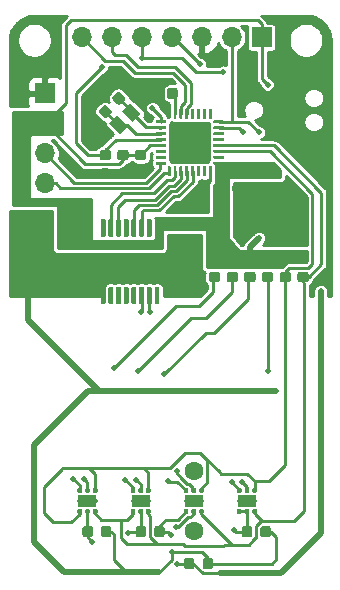
<source format=gbr>
G04 #@! TF.GenerationSoftware,KiCad,Pcbnew,5.1.5+dfsg1-2build2*
G04 #@! TF.CreationDate,2022-01-15T14:27:05-08:00*
G04 #@! TF.ProjectId,pcb_v1,7063625f-7631-42e6-9b69-6361645f7063,rev?*
G04 #@! TF.SameCoordinates,Original*
G04 #@! TF.FileFunction,Copper,L1,Top*
G04 #@! TF.FilePolarity,Positive*
%FSLAX46Y46*%
G04 Gerber Fmt 4.6, Leading zero omitted, Abs format (unit mm)*
G04 Created by KiCad (PCBNEW 5.1.5+dfsg1-2build2) date 2022-01-15 14:27:05*
%MOMM*%
%LPD*%
G04 APERTURE LIST*
%ADD10C,1.600000*%
%ADD11C,0.100000*%
%ADD12R,1.600000X1.000000*%
%ADD13O,1.700000X1.700000*%
%ADD14R,1.700000X1.700000*%
%ADD15R,2.500000X1.800000*%
%ADD16C,0.500000*%
%ADD17C,0.250000*%
%ADD18C,0.500000*%
%ADD19C,0.254000*%
G04 APERTURE END LIST*
D10*
X175000000Y-124080000D03*
X175000000Y-119000000D03*
G04 #@! TA.AperFunction,SMDPad,CuDef*
D11*
G36*
X168084802Y-97650482D02*
G01*
X168094509Y-97651921D01*
X168104028Y-97654306D01*
X168113268Y-97657612D01*
X168122140Y-97661808D01*
X168130557Y-97666853D01*
X168138439Y-97672699D01*
X168145711Y-97679289D01*
X168152301Y-97686561D01*
X168158147Y-97694443D01*
X168163192Y-97702860D01*
X168167388Y-97711732D01*
X168170694Y-97720972D01*
X168173079Y-97730491D01*
X168174518Y-97740198D01*
X168175000Y-97750000D01*
X168175000Y-99025000D01*
X168174518Y-99034802D01*
X168173079Y-99044509D01*
X168170694Y-99054028D01*
X168167388Y-99063268D01*
X168163192Y-99072140D01*
X168158147Y-99080557D01*
X168152301Y-99088439D01*
X168145711Y-99095711D01*
X168138439Y-99102301D01*
X168130557Y-99108147D01*
X168122140Y-99113192D01*
X168113268Y-99117388D01*
X168104028Y-99120694D01*
X168094509Y-99123079D01*
X168084802Y-99124518D01*
X168075000Y-99125000D01*
X167875000Y-99125000D01*
X167865198Y-99124518D01*
X167855491Y-99123079D01*
X167845972Y-99120694D01*
X167836732Y-99117388D01*
X167827860Y-99113192D01*
X167819443Y-99108147D01*
X167811561Y-99102301D01*
X167804289Y-99095711D01*
X167797699Y-99088439D01*
X167791853Y-99080557D01*
X167786808Y-99072140D01*
X167782612Y-99063268D01*
X167779306Y-99054028D01*
X167776921Y-99044509D01*
X167775482Y-99034802D01*
X167775000Y-99025000D01*
X167775000Y-97750000D01*
X167775482Y-97740198D01*
X167776921Y-97730491D01*
X167779306Y-97720972D01*
X167782612Y-97711732D01*
X167786808Y-97702860D01*
X167791853Y-97694443D01*
X167797699Y-97686561D01*
X167804289Y-97679289D01*
X167811561Y-97672699D01*
X167819443Y-97666853D01*
X167827860Y-97661808D01*
X167836732Y-97657612D01*
X167845972Y-97654306D01*
X167855491Y-97651921D01*
X167865198Y-97650482D01*
X167875000Y-97650000D01*
X168075000Y-97650000D01*
X168084802Y-97650482D01*
G37*
G04 #@! TD.AperFunction*
G04 #@! TA.AperFunction,SMDPad,CuDef*
G36*
X170684802Y-103375482D02*
G01*
X170694509Y-103376921D01*
X170704028Y-103379306D01*
X170713268Y-103382612D01*
X170722140Y-103386808D01*
X170730557Y-103391853D01*
X170738439Y-103397699D01*
X170745711Y-103404289D01*
X170752301Y-103411561D01*
X170758147Y-103419443D01*
X170763192Y-103427860D01*
X170767388Y-103436732D01*
X170770694Y-103445972D01*
X170773079Y-103455491D01*
X170774518Y-103465198D01*
X170775000Y-103475000D01*
X170775000Y-104750000D01*
X170774518Y-104759802D01*
X170773079Y-104769509D01*
X170770694Y-104779028D01*
X170767388Y-104788268D01*
X170763192Y-104797140D01*
X170758147Y-104805557D01*
X170752301Y-104813439D01*
X170745711Y-104820711D01*
X170738439Y-104827301D01*
X170730557Y-104833147D01*
X170722140Y-104838192D01*
X170713268Y-104842388D01*
X170704028Y-104845694D01*
X170694509Y-104848079D01*
X170684802Y-104849518D01*
X170675000Y-104850000D01*
X170475000Y-104850000D01*
X170465198Y-104849518D01*
X170455491Y-104848079D01*
X170445972Y-104845694D01*
X170436732Y-104842388D01*
X170427860Y-104838192D01*
X170419443Y-104833147D01*
X170411561Y-104827301D01*
X170404289Y-104820711D01*
X170397699Y-104813439D01*
X170391853Y-104805557D01*
X170386808Y-104797140D01*
X170382612Y-104788268D01*
X170379306Y-104779028D01*
X170376921Y-104769509D01*
X170375482Y-104759802D01*
X170375000Y-104750000D01*
X170375000Y-103475000D01*
X170375482Y-103465198D01*
X170376921Y-103455491D01*
X170379306Y-103445972D01*
X170382612Y-103436732D01*
X170386808Y-103427860D01*
X170391853Y-103419443D01*
X170397699Y-103411561D01*
X170404289Y-103404289D01*
X170411561Y-103397699D01*
X170419443Y-103391853D01*
X170427860Y-103386808D01*
X170436732Y-103382612D01*
X170445972Y-103379306D01*
X170455491Y-103376921D01*
X170465198Y-103375482D01*
X170475000Y-103375000D01*
X170675000Y-103375000D01*
X170684802Y-103375482D01*
G37*
G04 #@! TD.AperFunction*
G04 #@! TA.AperFunction,SMDPad,CuDef*
G36*
X171334802Y-97650482D02*
G01*
X171344509Y-97651921D01*
X171354028Y-97654306D01*
X171363268Y-97657612D01*
X171372140Y-97661808D01*
X171380557Y-97666853D01*
X171388439Y-97672699D01*
X171395711Y-97679289D01*
X171402301Y-97686561D01*
X171408147Y-97694443D01*
X171413192Y-97702860D01*
X171417388Y-97711732D01*
X171420694Y-97720972D01*
X171423079Y-97730491D01*
X171424518Y-97740198D01*
X171425000Y-97750000D01*
X171425000Y-99025000D01*
X171424518Y-99034802D01*
X171423079Y-99044509D01*
X171420694Y-99054028D01*
X171417388Y-99063268D01*
X171413192Y-99072140D01*
X171408147Y-99080557D01*
X171402301Y-99088439D01*
X171395711Y-99095711D01*
X171388439Y-99102301D01*
X171380557Y-99108147D01*
X171372140Y-99113192D01*
X171363268Y-99117388D01*
X171354028Y-99120694D01*
X171344509Y-99123079D01*
X171334802Y-99124518D01*
X171325000Y-99125000D01*
X171125000Y-99125000D01*
X171115198Y-99124518D01*
X171105491Y-99123079D01*
X171095972Y-99120694D01*
X171086732Y-99117388D01*
X171077860Y-99113192D01*
X171069443Y-99108147D01*
X171061561Y-99102301D01*
X171054289Y-99095711D01*
X171047699Y-99088439D01*
X171041853Y-99080557D01*
X171036808Y-99072140D01*
X171032612Y-99063268D01*
X171029306Y-99054028D01*
X171026921Y-99044509D01*
X171025482Y-99034802D01*
X171025000Y-99025000D01*
X171025000Y-97750000D01*
X171025482Y-97740198D01*
X171026921Y-97730491D01*
X171029306Y-97720972D01*
X171032612Y-97711732D01*
X171036808Y-97702860D01*
X171041853Y-97694443D01*
X171047699Y-97686561D01*
X171054289Y-97679289D01*
X171061561Y-97672699D01*
X171069443Y-97666853D01*
X171077860Y-97661808D01*
X171086732Y-97657612D01*
X171095972Y-97654306D01*
X171105491Y-97651921D01*
X171115198Y-97650482D01*
X171125000Y-97650000D01*
X171325000Y-97650000D01*
X171334802Y-97650482D01*
G37*
G04 #@! TD.AperFunction*
G04 #@! TA.AperFunction,SMDPad,CuDef*
G36*
X171984802Y-103375482D02*
G01*
X171994509Y-103376921D01*
X172004028Y-103379306D01*
X172013268Y-103382612D01*
X172022140Y-103386808D01*
X172030557Y-103391853D01*
X172038439Y-103397699D01*
X172045711Y-103404289D01*
X172052301Y-103411561D01*
X172058147Y-103419443D01*
X172063192Y-103427860D01*
X172067388Y-103436732D01*
X172070694Y-103445972D01*
X172073079Y-103455491D01*
X172074518Y-103465198D01*
X172075000Y-103475000D01*
X172075000Y-104750000D01*
X172074518Y-104759802D01*
X172073079Y-104769509D01*
X172070694Y-104779028D01*
X172067388Y-104788268D01*
X172063192Y-104797140D01*
X172058147Y-104805557D01*
X172052301Y-104813439D01*
X172045711Y-104820711D01*
X172038439Y-104827301D01*
X172030557Y-104833147D01*
X172022140Y-104838192D01*
X172013268Y-104842388D01*
X172004028Y-104845694D01*
X171994509Y-104848079D01*
X171984802Y-104849518D01*
X171975000Y-104850000D01*
X171775000Y-104850000D01*
X171765198Y-104849518D01*
X171755491Y-104848079D01*
X171745972Y-104845694D01*
X171736732Y-104842388D01*
X171727860Y-104838192D01*
X171719443Y-104833147D01*
X171711561Y-104827301D01*
X171704289Y-104820711D01*
X171697699Y-104813439D01*
X171691853Y-104805557D01*
X171686808Y-104797140D01*
X171682612Y-104788268D01*
X171679306Y-104779028D01*
X171676921Y-104769509D01*
X171675482Y-104759802D01*
X171675000Y-104750000D01*
X171675000Y-103475000D01*
X171675482Y-103465198D01*
X171676921Y-103455491D01*
X171679306Y-103445972D01*
X171682612Y-103436732D01*
X171686808Y-103427860D01*
X171691853Y-103419443D01*
X171697699Y-103411561D01*
X171704289Y-103404289D01*
X171711561Y-103397699D01*
X171719443Y-103391853D01*
X171727860Y-103386808D01*
X171736732Y-103382612D01*
X171745972Y-103379306D01*
X171755491Y-103376921D01*
X171765198Y-103375482D01*
X171775000Y-103375000D01*
X171975000Y-103375000D01*
X171984802Y-103375482D01*
G37*
G04 #@! TD.AperFunction*
G04 #@! TA.AperFunction,SMDPad,CuDef*
G36*
X169384802Y-103375482D02*
G01*
X169394509Y-103376921D01*
X169404028Y-103379306D01*
X169413268Y-103382612D01*
X169422140Y-103386808D01*
X169430557Y-103391853D01*
X169438439Y-103397699D01*
X169445711Y-103404289D01*
X169452301Y-103411561D01*
X169458147Y-103419443D01*
X169463192Y-103427860D01*
X169467388Y-103436732D01*
X169470694Y-103445972D01*
X169473079Y-103455491D01*
X169474518Y-103465198D01*
X169475000Y-103475000D01*
X169475000Y-104750000D01*
X169474518Y-104759802D01*
X169473079Y-104769509D01*
X169470694Y-104779028D01*
X169467388Y-104788268D01*
X169463192Y-104797140D01*
X169458147Y-104805557D01*
X169452301Y-104813439D01*
X169445711Y-104820711D01*
X169438439Y-104827301D01*
X169430557Y-104833147D01*
X169422140Y-104838192D01*
X169413268Y-104842388D01*
X169404028Y-104845694D01*
X169394509Y-104848079D01*
X169384802Y-104849518D01*
X169375000Y-104850000D01*
X169175000Y-104850000D01*
X169165198Y-104849518D01*
X169155491Y-104848079D01*
X169145972Y-104845694D01*
X169136732Y-104842388D01*
X169127860Y-104838192D01*
X169119443Y-104833147D01*
X169111561Y-104827301D01*
X169104289Y-104820711D01*
X169097699Y-104813439D01*
X169091853Y-104805557D01*
X169086808Y-104797140D01*
X169082612Y-104788268D01*
X169079306Y-104779028D01*
X169076921Y-104769509D01*
X169075482Y-104759802D01*
X169075000Y-104750000D01*
X169075000Y-103475000D01*
X169075482Y-103465198D01*
X169076921Y-103455491D01*
X169079306Y-103445972D01*
X169082612Y-103436732D01*
X169086808Y-103427860D01*
X169091853Y-103419443D01*
X169097699Y-103411561D01*
X169104289Y-103404289D01*
X169111561Y-103397699D01*
X169119443Y-103391853D01*
X169127860Y-103386808D01*
X169136732Y-103382612D01*
X169145972Y-103379306D01*
X169155491Y-103376921D01*
X169165198Y-103375482D01*
X169175000Y-103375000D01*
X169375000Y-103375000D01*
X169384802Y-103375482D01*
G37*
G04 #@! TD.AperFunction*
G04 #@! TA.AperFunction,SMDPad,CuDef*
G36*
X171334802Y-103375482D02*
G01*
X171344509Y-103376921D01*
X171354028Y-103379306D01*
X171363268Y-103382612D01*
X171372140Y-103386808D01*
X171380557Y-103391853D01*
X171388439Y-103397699D01*
X171395711Y-103404289D01*
X171402301Y-103411561D01*
X171408147Y-103419443D01*
X171413192Y-103427860D01*
X171417388Y-103436732D01*
X171420694Y-103445972D01*
X171423079Y-103455491D01*
X171424518Y-103465198D01*
X171425000Y-103475000D01*
X171425000Y-104750000D01*
X171424518Y-104759802D01*
X171423079Y-104769509D01*
X171420694Y-104779028D01*
X171417388Y-104788268D01*
X171413192Y-104797140D01*
X171408147Y-104805557D01*
X171402301Y-104813439D01*
X171395711Y-104820711D01*
X171388439Y-104827301D01*
X171380557Y-104833147D01*
X171372140Y-104838192D01*
X171363268Y-104842388D01*
X171354028Y-104845694D01*
X171344509Y-104848079D01*
X171334802Y-104849518D01*
X171325000Y-104850000D01*
X171125000Y-104850000D01*
X171115198Y-104849518D01*
X171105491Y-104848079D01*
X171095972Y-104845694D01*
X171086732Y-104842388D01*
X171077860Y-104838192D01*
X171069443Y-104833147D01*
X171061561Y-104827301D01*
X171054289Y-104820711D01*
X171047699Y-104813439D01*
X171041853Y-104805557D01*
X171036808Y-104797140D01*
X171032612Y-104788268D01*
X171029306Y-104779028D01*
X171026921Y-104769509D01*
X171025482Y-104759802D01*
X171025000Y-104750000D01*
X171025000Y-103475000D01*
X171025482Y-103465198D01*
X171026921Y-103455491D01*
X171029306Y-103445972D01*
X171032612Y-103436732D01*
X171036808Y-103427860D01*
X171041853Y-103419443D01*
X171047699Y-103411561D01*
X171054289Y-103404289D01*
X171061561Y-103397699D01*
X171069443Y-103391853D01*
X171077860Y-103386808D01*
X171086732Y-103382612D01*
X171095972Y-103379306D01*
X171105491Y-103376921D01*
X171115198Y-103375482D01*
X171125000Y-103375000D01*
X171325000Y-103375000D01*
X171334802Y-103375482D01*
G37*
G04 #@! TD.AperFunction*
G04 #@! TA.AperFunction,SMDPad,CuDef*
G36*
X171984802Y-97650482D02*
G01*
X171994509Y-97651921D01*
X172004028Y-97654306D01*
X172013268Y-97657612D01*
X172022140Y-97661808D01*
X172030557Y-97666853D01*
X172038439Y-97672699D01*
X172045711Y-97679289D01*
X172052301Y-97686561D01*
X172058147Y-97694443D01*
X172063192Y-97702860D01*
X172067388Y-97711732D01*
X172070694Y-97720972D01*
X172073079Y-97730491D01*
X172074518Y-97740198D01*
X172075000Y-97750000D01*
X172075000Y-99025000D01*
X172074518Y-99034802D01*
X172073079Y-99044509D01*
X172070694Y-99054028D01*
X172067388Y-99063268D01*
X172063192Y-99072140D01*
X172058147Y-99080557D01*
X172052301Y-99088439D01*
X172045711Y-99095711D01*
X172038439Y-99102301D01*
X172030557Y-99108147D01*
X172022140Y-99113192D01*
X172013268Y-99117388D01*
X172004028Y-99120694D01*
X171994509Y-99123079D01*
X171984802Y-99124518D01*
X171975000Y-99125000D01*
X171775000Y-99125000D01*
X171765198Y-99124518D01*
X171755491Y-99123079D01*
X171745972Y-99120694D01*
X171736732Y-99117388D01*
X171727860Y-99113192D01*
X171719443Y-99108147D01*
X171711561Y-99102301D01*
X171704289Y-99095711D01*
X171697699Y-99088439D01*
X171691853Y-99080557D01*
X171686808Y-99072140D01*
X171682612Y-99063268D01*
X171679306Y-99054028D01*
X171676921Y-99044509D01*
X171675482Y-99034802D01*
X171675000Y-99025000D01*
X171675000Y-97750000D01*
X171675482Y-97740198D01*
X171676921Y-97730491D01*
X171679306Y-97720972D01*
X171682612Y-97711732D01*
X171686808Y-97702860D01*
X171691853Y-97694443D01*
X171697699Y-97686561D01*
X171704289Y-97679289D01*
X171711561Y-97672699D01*
X171719443Y-97666853D01*
X171727860Y-97661808D01*
X171736732Y-97657612D01*
X171745972Y-97654306D01*
X171755491Y-97651921D01*
X171765198Y-97650482D01*
X171775000Y-97650000D01*
X171975000Y-97650000D01*
X171984802Y-97650482D01*
G37*
G04 #@! TD.AperFunction*
G04 #@! TA.AperFunction,SMDPad,CuDef*
G36*
X170034802Y-103375482D02*
G01*
X170044509Y-103376921D01*
X170054028Y-103379306D01*
X170063268Y-103382612D01*
X170072140Y-103386808D01*
X170080557Y-103391853D01*
X170088439Y-103397699D01*
X170095711Y-103404289D01*
X170102301Y-103411561D01*
X170108147Y-103419443D01*
X170113192Y-103427860D01*
X170117388Y-103436732D01*
X170120694Y-103445972D01*
X170123079Y-103455491D01*
X170124518Y-103465198D01*
X170125000Y-103475000D01*
X170125000Y-104750000D01*
X170124518Y-104759802D01*
X170123079Y-104769509D01*
X170120694Y-104779028D01*
X170117388Y-104788268D01*
X170113192Y-104797140D01*
X170108147Y-104805557D01*
X170102301Y-104813439D01*
X170095711Y-104820711D01*
X170088439Y-104827301D01*
X170080557Y-104833147D01*
X170072140Y-104838192D01*
X170063268Y-104842388D01*
X170054028Y-104845694D01*
X170044509Y-104848079D01*
X170034802Y-104849518D01*
X170025000Y-104850000D01*
X169825000Y-104850000D01*
X169815198Y-104849518D01*
X169805491Y-104848079D01*
X169795972Y-104845694D01*
X169786732Y-104842388D01*
X169777860Y-104838192D01*
X169769443Y-104833147D01*
X169761561Y-104827301D01*
X169754289Y-104820711D01*
X169747699Y-104813439D01*
X169741853Y-104805557D01*
X169736808Y-104797140D01*
X169732612Y-104788268D01*
X169729306Y-104779028D01*
X169726921Y-104769509D01*
X169725482Y-104759802D01*
X169725000Y-104750000D01*
X169725000Y-103475000D01*
X169725482Y-103465198D01*
X169726921Y-103455491D01*
X169729306Y-103445972D01*
X169732612Y-103436732D01*
X169736808Y-103427860D01*
X169741853Y-103419443D01*
X169747699Y-103411561D01*
X169754289Y-103404289D01*
X169761561Y-103397699D01*
X169769443Y-103391853D01*
X169777860Y-103386808D01*
X169786732Y-103382612D01*
X169795972Y-103379306D01*
X169805491Y-103376921D01*
X169815198Y-103375482D01*
X169825000Y-103375000D01*
X170025000Y-103375000D01*
X170034802Y-103375482D01*
G37*
G04 #@! TD.AperFunction*
G04 #@! TA.AperFunction,SMDPad,CuDef*
G36*
X168734802Y-97650482D02*
G01*
X168744509Y-97651921D01*
X168754028Y-97654306D01*
X168763268Y-97657612D01*
X168772140Y-97661808D01*
X168780557Y-97666853D01*
X168788439Y-97672699D01*
X168795711Y-97679289D01*
X168802301Y-97686561D01*
X168808147Y-97694443D01*
X168813192Y-97702860D01*
X168817388Y-97711732D01*
X168820694Y-97720972D01*
X168823079Y-97730491D01*
X168824518Y-97740198D01*
X168825000Y-97750000D01*
X168825000Y-99025000D01*
X168824518Y-99034802D01*
X168823079Y-99044509D01*
X168820694Y-99054028D01*
X168817388Y-99063268D01*
X168813192Y-99072140D01*
X168808147Y-99080557D01*
X168802301Y-99088439D01*
X168795711Y-99095711D01*
X168788439Y-99102301D01*
X168780557Y-99108147D01*
X168772140Y-99113192D01*
X168763268Y-99117388D01*
X168754028Y-99120694D01*
X168744509Y-99123079D01*
X168734802Y-99124518D01*
X168725000Y-99125000D01*
X168525000Y-99125000D01*
X168515198Y-99124518D01*
X168505491Y-99123079D01*
X168495972Y-99120694D01*
X168486732Y-99117388D01*
X168477860Y-99113192D01*
X168469443Y-99108147D01*
X168461561Y-99102301D01*
X168454289Y-99095711D01*
X168447699Y-99088439D01*
X168441853Y-99080557D01*
X168436808Y-99072140D01*
X168432612Y-99063268D01*
X168429306Y-99054028D01*
X168426921Y-99044509D01*
X168425482Y-99034802D01*
X168425000Y-99025000D01*
X168425000Y-97750000D01*
X168425482Y-97740198D01*
X168426921Y-97730491D01*
X168429306Y-97720972D01*
X168432612Y-97711732D01*
X168436808Y-97702860D01*
X168441853Y-97694443D01*
X168447699Y-97686561D01*
X168454289Y-97679289D01*
X168461561Y-97672699D01*
X168469443Y-97666853D01*
X168477860Y-97661808D01*
X168486732Y-97657612D01*
X168495972Y-97654306D01*
X168505491Y-97651921D01*
X168515198Y-97650482D01*
X168525000Y-97650000D01*
X168725000Y-97650000D01*
X168734802Y-97650482D01*
G37*
G04 #@! TD.AperFunction*
G04 #@! TA.AperFunction,SMDPad,CuDef*
G36*
X167434802Y-103375482D02*
G01*
X167444509Y-103376921D01*
X167454028Y-103379306D01*
X167463268Y-103382612D01*
X167472140Y-103386808D01*
X167480557Y-103391853D01*
X167488439Y-103397699D01*
X167495711Y-103404289D01*
X167502301Y-103411561D01*
X167508147Y-103419443D01*
X167513192Y-103427860D01*
X167517388Y-103436732D01*
X167520694Y-103445972D01*
X167523079Y-103455491D01*
X167524518Y-103465198D01*
X167525000Y-103475000D01*
X167525000Y-104750000D01*
X167524518Y-104759802D01*
X167523079Y-104769509D01*
X167520694Y-104779028D01*
X167517388Y-104788268D01*
X167513192Y-104797140D01*
X167508147Y-104805557D01*
X167502301Y-104813439D01*
X167495711Y-104820711D01*
X167488439Y-104827301D01*
X167480557Y-104833147D01*
X167472140Y-104838192D01*
X167463268Y-104842388D01*
X167454028Y-104845694D01*
X167444509Y-104848079D01*
X167434802Y-104849518D01*
X167425000Y-104850000D01*
X167225000Y-104850000D01*
X167215198Y-104849518D01*
X167205491Y-104848079D01*
X167195972Y-104845694D01*
X167186732Y-104842388D01*
X167177860Y-104838192D01*
X167169443Y-104833147D01*
X167161561Y-104827301D01*
X167154289Y-104820711D01*
X167147699Y-104813439D01*
X167141853Y-104805557D01*
X167136808Y-104797140D01*
X167132612Y-104788268D01*
X167129306Y-104779028D01*
X167126921Y-104769509D01*
X167125482Y-104759802D01*
X167125000Y-104750000D01*
X167125000Y-103475000D01*
X167125482Y-103465198D01*
X167126921Y-103455491D01*
X167129306Y-103445972D01*
X167132612Y-103436732D01*
X167136808Y-103427860D01*
X167141853Y-103419443D01*
X167147699Y-103411561D01*
X167154289Y-103404289D01*
X167161561Y-103397699D01*
X167169443Y-103391853D01*
X167177860Y-103386808D01*
X167186732Y-103382612D01*
X167195972Y-103379306D01*
X167205491Y-103376921D01*
X167215198Y-103375482D01*
X167225000Y-103375000D01*
X167425000Y-103375000D01*
X167434802Y-103375482D01*
G37*
G04 #@! TD.AperFunction*
G04 #@! TA.AperFunction,SMDPad,CuDef*
G36*
X169384802Y-97650482D02*
G01*
X169394509Y-97651921D01*
X169404028Y-97654306D01*
X169413268Y-97657612D01*
X169422140Y-97661808D01*
X169430557Y-97666853D01*
X169438439Y-97672699D01*
X169445711Y-97679289D01*
X169452301Y-97686561D01*
X169458147Y-97694443D01*
X169463192Y-97702860D01*
X169467388Y-97711732D01*
X169470694Y-97720972D01*
X169473079Y-97730491D01*
X169474518Y-97740198D01*
X169475000Y-97750000D01*
X169475000Y-99025000D01*
X169474518Y-99034802D01*
X169473079Y-99044509D01*
X169470694Y-99054028D01*
X169467388Y-99063268D01*
X169463192Y-99072140D01*
X169458147Y-99080557D01*
X169452301Y-99088439D01*
X169445711Y-99095711D01*
X169438439Y-99102301D01*
X169430557Y-99108147D01*
X169422140Y-99113192D01*
X169413268Y-99117388D01*
X169404028Y-99120694D01*
X169394509Y-99123079D01*
X169384802Y-99124518D01*
X169375000Y-99125000D01*
X169175000Y-99125000D01*
X169165198Y-99124518D01*
X169155491Y-99123079D01*
X169145972Y-99120694D01*
X169136732Y-99117388D01*
X169127860Y-99113192D01*
X169119443Y-99108147D01*
X169111561Y-99102301D01*
X169104289Y-99095711D01*
X169097699Y-99088439D01*
X169091853Y-99080557D01*
X169086808Y-99072140D01*
X169082612Y-99063268D01*
X169079306Y-99054028D01*
X169076921Y-99044509D01*
X169075482Y-99034802D01*
X169075000Y-99025000D01*
X169075000Y-97750000D01*
X169075482Y-97740198D01*
X169076921Y-97730491D01*
X169079306Y-97720972D01*
X169082612Y-97711732D01*
X169086808Y-97702860D01*
X169091853Y-97694443D01*
X169097699Y-97686561D01*
X169104289Y-97679289D01*
X169111561Y-97672699D01*
X169119443Y-97666853D01*
X169127860Y-97661808D01*
X169136732Y-97657612D01*
X169145972Y-97654306D01*
X169155491Y-97651921D01*
X169165198Y-97650482D01*
X169175000Y-97650000D01*
X169375000Y-97650000D01*
X169384802Y-97650482D01*
G37*
G04 #@! TD.AperFunction*
G04 #@! TA.AperFunction,SMDPad,CuDef*
G36*
X170034802Y-97650482D02*
G01*
X170044509Y-97651921D01*
X170054028Y-97654306D01*
X170063268Y-97657612D01*
X170072140Y-97661808D01*
X170080557Y-97666853D01*
X170088439Y-97672699D01*
X170095711Y-97679289D01*
X170102301Y-97686561D01*
X170108147Y-97694443D01*
X170113192Y-97702860D01*
X170117388Y-97711732D01*
X170120694Y-97720972D01*
X170123079Y-97730491D01*
X170124518Y-97740198D01*
X170125000Y-97750000D01*
X170125000Y-99025000D01*
X170124518Y-99034802D01*
X170123079Y-99044509D01*
X170120694Y-99054028D01*
X170117388Y-99063268D01*
X170113192Y-99072140D01*
X170108147Y-99080557D01*
X170102301Y-99088439D01*
X170095711Y-99095711D01*
X170088439Y-99102301D01*
X170080557Y-99108147D01*
X170072140Y-99113192D01*
X170063268Y-99117388D01*
X170054028Y-99120694D01*
X170044509Y-99123079D01*
X170034802Y-99124518D01*
X170025000Y-99125000D01*
X169825000Y-99125000D01*
X169815198Y-99124518D01*
X169805491Y-99123079D01*
X169795972Y-99120694D01*
X169786732Y-99117388D01*
X169777860Y-99113192D01*
X169769443Y-99108147D01*
X169761561Y-99102301D01*
X169754289Y-99095711D01*
X169747699Y-99088439D01*
X169741853Y-99080557D01*
X169736808Y-99072140D01*
X169732612Y-99063268D01*
X169729306Y-99054028D01*
X169726921Y-99044509D01*
X169725482Y-99034802D01*
X169725000Y-99025000D01*
X169725000Y-97750000D01*
X169725482Y-97740198D01*
X169726921Y-97730491D01*
X169729306Y-97720972D01*
X169732612Y-97711732D01*
X169736808Y-97702860D01*
X169741853Y-97694443D01*
X169747699Y-97686561D01*
X169754289Y-97679289D01*
X169761561Y-97672699D01*
X169769443Y-97666853D01*
X169777860Y-97661808D01*
X169786732Y-97657612D01*
X169795972Y-97654306D01*
X169805491Y-97651921D01*
X169815198Y-97650482D01*
X169825000Y-97650000D01*
X170025000Y-97650000D01*
X170034802Y-97650482D01*
G37*
G04 #@! TD.AperFunction*
G04 #@! TA.AperFunction,SMDPad,CuDef*
G36*
X170684802Y-97650482D02*
G01*
X170694509Y-97651921D01*
X170704028Y-97654306D01*
X170713268Y-97657612D01*
X170722140Y-97661808D01*
X170730557Y-97666853D01*
X170738439Y-97672699D01*
X170745711Y-97679289D01*
X170752301Y-97686561D01*
X170758147Y-97694443D01*
X170763192Y-97702860D01*
X170767388Y-97711732D01*
X170770694Y-97720972D01*
X170773079Y-97730491D01*
X170774518Y-97740198D01*
X170775000Y-97750000D01*
X170775000Y-99025000D01*
X170774518Y-99034802D01*
X170773079Y-99044509D01*
X170770694Y-99054028D01*
X170767388Y-99063268D01*
X170763192Y-99072140D01*
X170758147Y-99080557D01*
X170752301Y-99088439D01*
X170745711Y-99095711D01*
X170738439Y-99102301D01*
X170730557Y-99108147D01*
X170722140Y-99113192D01*
X170713268Y-99117388D01*
X170704028Y-99120694D01*
X170694509Y-99123079D01*
X170684802Y-99124518D01*
X170675000Y-99125000D01*
X170475000Y-99125000D01*
X170465198Y-99124518D01*
X170455491Y-99123079D01*
X170445972Y-99120694D01*
X170436732Y-99117388D01*
X170427860Y-99113192D01*
X170419443Y-99108147D01*
X170411561Y-99102301D01*
X170404289Y-99095711D01*
X170397699Y-99088439D01*
X170391853Y-99080557D01*
X170386808Y-99072140D01*
X170382612Y-99063268D01*
X170379306Y-99054028D01*
X170376921Y-99044509D01*
X170375482Y-99034802D01*
X170375000Y-99025000D01*
X170375000Y-97750000D01*
X170375482Y-97740198D01*
X170376921Y-97730491D01*
X170379306Y-97720972D01*
X170382612Y-97711732D01*
X170386808Y-97702860D01*
X170391853Y-97694443D01*
X170397699Y-97686561D01*
X170404289Y-97679289D01*
X170411561Y-97672699D01*
X170419443Y-97666853D01*
X170427860Y-97661808D01*
X170436732Y-97657612D01*
X170445972Y-97654306D01*
X170455491Y-97651921D01*
X170465198Y-97650482D01*
X170475000Y-97650000D01*
X170675000Y-97650000D01*
X170684802Y-97650482D01*
G37*
G04 #@! TD.AperFunction*
G04 #@! TA.AperFunction,SMDPad,CuDef*
G36*
X168084802Y-103375482D02*
G01*
X168094509Y-103376921D01*
X168104028Y-103379306D01*
X168113268Y-103382612D01*
X168122140Y-103386808D01*
X168130557Y-103391853D01*
X168138439Y-103397699D01*
X168145711Y-103404289D01*
X168152301Y-103411561D01*
X168158147Y-103419443D01*
X168163192Y-103427860D01*
X168167388Y-103436732D01*
X168170694Y-103445972D01*
X168173079Y-103455491D01*
X168174518Y-103465198D01*
X168175000Y-103475000D01*
X168175000Y-104750000D01*
X168174518Y-104759802D01*
X168173079Y-104769509D01*
X168170694Y-104779028D01*
X168167388Y-104788268D01*
X168163192Y-104797140D01*
X168158147Y-104805557D01*
X168152301Y-104813439D01*
X168145711Y-104820711D01*
X168138439Y-104827301D01*
X168130557Y-104833147D01*
X168122140Y-104838192D01*
X168113268Y-104842388D01*
X168104028Y-104845694D01*
X168094509Y-104848079D01*
X168084802Y-104849518D01*
X168075000Y-104850000D01*
X167875000Y-104850000D01*
X167865198Y-104849518D01*
X167855491Y-104848079D01*
X167845972Y-104845694D01*
X167836732Y-104842388D01*
X167827860Y-104838192D01*
X167819443Y-104833147D01*
X167811561Y-104827301D01*
X167804289Y-104820711D01*
X167797699Y-104813439D01*
X167791853Y-104805557D01*
X167786808Y-104797140D01*
X167782612Y-104788268D01*
X167779306Y-104779028D01*
X167776921Y-104769509D01*
X167775482Y-104759802D01*
X167775000Y-104750000D01*
X167775000Y-103475000D01*
X167775482Y-103465198D01*
X167776921Y-103455491D01*
X167779306Y-103445972D01*
X167782612Y-103436732D01*
X167786808Y-103427860D01*
X167791853Y-103419443D01*
X167797699Y-103411561D01*
X167804289Y-103404289D01*
X167811561Y-103397699D01*
X167819443Y-103391853D01*
X167827860Y-103386808D01*
X167836732Y-103382612D01*
X167845972Y-103379306D01*
X167855491Y-103376921D01*
X167865198Y-103375482D01*
X167875000Y-103375000D01*
X168075000Y-103375000D01*
X168084802Y-103375482D01*
G37*
G04 #@! TD.AperFunction*
G04 #@! TA.AperFunction,SMDPad,CuDef*
G36*
X168734802Y-103375482D02*
G01*
X168744509Y-103376921D01*
X168754028Y-103379306D01*
X168763268Y-103382612D01*
X168772140Y-103386808D01*
X168780557Y-103391853D01*
X168788439Y-103397699D01*
X168795711Y-103404289D01*
X168802301Y-103411561D01*
X168808147Y-103419443D01*
X168813192Y-103427860D01*
X168817388Y-103436732D01*
X168820694Y-103445972D01*
X168823079Y-103455491D01*
X168824518Y-103465198D01*
X168825000Y-103475000D01*
X168825000Y-104750000D01*
X168824518Y-104759802D01*
X168823079Y-104769509D01*
X168820694Y-104779028D01*
X168817388Y-104788268D01*
X168813192Y-104797140D01*
X168808147Y-104805557D01*
X168802301Y-104813439D01*
X168795711Y-104820711D01*
X168788439Y-104827301D01*
X168780557Y-104833147D01*
X168772140Y-104838192D01*
X168763268Y-104842388D01*
X168754028Y-104845694D01*
X168744509Y-104848079D01*
X168734802Y-104849518D01*
X168725000Y-104850000D01*
X168525000Y-104850000D01*
X168515198Y-104849518D01*
X168505491Y-104848079D01*
X168495972Y-104845694D01*
X168486732Y-104842388D01*
X168477860Y-104838192D01*
X168469443Y-104833147D01*
X168461561Y-104827301D01*
X168454289Y-104820711D01*
X168447699Y-104813439D01*
X168441853Y-104805557D01*
X168436808Y-104797140D01*
X168432612Y-104788268D01*
X168429306Y-104779028D01*
X168426921Y-104769509D01*
X168425482Y-104759802D01*
X168425000Y-104750000D01*
X168425000Y-103475000D01*
X168425482Y-103465198D01*
X168426921Y-103455491D01*
X168429306Y-103445972D01*
X168432612Y-103436732D01*
X168436808Y-103427860D01*
X168441853Y-103419443D01*
X168447699Y-103411561D01*
X168454289Y-103404289D01*
X168461561Y-103397699D01*
X168469443Y-103391853D01*
X168477860Y-103386808D01*
X168486732Y-103382612D01*
X168495972Y-103379306D01*
X168505491Y-103376921D01*
X168515198Y-103375482D01*
X168525000Y-103375000D01*
X168725000Y-103375000D01*
X168734802Y-103375482D01*
G37*
G04 #@! TD.AperFunction*
G04 #@! TA.AperFunction,SMDPad,CuDef*
G36*
X167434802Y-97650482D02*
G01*
X167444509Y-97651921D01*
X167454028Y-97654306D01*
X167463268Y-97657612D01*
X167472140Y-97661808D01*
X167480557Y-97666853D01*
X167488439Y-97672699D01*
X167495711Y-97679289D01*
X167502301Y-97686561D01*
X167508147Y-97694443D01*
X167513192Y-97702860D01*
X167517388Y-97711732D01*
X167520694Y-97720972D01*
X167523079Y-97730491D01*
X167524518Y-97740198D01*
X167525000Y-97750000D01*
X167525000Y-99025000D01*
X167524518Y-99034802D01*
X167523079Y-99044509D01*
X167520694Y-99054028D01*
X167517388Y-99063268D01*
X167513192Y-99072140D01*
X167508147Y-99080557D01*
X167502301Y-99088439D01*
X167495711Y-99095711D01*
X167488439Y-99102301D01*
X167480557Y-99108147D01*
X167472140Y-99113192D01*
X167463268Y-99117388D01*
X167454028Y-99120694D01*
X167444509Y-99123079D01*
X167434802Y-99124518D01*
X167425000Y-99125000D01*
X167225000Y-99125000D01*
X167215198Y-99124518D01*
X167205491Y-99123079D01*
X167195972Y-99120694D01*
X167186732Y-99117388D01*
X167177860Y-99113192D01*
X167169443Y-99108147D01*
X167161561Y-99102301D01*
X167154289Y-99095711D01*
X167147699Y-99088439D01*
X167141853Y-99080557D01*
X167136808Y-99072140D01*
X167132612Y-99063268D01*
X167129306Y-99054028D01*
X167126921Y-99044509D01*
X167125482Y-99034802D01*
X167125000Y-99025000D01*
X167125000Y-97750000D01*
X167125482Y-97740198D01*
X167126921Y-97730491D01*
X167129306Y-97720972D01*
X167132612Y-97711732D01*
X167136808Y-97702860D01*
X167141853Y-97694443D01*
X167147699Y-97686561D01*
X167154289Y-97679289D01*
X167161561Y-97672699D01*
X167169443Y-97666853D01*
X167177860Y-97661808D01*
X167186732Y-97657612D01*
X167195972Y-97654306D01*
X167205491Y-97651921D01*
X167215198Y-97650482D01*
X167225000Y-97650000D01*
X167425000Y-97650000D01*
X167434802Y-97650482D01*
G37*
G04 #@! TD.AperFunction*
G04 #@! TA.AperFunction,SMDPad,CuDef*
G36*
X169593934Y-87786827D02*
G01*
X170513173Y-88706066D01*
X169806066Y-89413173D01*
X168886827Y-88493934D01*
X169593934Y-87786827D01*
G37*
G04 #@! TD.AperFunction*
G04 #@! TA.AperFunction,SMDPad,CuDef*
G36*
X168533274Y-88847487D02*
G01*
X169452513Y-89766726D01*
X168745406Y-90473833D01*
X167826167Y-89554594D01*
X168533274Y-88847487D01*
G37*
G04 #@! TD.AperFunction*
G04 #@! TA.AperFunction,SMDPad,CuDef*
G36*
X172978626Y-88275301D02*
G01*
X172984693Y-88276201D01*
X172990643Y-88277691D01*
X172996418Y-88279758D01*
X173001962Y-88282380D01*
X173007223Y-88285533D01*
X173012150Y-88289187D01*
X173016694Y-88293306D01*
X173020813Y-88297850D01*
X173024467Y-88302777D01*
X173027620Y-88308038D01*
X173030242Y-88313582D01*
X173032309Y-88319357D01*
X173033799Y-88325307D01*
X173034699Y-88331374D01*
X173035000Y-88337500D01*
X173035000Y-89087500D01*
X173034699Y-89093626D01*
X173033799Y-89099693D01*
X173032309Y-89105643D01*
X173030242Y-89111418D01*
X173027620Y-89116962D01*
X173024467Y-89122223D01*
X173020813Y-89127150D01*
X173016694Y-89131694D01*
X173012150Y-89135813D01*
X173007223Y-89139467D01*
X173001962Y-89142620D01*
X172996418Y-89145242D01*
X172990643Y-89147309D01*
X172984693Y-89148799D01*
X172978626Y-89149699D01*
X172972500Y-89150000D01*
X172847500Y-89150000D01*
X172841374Y-89149699D01*
X172835307Y-89148799D01*
X172829357Y-89147309D01*
X172823582Y-89145242D01*
X172818038Y-89142620D01*
X172812777Y-89139467D01*
X172807850Y-89135813D01*
X172803306Y-89131694D01*
X172799187Y-89127150D01*
X172795533Y-89122223D01*
X172792380Y-89116962D01*
X172789758Y-89111418D01*
X172787691Y-89105643D01*
X172786201Y-89099693D01*
X172785301Y-89093626D01*
X172785000Y-89087500D01*
X172785000Y-88337500D01*
X172785301Y-88331374D01*
X172786201Y-88325307D01*
X172787691Y-88319357D01*
X172789758Y-88313582D01*
X172792380Y-88308038D01*
X172795533Y-88302777D01*
X172799187Y-88297850D01*
X172803306Y-88293306D01*
X172807850Y-88289187D01*
X172812777Y-88285533D01*
X172818038Y-88282380D01*
X172823582Y-88279758D01*
X172829357Y-88277691D01*
X172835307Y-88276201D01*
X172841374Y-88275301D01*
X172847500Y-88275000D01*
X172972500Y-88275000D01*
X172978626Y-88275301D01*
G37*
G04 #@! TD.AperFunction*
G04 #@! TA.AperFunction,SMDPad,CuDef*
G36*
X173478626Y-88275301D02*
G01*
X173484693Y-88276201D01*
X173490643Y-88277691D01*
X173496418Y-88279758D01*
X173501962Y-88282380D01*
X173507223Y-88285533D01*
X173512150Y-88289187D01*
X173516694Y-88293306D01*
X173520813Y-88297850D01*
X173524467Y-88302777D01*
X173527620Y-88308038D01*
X173530242Y-88313582D01*
X173532309Y-88319357D01*
X173533799Y-88325307D01*
X173534699Y-88331374D01*
X173535000Y-88337500D01*
X173535000Y-89087500D01*
X173534699Y-89093626D01*
X173533799Y-89099693D01*
X173532309Y-89105643D01*
X173530242Y-89111418D01*
X173527620Y-89116962D01*
X173524467Y-89122223D01*
X173520813Y-89127150D01*
X173516694Y-89131694D01*
X173512150Y-89135813D01*
X173507223Y-89139467D01*
X173501962Y-89142620D01*
X173496418Y-89145242D01*
X173490643Y-89147309D01*
X173484693Y-89148799D01*
X173478626Y-89149699D01*
X173472500Y-89150000D01*
X173347500Y-89150000D01*
X173341374Y-89149699D01*
X173335307Y-89148799D01*
X173329357Y-89147309D01*
X173323582Y-89145242D01*
X173318038Y-89142620D01*
X173312777Y-89139467D01*
X173307850Y-89135813D01*
X173303306Y-89131694D01*
X173299187Y-89127150D01*
X173295533Y-89122223D01*
X173292380Y-89116962D01*
X173289758Y-89111418D01*
X173287691Y-89105643D01*
X173286201Y-89099693D01*
X173285301Y-89093626D01*
X173285000Y-89087500D01*
X173285000Y-88337500D01*
X173285301Y-88331374D01*
X173286201Y-88325307D01*
X173287691Y-88319357D01*
X173289758Y-88313582D01*
X173292380Y-88308038D01*
X173295533Y-88302777D01*
X173299187Y-88297850D01*
X173303306Y-88293306D01*
X173307850Y-88289187D01*
X173312777Y-88285533D01*
X173318038Y-88282380D01*
X173323582Y-88279758D01*
X173329357Y-88277691D01*
X173335307Y-88276201D01*
X173341374Y-88275301D01*
X173347500Y-88275000D01*
X173472500Y-88275000D01*
X173478626Y-88275301D01*
G37*
G04 #@! TD.AperFunction*
G04 #@! TA.AperFunction,SMDPad,CuDef*
G36*
X173978626Y-88275301D02*
G01*
X173984693Y-88276201D01*
X173990643Y-88277691D01*
X173996418Y-88279758D01*
X174001962Y-88282380D01*
X174007223Y-88285533D01*
X174012150Y-88289187D01*
X174016694Y-88293306D01*
X174020813Y-88297850D01*
X174024467Y-88302777D01*
X174027620Y-88308038D01*
X174030242Y-88313582D01*
X174032309Y-88319357D01*
X174033799Y-88325307D01*
X174034699Y-88331374D01*
X174035000Y-88337500D01*
X174035000Y-89087500D01*
X174034699Y-89093626D01*
X174033799Y-89099693D01*
X174032309Y-89105643D01*
X174030242Y-89111418D01*
X174027620Y-89116962D01*
X174024467Y-89122223D01*
X174020813Y-89127150D01*
X174016694Y-89131694D01*
X174012150Y-89135813D01*
X174007223Y-89139467D01*
X174001962Y-89142620D01*
X173996418Y-89145242D01*
X173990643Y-89147309D01*
X173984693Y-89148799D01*
X173978626Y-89149699D01*
X173972500Y-89150000D01*
X173847500Y-89150000D01*
X173841374Y-89149699D01*
X173835307Y-89148799D01*
X173829357Y-89147309D01*
X173823582Y-89145242D01*
X173818038Y-89142620D01*
X173812777Y-89139467D01*
X173807850Y-89135813D01*
X173803306Y-89131694D01*
X173799187Y-89127150D01*
X173795533Y-89122223D01*
X173792380Y-89116962D01*
X173789758Y-89111418D01*
X173787691Y-89105643D01*
X173786201Y-89099693D01*
X173785301Y-89093626D01*
X173785000Y-89087500D01*
X173785000Y-88337500D01*
X173785301Y-88331374D01*
X173786201Y-88325307D01*
X173787691Y-88319357D01*
X173789758Y-88313582D01*
X173792380Y-88308038D01*
X173795533Y-88302777D01*
X173799187Y-88297850D01*
X173803306Y-88293306D01*
X173807850Y-88289187D01*
X173812777Y-88285533D01*
X173818038Y-88282380D01*
X173823582Y-88279758D01*
X173829357Y-88277691D01*
X173835307Y-88276201D01*
X173841374Y-88275301D01*
X173847500Y-88275000D01*
X173972500Y-88275000D01*
X173978626Y-88275301D01*
G37*
G04 #@! TD.AperFunction*
G04 #@! TA.AperFunction,SMDPad,CuDef*
G36*
X174478626Y-88275301D02*
G01*
X174484693Y-88276201D01*
X174490643Y-88277691D01*
X174496418Y-88279758D01*
X174501962Y-88282380D01*
X174507223Y-88285533D01*
X174512150Y-88289187D01*
X174516694Y-88293306D01*
X174520813Y-88297850D01*
X174524467Y-88302777D01*
X174527620Y-88308038D01*
X174530242Y-88313582D01*
X174532309Y-88319357D01*
X174533799Y-88325307D01*
X174534699Y-88331374D01*
X174535000Y-88337500D01*
X174535000Y-89087500D01*
X174534699Y-89093626D01*
X174533799Y-89099693D01*
X174532309Y-89105643D01*
X174530242Y-89111418D01*
X174527620Y-89116962D01*
X174524467Y-89122223D01*
X174520813Y-89127150D01*
X174516694Y-89131694D01*
X174512150Y-89135813D01*
X174507223Y-89139467D01*
X174501962Y-89142620D01*
X174496418Y-89145242D01*
X174490643Y-89147309D01*
X174484693Y-89148799D01*
X174478626Y-89149699D01*
X174472500Y-89150000D01*
X174347500Y-89150000D01*
X174341374Y-89149699D01*
X174335307Y-89148799D01*
X174329357Y-89147309D01*
X174323582Y-89145242D01*
X174318038Y-89142620D01*
X174312777Y-89139467D01*
X174307850Y-89135813D01*
X174303306Y-89131694D01*
X174299187Y-89127150D01*
X174295533Y-89122223D01*
X174292380Y-89116962D01*
X174289758Y-89111418D01*
X174287691Y-89105643D01*
X174286201Y-89099693D01*
X174285301Y-89093626D01*
X174285000Y-89087500D01*
X174285000Y-88337500D01*
X174285301Y-88331374D01*
X174286201Y-88325307D01*
X174287691Y-88319357D01*
X174289758Y-88313582D01*
X174292380Y-88308038D01*
X174295533Y-88302777D01*
X174299187Y-88297850D01*
X174303306Y-88293306D01*
X174307850Y-88289187D01*
X174312777Y-88285533D01*
X174318038Y-88282380D01*
X174323582Y-88279758D01*
X174329357Y-88277691D01*
X174335307Y-88276201D01*
X174341374Y-88275301D01*
X174347500Y-88275000D01*
X174472500Y-88275000D01*
X174478626Y-88275301D01*
G37*
G04 #@! TD.AperFunction*
G04 #@! TA.AperFunction,SMDPad,CuDef*
G36*
X174978626Y-88275301D02*
G01*
X174984693Y-88276201D01*
X174990643Y-88277691D01*
X174996418Y-88279758D01*
X175001962Y-88282380D01*
X175007223Y-88285533D01*
X175012150Y-88289187D01*
X175016694Y-88293306D01*
X175020813Y-88297850D01*
X175024467Y-88302777D01*
X175027620Y-88308038D01*
X175030242Y-88313582D01*
X175032309Y-88319357D01*
X175033799Y-88325307D01*
X175034699Y-88331374D01*
X175035000Y-88337500D01*
X175035000Y-89087500D01*
X175034699Y-89093626D01*
X175033799Y-89099693D01*
X175032309Y-89105643D01*
X175030242Y-89111418D01*
X175027620Y-89116962D01*
X175024467Y-89122223D01*
X175020813Y-89127150D01*
X175016694Y-89131694D01*
X175012150Y-89135813D01*
X175007223Y-89139467D01*
X175001962Y-89142620D01*
X174996418Y-89145242D01*
X174990643Y-89147309D01*
X174984693Y-89148799D01*
X174978626Y-89149699D01*
X174972500Y-89150000D01*
X174847500Y-89150000D01*
X174841374Y-89149699D01*
X174835307Y-89148799D01*
X174829357Y-89147309D01*
X174823582Y-89145242D01*
X174818038Y-89142620D01*
X174812777Y-89139467D01*
X174807850Y-89135813D01*
X174803306Y-89131694D01*
X174799187Y-89127150D01*
X174795533Y-89122223D01*
X174792380Y-89116962D01*
X174789758Y-89111418D01*
X174787691Y-89105643D01*
X174786201Y-89099693D01*
X174785301Y-89093626D01*
X174785000Y-89087500D01*
X174785000Y-88337500D01*
X174785301Y-88331374D01*
X174786201Y-88325307D01*
X174787691Y-88319357D01*
X174789758Y-88313582D01*
X174792380Y-88308038D01*
X174795533Y-88302777D01*
X174799187Y-88297850D01*
X174803306Y-88293306D01*
X174807850Y-88289187D01*
X174812777Y-88285533D01*
X174818038Y-88282380D01*
X174823582Y-88279758D01*
X174829357Y-88277691D01*
X174835307Y-88276201D01*
X174841374Y-88275301D01*
X174847500Y-88275000D01*
X174972500Y-88275000D01*
X174978626Y-88275301D01*
G37*
G04 #@! TD.AperFunction*
G04 #@! TA.AperFunction,SMDPad,CuDef*
G36*
X175478626Y-88275301D02*
G01*
X175484693Y-88276201D01*
X175490643Y-88277691D01*
X175496418Y-88279758D01*
X175501962Y-88282380D01*
X175507223Y-88285533D01*
X175512150Y-88289187D01*
X175516694Y-88293306D01*
X175520813Y-88297850D01*
X175524467Y-88302777D01*
X175527620Y-88308038D01*
X175530242Y-88313582D01*
X175532309Y-88319357D01*
X175533799Y-88325307D01*
X175534699Y-88331374D01*
X175535000Y-88337500D01*
X175535000Y-89087500D01*
X175534699Y-89093626D01*
X175533799Y-89099693D01*
X175532309Y-89105643D01*
X175530242Y-89111418D01*
X175527620Y-89116962D01*
X175524467Y-89122223D01*
X175520813Y-89127150D01*
X175516694Y-89131694D01*
X175512150Y-89135813D01*
X175507223Y-89139467D01*
X175501962Y-89142620D01*
X175496418Y-89145242D01*
X175490643Y-89147309D01*
X175484693Y-89148799D01*
X175478626Y-89149699D01*
X175472500Y-89150000D01*
X175347500Y-89150000D01*
X175341374Y-89149699D01*
X175335307Y-89148799D01*
X175329357Y-89147309D01*
X175323582Y-89145242D01*
X175318038Y-89142620D01*
X175312777Y-89139467D01*
X175307850Y-89135813D01*
X175303306Y-89131694D01*
X175299187Y-89127150D01*
X175295533Y-89122223D01*
X175292380Y-89116962D01*
X175289758Y-89111418D01*
X175287691Y-89105643D01*
X175286201Y-89099693D01*
X175285301Y-89093626D01*
X175285000Y-89087500D01*
X175285000Y-88337500D01*
X175285301Y-88331374D01*
X175286201Y-88325307D01*
X175287691Y-88319357D01*
X175289758Y-88313582D01*
X175292380Y-88308038D01*
X175295533Y-88302777D01*
X175299187Y-88297850D01*
X175303306Y-88293306D01*
X175307850Y-88289187D01*
X175312777Y-88285533D01*
X175318038Y-88282380D01*
X175323582Y-88279758D01*
X175329357Y-88277691D01*
X175335307Y-88276201D01*
X175341374Y-88275301D01*
X175347500Y-88275000D01*
X175472500Y-88275000D01*
X175478626Y-88275301D01*
G37*
G04 #@! TD.AperFunction*
G04 #@! TA.AperFunction,SMDPad,CuDef*
G36*
X175978626Y-88275301D02*
G01*
X175984693Y-88276201D01*
X175990643Y-88277691D01*
X175996418Y-88279758D01*
X176001962Y-88282380D01*
X176007223Y-88285533D01*
X176012150Y-88289187D01*
X176016694Y-88293306D01*
X176020813Y-88297850D01*
X176024467Y-88302777D01*
X176027620Y-88308038D01*
X176030242Y-88313582D01*
X176032309Y-88319357D01*
X176033799Y-88325307D01*
X176034699Y-88331374D01*
X176035000Y-88337500D01*
X176035000Y-89087500D01*
X176034699Y-89093626D01*
X176033799Y-89099693D01*
X176032309Y-89105643D01*
X176030242Y-89111418D01*
X176027620Y-89116962D01*
X176024467Y-89122223D01*
X176020813Y-89127150D01*
X176016694Y-89131694D01*
X176012150Y-89135813D01*
X176007223Y-89139467D01*
X176001962Y-89142620D01*
X175996418Y-89145242D01*
X175990643Y-89147309D01*
X175984693Y-89148799D01*
X175978626Y-89149699D01*
X175972500Y-89150000D01*
X175847500Y-89150000D01*
X175841374Y-89149699D01*
X175835307Y-89148799D01*
X175829357Y-89147309D01*
X175823582Y-89145242D01*
X175818038Y-89142620D01*
X175812777Y-89139467D01*
X175807850Y-89135813D01*
X175803306Y-89131694D01*
X175799187Y-89127150D01*
X175795533Y-89122223D01*
X175792380Y-89116962D01*
X175789758Y-89111418D01*
X175787691Y-89105643D01*
X175786201Y-89099693D01*
X175785301Y-89093626D01*
X175785000Y-89087500D01*
X175785000Y-88337500D01*
X175785301Y-88331374D01*
X175786201Y-88325307D01*
X175787691Y-88319357D01*
X175789758Y-88313582D01*
X175792380Y-88308038D01*
X175795533Y-88302777D01*
X175799187Y-88297850D01*
X175803306Y-88293306D01*
X175807850Y-88289187D01*
X175812777Y-88285533D01*
X175818038Y-88282380D01*
X175823582Y-88279758D01*
X175829357Y-88277691D01*
X175835307Y-88276201D01*
X175841374Y-88275301D01*
X175847500Y-88275000D01*
X175972500Y-88275000D01*
X175978626Y-88275301D01*
G37*
G04 #@! TD.AperFunction*
G04 #@! TA.AperFunction,SMDPad,CuDef*
G36*
X176478626Y-88275301D02*
G01*
X176484693Y-88276201D01*
X176490643Y-88277691D01*
X176496418Y-88279758D01*
X176501962Y-88282380D01*
X176507223Y-88285533D01*
X176512150Y-88289187D01*
X176516694Y-88293306D01*
X176520813Y-88297850D01*
X176524467Y-88302777D01*
X176527620Y-88308038D01*
X176530242Y-88313582D01*
X176532309Y-88319357D01*
X176533799Y-88325307D01*
X176534699Y-88331374D01*
X176535000Y-88337500D01*
X176535000Y-89087500D01*
X176534699Y-89093626D01*
X176533799Y-89099693D01*
X176532309Y-89105643D01*
X176530242Y-89111418D01*
X176527620Y-89116962D01*
X176524467Y-89122223D01*
X176520813Y-89127150D01*
X176516694Y-89131694D01*
X176512150Y-89135813D01*
X176507223Y-89139467D01*
X176501962Y-89142620D01*
X176496418Y-89145242D01*
X176490643Y-89147309D01*
X176484693Y-89148799D01*
X176478626Y-89149699D01*
X176472500Y-89150000D01*
X176347500Y-89150000D01*
X176341374Y-89149699D01*
X176335307Y-89148799D01*
X176329357Y-89147309D01*
X176323582Y-89145242D01*
X176318038Y-89142620D01*
X176312777Y-89139467D01*
X176307850Y-89135813D01*
X176303306Y-89131694D01*
X176299187Y-89127150D01*
X176295533Y-89122223D01*
X176292380Y-89116962D01*
X176289758Y-89111418D01*
X176287691Y-89105643D01*
X176286201Y-89099693D01*
X176285301Y-89093626D01*
X176285000Y-89087500D01*
X176285000Y-88337500D01*
X176285301Y-88331374D01*
X176286201Y-88325307D01*
X176287691Y-88319357D01*
X176289758Y-88313582D01*
X176292380Y-88308038D01*
X176295533Y-88302777D01*
X176299187Y-88297850D01*
X176303306Y-88293306D01*
X176307850Y-88289187D01*
X176312777Y-88285533D01*
X176318038Y-88282380D01*
X176323582Y-88279758D01*
X176329357Y-88277691D01*
X176335307Y-88276201D01*
X176341374Y-88275301D01*
X176347500Y-88275000D01*
X176472500Y-88275000D01*
X176478626Y-88275301D01*
G37*
G04 #@! TD.AperFunction*
G04 #@! TA.AperFunction,SMDPad,CuDef*
G36*
X177478626Y-89275301D02*
G01*
X177484693Y-89276201D01*
X177490643Y-89277691D01*
X177496418Y-89279758D01*
X177501962Y-89282380D01*
X177507223Y-89285533D01*
X177512150Y-89289187D01*
X177516694Y-89293306D01*
X177520813Y-89297850D01*
X177524467Y-89302777D01*
X177527620Y-89308038D01*
X177530242Y-89313582D01*
X177532309Y-89319357D01*
X177533799Y-89325307D01*
X177534699Y-89331374D01*
X177535000Y-89337500D01*
X177535000Y-89462500D01*
X177534699Y-89468626D01*
X177533799Y-89474693D01*
X177532309Y-89480643D01*
X177530242Y-89486418D01*
X177527620Y-89491962D01*
X177524467Y-89497223D01*
X177520813Y-89502150D01*
X177516694Y-89506694D01*
X177512150Y-89510813D01*
X177507223Y-89514467D01*
X177501962Y-89517620D01*
X177496418Y-89520242D01*
X177490643Y-89522309D01*
X177484693Y-89523799D01*
X177478626Y-89524699D01*
X177472500Y-89525000D01*
X176722500Y-89525000D01*
X176716374Y-89524699D01*
X176710307Y-89523799D01*
X176704357Y-89522309D01*
X176698582Y-89520242D01*
X176693038Y-89517620D01*
X176687777Y-89514467D01*
X176682850Y-89510813D01*
X176678306Y-89506694D01*
X176674187Y-89502150D01*
X176670533Y-89497223D01*
X176667380Y-89491962D01*
X176664758Y-89486418D01*
X176662691Y-89480643D01*
X176661201Y-89474693D01*
X176660301Y-89468626D01*
X176660000Y-89462500D01*
X176660000Y-89337500D01*
X176660301Y-89331374D01*
X176661201Y-89325307D01*
X176662691Y-89319357D01*
X176664758Y-89313582D01*
X176667380Y-89308038D01*
X176670533Y-89302777D01*
X176674187Y-89297850D01*
X176678306Y-89293306D01*
X176682850Y-89289187D01*
X176687777Y-89285533D01*
X176693038Y-89282380D01*
X176698582Y-89279758D01*
X176704357Y-89277691D01*
X176710307Y-89276201D01*
X176716374Y-89275301D01*
X176722500Y-89275000D01*
X177472500Y-89275000D01*
X177478626Y-89275301D01*
G37*
G04 #@! TD.AperFunction*
G04 #@! TA.AperFunction,SMDPad,CuDef*
G36*
X177478626Y-89775301D02*
G01*
X177484693Y-89776201D01*
X177490643Y-89777691D01*
X177496418Y-89779758D01*
X177501962Y-89782380D01*
X177507223Y-89785533D01*
X177512150Y-89789187D01*
X177516694Y-89793306D01*
X177520813Y-89797850D01*
X177524467Y-89802777D01*
X177527620Y-89808038D01*
X177530242Y-89813582D01*
X177532309Y-89819357D01*
X177533799Y-89825307D01*
X177534699Y-89831374D01*
X177535000Y-89837500D01*
X177535000Y-89962500D01*
X177534699Y-89968626D01*
X177533799Y-89974693D01*
X177532309Y-89980643D01*
X177530242Y-89986418D01*
X177527620Y-89991962D01*
X177524467Y-89997223D01*
X177520813Y-90002150D01*
X177516694Y-90006694D01*
X177512150Y-90010813D01*
X177507223Y-90014467D01*
X177501962Y-90017620D01*
X177496418Y-90020242D01*
X177490643Y-90022309D01*
X177484693Y-90023799D01*
X177478626Y-90024699D01*
X177472500Y-90025000D01*
X176722500Y-90025000D01*
X176716374Y-90024699D01*
X176710307Y-90023799D01*
X176704357Y-90022309D01*
X176698582Y-90020242D01*
X176693038Y-90017620D01*
X176687777Y-90014467D01*
X176682850Y-90010813D01*
X176678306Y-90006694D01*
X176674187Y-90002150D01*
X176670533Y-89997223D01*
X176667380Y-89991962D01*
X176664758Y-89986418D01*
X176662691Y-89980643D01*
X176661201Y-89974693D01*
X176660301Y-89968626D01*
X176660000Y-89962500D01*
X176660000Y-89837500D01*
X176660301Y-89831374D01*
X176661201Y-89825307D01*
X176662691Y-89819357D01*
X176664758Y-89813582D01*
X176667380Y-89808038D01*
X176670533Y-89802777D01*
X176674187Y-89797850D01*
X176678306Y-89793306D01*
X176682850Y-89789187D01*
X176687777Y-89785533D01*
X176693038Y-89782380D01*
X176698582Y-89779758D01*
X176704357Y-89777691D01*
X176710307Y-89776201D01*
X176716374Y-89775301D01*
X176722500Y-89775000D01*
X177472500Y-89775000D01*
X177478626Y-89775301D01*
G37*
G04 #@! TD.AperFunction*
G04 #@! TA.AperFunction,SMDPad,CuDef*
G36*
X177478626Y-90275301D02*
G01*
X177484693Y-90276201D01*
X177490643Y-90277691D01*
X177496418Y-90279758D01*
X177501962Y-90282380D01*
X177507223Y-90285533D01*
X177512150Y-90289187D01*
X177516694Y-90293306D01*
X177520813Y-90297850D01*
X177524467Y-90302777D01*
X177527620Y-90308038D01*
X177530242Y-90313582D01*
X177532309Y-90319357D01*
X177533799Y-90325307D01*
X177534699Y-90331374D01*
X177535000Y-90337500D01*
X177535000Y-90462500D01*
X177534699Y-90468626D01*
X177533799Y-90474693D01*
X177532309Y-90480643D01*
X177530242Y-90486418D01*
X177527620Y-90491962D01*
X177524467Y-90497223D01*
X177520813Y-90502150D01*
X177516694Y-90506694D01*
X177512150Y-90510813D01*
X177507223Y-90514467D01*
X177501962Y-90517620D01*
X177496418Y-90520242D01*
X177490643Y-90522309D01*
X177484693Y-90523799D01*
X177478626Y-90524699D01*
X177472500Y-90525000D01*
X176722500Y-90525000D01*
X176716374Y-90524699D01*
X176710307Y-90523799D01*
X176704357Y-90522309D01*
X176698582Y-90520242D01*
X176693038Y-90517620D01*
X176687777Y-90514467D01*
X176682850Y-90510813D01*
X176678306Y-90506694D01*
X176674187Y-90502150D01*
X176670533Y-90497223D01*
X176667380Y-90491962D01*
X176664758Y-90486418D01*
X176662691Y-90480643D01*
X176661201Y-90474693D01*
X176660301Y-90468626D01*
X176660000Y-90462500D01*
X176660000Y-90337500D01*
X176660301Y-90331374D01*
X176661201Y-90325307D01*
X176662691Y-90319357D01*
X176664758Y-90313582D01*
X176667380Y-90308038D01*
X176670533Y-90302777D01*
X176674187Y-90297850D01*
X176678306Y-90293306D01*
X176682850Y-90289187D01*
X176687777Y-90285533D01*
X176693038Y-90282380D01*
X176698582Y-90279758D01*
X176704357Y-90277691D01*
X176710307Y-90276201D01*
X176716374Y-90275301D01*
X176722500Y-90275000D01*
X177472500Y-90275000D01*
X177478626Y-90275301D01*
G37*
G04 #@! TD.AperFunction*
G04 #@! TA.AperFunction,SMDPad,CuDef*
G36*
X177478626Y-90775301D02*
G01*
X177484693Y-90776201D01*
X177490643Y-90777691D01*
X177496418Y-90779758D01*
X177501962Y-90782380D01*
X177507223Y-90785533D01*
X177512150Y-90789187D01*
X177516694Y-90793306D01*
X177520813Y-90797850D01*
X177524467Y-90802777D01*
X177527620Y-90808038D01*
X177530242Y-90813582D01*
X177532309Y-90819357D01*
X177533799Y-90825307D01*
X177534699Y-90831374D01*
X177535000Y-90837500D01*
X177535000Y-90962500D01*
X177534699Y-90968626D01*
X177533799Y-90974693D01*
X177532309Y-90980643D01*
X177530242Y-90986418D01*
X177527620Y-90991962D01*
X177524467Y-90997223D01*
X177520813Y-91002150D01*
X177516694Y-91006694D01*
X177512150Y-91010813D01*
X177507223Y-91014467D01*
X177501962Y-91017620D01*
X177496418Y-91020242D01*
X177490643Y-91022309D01*
X177484693Y-91023799D01*
X177478626Y-91024699D01*
X177472500Y-91025000D01*
X176722500Y-91025000D01*
X176716374Y-91024699D01*
X176710307Y-91023799D01*
X176704357Y-91022309D01*
X176698582Y-91020242D01*
X176693038Y-91017620D01*
X176687777Y-91014467D01*
X176682850Y-91010813D01*
X176678306Y-91006694D01*
X176674187Y-91002150D01*
X176670533Y-90997223D01*
X176667380Y-90991962D01*
X176664758Y-90986418D01*
X176662691Y-90980643D01*
X176661201Y-90974693D01*
X176660301Y-90968626D01*
X176660000Y-90962500D01*
X176660000Y-90837500D01*
X176660301Y-90831374D01*
X176661201Y-90825307D01*
X176662691Y-90819357D01*
X176664758Y-90813582D01*
X176667380Y-90808038D01*
X176670533Y-90802777D01*
X176674187Y-90797850D01*
X176678306Y-90793306D01*
X176682850Y-90789187D01*
X176687777Y-90785533D01*
X176693038Y-90782380D01*
X176698582Y-90779758D01*
X176704357Y-90777691D01*
X176710307Y-90776201D01*
X176716374Y-90775301D01*
X176722500Y-90775000D01*
X177472500Y-90775000D01*
X177478626Y-90775301D01*
G37*
G04 #@! TD.AperFunction*
G04 #@! TA.AperFunction,SMDPad,CuDef*
G36*
X177478626Y-91275301D02*
G01*
X177484693Y-91276201D01*
X177490643Y-91277691D01*
X177496418Y-91279758D01*
X177501962Y-91282380D01*
X177507223Y-91285533D01*
X177512150Y-91289187D01*
X177516694Y-91293306D01*
X177520813Y-91297850D01*
X177524467Y-91302777D01*
X177527620Y-91308038D01*
X177530242Y-91313582D01*
X177532309Y-91319357D01*
X177533799Y-91325307D01*
X177534699Y-91331374D01*
X177535000Y-91337500D01*
X177535000Y-91462500D01*
X177534699Y-91468626D01*
X177533799Y-91474693D01*
X177532309Y-91480643D01*
X177530242Y-91486418D01*
X177527620Y-91491962D01*
X177524467Y-91497223D01*
X177520813Y-91502150D01*
X177516694Y-91506694D01*
X177512150Y-91510813D01*
X177507223Y-91514467D01*
X177501962Y-91517620D01*
X177496418Y-91520242D01*
X177490643Y-91522309D01*
X177484693Y-91523799D01*
X177478626Y-91524699D01*
X177472500Y-91525000D01*
X176722500Y-91525000D01*
X176716374Y-91524699D01*
X176710307Y-91523799D01*
X176704357Y-91522309D01*
X176698582Y-91520242D01*
X176693038Y-91517620D01*
X176687777Y-91514467D01*
X176682850Y-91510813D01*
X176678306Y-91506694D01*
X176674187Y-91502150D01*
X176670533Y-91497223D01*
X176667380Y-91491962D01*
X176664758Y-91486418D01*
X176662691Y-91480643D01*
X176661201Y-91474693D01*
X176660301Y-91468626D01*
X176660000Y-91462500D01*
X176660000Y-91337500D01*
X176660301Y-91331374D01*
X176661201Y-91325307D01*
X176662691Y-91319357D01*
X176664758Y-91313582D01*
X176667380Y-91308038D01*
X176670533Y-91302777D01*
X176674187Y-91297850D01*
X176678306Y-91293306D01*
X176682850Y-91289187D01*
X176687777Y-91285533D01*
X176693038Y-91282380D01*
X176698582Y-91279758D01*
X176704357Y-91277691D01*
X176710307Y-91276201D01*
X176716374Y-91275301D01*
X176722500Y-91275000D01*
X177472500Y-91275000D01*
X177478626Y-91275301D01*
G37*
G04 #@! TD.AperFunction*
G04 #@! TA.AperFunction,SMDPad,CuDef*
G36*
X177478626Y-91775301D02*
G01*
X177484693Y-91776201D01*
X177490643Y-91777691D01*
X177496418Y-91779758D01*
X177501962Y-91782380D01*
X177507223Y-91785533D01*
X177512150Y-91789187D01*
X177516694Y-91793306D01*
X177520813Y-91797850D01*
X177524467Y-91802777D01*
X177527620Y-91808038D01*
X177530242Y-91813582D01*
X177532309Y-91819357D01*
X177533799Y-91825307D01*
X177534699Y-91831374D01*
X177535000Y-91837500D01*
X177535000Y-91962500D01*
X177534699Y-91968626D01*
X177533799Y-91974693D01*
X177532309Y-91980643D01*
X177530242Y-91986418D01*
X177527620Y-91991962D01*
X177524467Y-91997223D01*
X177520813Y-92002150D01*
X177516694Y-92006694D01*
X177512150Y-92010813D01*
X177507223Y-92014467D01*
X177501962Y-92017620D01*
X177496418Y-92020242D01*
X177490643Y-92022309D01*
X177484693Y-92023799D01*
X177478626Y-92024699D01*
X177472500Y-92025000D01*
X176722500Y-92025000D01*
X176716374Y-92024699D01*
X176710307Y-92023799D01*
X176704357Y-92022309D01*
X176698582Y-92020242D01*
X176693038Y-92017620D01*
X176687777Y-92014467D01*
X176682850Y-92010813D01*
X176678306Y-92006694D01*
X176674187Y-92002150D01*
X176670533Y-91997223D01*
X176667380Y-91991962D01*
X176664758Y-91986418D01*
X176662691Y-91980643D01*
X176661201Y-91974693D01*
X176660301Y-91968626D01*
X176660000Y-91962500D01*
X176660000Y-91837500D01*
X176660301Y-91831374D01*
X176661201Y-91825307D01*
X176662691Y-91819357D01*
X176664758Y-91813582D01*
X176667380Y-91808038D01*
X176670533Y-91802777D01*
X176674187Y-91797850D01*
X176678306Y-91793306D01*
X176682850Y-91789187D01*
X176687777Y-91785533D01*
X176693038Y-91782380D01*
X176698582Y-91779758D01*
X176704357Y-91777691D01*
X176710307Y-91776201D01*
X176716374Y-91775301D01*
X176722500Y-91775000D01*
X177472500Y-91775000D01*
X177478626Y-91775301D01*
G37*
G04 #@! TD.AperFunction*
G04 #@! TA.AperFunction,SMDPad,CuDef*
G36*
X177478626Y-92275301D02*
G01*
X177484693Y-92276201D01*
X177490643Y-92277691D01*
X177496418Y-92279758D01*
X177501962Y-92282380D01*
X177507223Y-92285533D01*
X177512150Y-92289187D01*
X177516694Y-92293306D01*
X177520813Y-92297850D01*
X177524467Y-92302777D01*
X177527620Y-92308038D01*
X177530242Y-92313582D01*
X177532309Y-92319357D01*
X177533799Y-92325307D01*
X177534699Y-92331374D01*
X177535000Y-92337500D01*
X177535000Y-92462500D01*
X177534699Y-92468626D01*
X177533799Y-92474693D01*
X177532309Y-92480643D01*
X177530242Y-92486418D01*
X177527620Y-92491962D01*
X177524467Y-92497223D01*
X177520813Y-92502150D01*
X177516694Y-92506694D01*
X177512150Y-92510813D01*
X177507223Y-92514467D01*
X177501962Y-92517620D01*
X177496418Y-92520242D01*
X177490643Y-92522309D01*
X177484693Y-92523799D01*
X177478626Y-92524699D01*
X177472500Y-92525000D01*
X176722500Y-92525000D01*
X176716374Y-92524699D01*
X176710307Y-92523799D01*
X176704357Y-92522309D01*
X176698582Y-92520242D01*
X176693038Y-92517620D01*
X176687777Y-92514467D01*
X176682850Y-92510813D01*
X176678306Y-92506694D01*
X176674187Y-92502150D01*
X176670533Y-92497223D01*
X176667380Y-92491962D01*
X176664758Y-92486418D01*
X176662691Y-92480643D01*
X176661201Y-92474693D01*
X176660301Y-92468626D01*
X176660000Y-92462500D01*
X176660000Y-92337500D01*
X176660301Y-92331374D01*
X176661201Y-92325307D01*
X176662691Y-92319357D01*
X176664758Y-92313582D01*
X176667380Y-92308038D01*
X176670533Y-92302777D01*
X176674187Y-92297850D01*
X176678306Y-92293306D01*
X176682850Y-92289187D01*
X176687777Y-92285533D01*
X176693038Y-92282380D01*
X176698582Y-92279758D01*
X176704357Y-92277691D01*
X176710307Y-92276201D01*
X176716374Y-92275301D01*
X176722500Y-92275000D01*
X177472500Y-92275000D01*
X177478626Y-92275301D01*
G37*
G04 #@! TD.AperFunction*
G04 #@! TA.AperFunction,SMDPad,CuDef*
G36*
X177478626Y-92775301D02*
G01*
X177484693Y-92776201D01*
X177490643Y-92777691D01*
X177496418Y-92779758D01*
X177501962Y-92782380D01*
X177507223Y-92785533D01*
X177512150Y-92789187D01*
X177516694Y-92793306D01*
X177520813Y-92797850D01*
X177524467Y-92802777D01*
X177527620Y-92808038D01*
X177530242Y-92813582D01*
X177532309Y-92819357D01*
X177533799Y-92825307D01*
X177534699Y-92831374D01*
X177535000Y-92837500D01*
X177535000Y-92962500D01*
X177534699Y-92968626D01*
X177533799Y-92974693D01*
X177532309Y-92980643D01*
X177530242Y-92986418D01*
X177527620Y-92991962D01*
X177524467Y-92997223D01*
X177520813Y-93002150D01*
X177516694Y-93006694D01*
X177512150Y-93010813D01*
X177507223Y-93014467D01*
X177501962Y-93017620D01*
X177496418Y-93020242D01*
X177490643Y-93022309D01*
X177484693Y-93023799D01*
X177478626Y-93024699D01*
X177472500Y-93025000D01*
X176722500Y-93025000D01*
X176716374Y-93024699D01*
X176710307Y-93023799D01*
X176704357Y-93022309D01*
X176698582Y-93020242D01*
X176693038Y-93017620D01*
X176687777Y-93014467D01*
X176682850Y-93010813D01*
X176678306Y-93006694D01*
X176674187Y-93002150D01*
X176670533Y-92997223D01*
X176667380Y-92991962D01*
X176664758Y-92986418D01*
X176662691Y-92980643D01*
X176661201Y-92974693D01*
X176660301Y-92968626D01*
X176660000Y-92962500D01*
X176660000Y-92837500D01*
X176660301Y-92831374D01*
X176661201Y-92825307D01*
X176662691Y-92819357D01*
X176664758Y-92813582D01*
X176667380Y-92808038D01*
X176670533Y-92802777D01*
X176674187Y-92797850D01*
X176678306Y-92793306D01*
X176682850Y-92789187D01*
X176687777Y-92785533D01*
X176693038Y-92782380D01*
X176698582Y-92779758D01*
X176704357Y-92777691D01*
X176710307Y-92776201D01*
X176716374Y-92775301D01*
X176722500Y-92775000D01*
X177472500Y-92775000D01*
X177478626Y-92775301D01*
G37*
G04 #@! TD.AperFunction*
G04 #@! TA.AperFunction,SMDPad,CuDef*
G36*
X176478626Y-93150301D02*
G01*
X176484693Y-93151201D01*
X176490643Y-93152691D01*
X176496418Y-93154758D01*
X176501962Y-93157380D01*
X176507223Y-93160533D01*
X176512150Y-93164187D01*
X176516694Y-93168306D01*
X176520813Y-93172850D01*
X176524467Y-93177777D01*
X176527620Y-93183038D01*
X176530242Y-93188582D01*
X176532309Y-93194357D01*
X176533799Y-93200307D01*
X176534699Y-93206374D01*
X176535000Y-93212500D01*
X176535000Y-93962500D01*
X176534699Y-93968626D01*
X176533799Y-93974693D01*
X176532309Y-93980643D01*
X176530242Y-93986418D01*
X176527620Y-93991962D01*
X176524467Y-93997223D01*
X176520813Y-94002150D01*
X176516694Y-94006694D01*
X176512150Y-94010813D01*
X176507223Y-94014467D01*
X176501962Y-94017620D01*
X176496418Y-94020242D01*
X176490643Y-94022309D01*
X176484693Y-94023799D01*
X176478626Y-94024699D01*
X176472500Y-94025000D01*
X176347500Y-94025000D01*
X176341374Y-94024699D01*
X176335307Y-94023799D01*
X176329357Y-94022309D01*
X176323582Y-94020242D01*
X176318038Y-94017620D01*
X176312777Y-94014467D01*
X176307850Y-94010813D01*
X176303306Y-94006694D01*
X176299187Y-94002150D01*
X176295533Y-93997223D01*
X176292380Y-93991962D01*
X176289758Y-93986418D01*
X176287691Y-93980643D01*
X176286201Y-93974693D01*
X176285301Y-93968626D01*
X176285000Y-93962500D01*
X176285000Y-93212500D01*
X176285301Y-93206374D01*
X176286201Y-93200307D01*
X176287691Y-93194357D01*
X176289758Y-93188582D01*
X176292380Y-93183038D01*
X176295533Y-93177777D01*
X176299187Y-93172850D01*
X176303306Y-93168306D01*
X176307850Y-93164187D01*
X176312777Y-93160533D01*
X176318038Y-93157380D01*
X176323582Y-93154758D01*
X176329357Y-93152691D01*
X176335307Y-93151201D01*
X176341374Y-93150301D01*
X176347500Y-93150000D01*
X176472500Y-93150000D01*
X176478626Y-93150301D01*
G37*
G04 #@! TD.AperFunction*
G04 #@! TA.AperFunction,SMDPad,CuDef*
G36*
X175978626Y-93150301D02*
G01*
X175984693Y-93151201D01*
X175990643Y-93152691D01*
X175996418Y-93154758D01*
X176001962Y-93157380D01*
X176007223Y-93160533D01*
X176012150Y-93164187D01*
X176016694Y-93168306D01*
X176020813Y-93172850D01*
X176024467Y-93177777D01*
X176027620Y-93183038D01*
X176030242Y-93188582D01*
X176032309Y-93194357D01*
X176033799Y-93200307D01*
X176034699Y-93206374D01*
X176035000Y-93212500D01*
X176035000Y-93962500D01*
X176034699Y-93968626D01*
X176033799Y-93974693D01*
X176032309Y-93980643D01*
X176030242Y-93986418D01*
X176027620Y-93991962D01*
X176024467Y-93997223D01*
X176020813Y-94002150D01*
X176016694Y-94006694D01*
X176012150Y-94010813D01*
X176007223Y-94014467D01*
X176001962Y-94017620D01*
X175996418Y-94020242D01*
X175990643Y-94022309D01*
X175984693Y-94023799D01*
X175978626Y-94024699D01*
X175972500Y-94025000D01*
X175847500Y-94025000D01*
X175841374Y-94024699D01*
X175835307Y-94023799D01*
X175829357Y-94022309D01*
X175823582Y-94020242D01*
X175818038Y-94017620D01*
X175812777Y-94014467D01*
X175807850Y-94010813D01*
X175803306Y-94006694D01*
X175799187Y-94002150D01*
X175795533Y-93997223D01*
X175792380Y-93991962D01*
X175789758Y-93986418D01*
X175787691Y-93980643D01*
X175786201Y-93974693D01*
X175785301Y-93968626D01*
X175785000Y-93962500D01*
X175785000Y-93212500D01*
X175785301Y-93206374D01*
X175786201Y-93200307D01*
X175787691Y-93194357D01*
X175789758Y-93188582D01*
X175792380Y-93183038D01*
X175795533Y-93177777D01*
X175799187Y-93172850D01*
X175803306Y-93168306D01*
X175807850Y-93164187D01*
X175812777Y-93160533D01*
X175818038Y-93157380D01*
X175823582Y-93154758D01*
X175829357Y-93152691D01*
X175835307Y-93151201D01*
X175841374Y-93150301D01*
X175847500Y-93150000D01*
X175972500Y-93150000D01*
X175978626Y-93150301D01*
G37*
G04 #@! TD.AperFunction*
G04 #@! TA.AperFunction,SMDPad,CuDef*
G36*
X175478626Y-93150301D02*
G01*
X175484693Y-93151201D01*
X175490643Y-93152691D01*
X175496418Y-93154758D01*
X175501962Y-93157380D01*
X175507223Y-93160533D01*
X175512150Y-93164187D01*
X175516694Y-93168306D01*
X175520813Y-93172850D01*
X175524467Y-93177777D01*
X175527620Y-93183038D01*
X175530242Y-93188582D01*
X175532309Y-93194357D01*
X175533799Y-93200307D01*
X175534699Y-93206374D01*
X175535000Y-93212500D01*
X175535000Y-93962500D01*
X175534699Y-93968626D01*
X175533799Y-93974693D01*
X175532309Y-93980643D01*
X175530242Y-93986418D01*
X175527620Y-93991962D01*
X175524467Y-93997223D01*
X175520813Y-94002150D01*
X175516694Y-94006694D01*
X175512150Y-94010813D01*
X175507223Y-94014467D01*
X175501962Y-94017620D01*
X175496418Y-94020242D01*
X175490643Y-94022309D01*
X175484693Y-94023799D01*
X175478626Y-94024699D01*
X175472500Y-94025000D01*
X175347500Y-94025000D01*
X175341374Y-94024699D01*
X175335307Y-94023799D01*
X175329357Y-94022309D01*
X175323582Y-94020242D01*
X175318038Y-94017620D01*
X175312777Y-94014467D01*
X175307850Y-94010813D01*
X175303306Y-94006694D01*
X175299187Y-94002150D01*
X175295533Y-93997223D01*
X175292380Y-93991962D01*
X175289758Y-93986418D01*
X175287691Y-93980643D01*
X175286201Y-93974693D01*
X175285301Y-93968626D01*
X175285000Y-93962500D01*
X175285000Y-93212500D01*
X175285301Y-93206374D01*
X175286201Y-93200307D01*
X175287691Y-93194357D01*
X175289758Y-93188582D01*
X175292380Y-93183038D01*
X175295533Y-93177777D01*
X175299187Y-93172850D01*
X175303306Y-93168306D01*
X175307850Y-93164187D01*
X175312777Y-93160533D01*
X175318038Y-93157380D01*
X175323582Y-93154758D01*
X175329357Y-93152691D01*
X175335307Y-93151201D01*
X175341374Y-93150301D01*
X175347500Y-93150000D01*
X175472500Y-93150000D01*
X175478626Y-93150301D01*
G37*
G04 #@! TD.AperFunction*
G04 #@! TA.AperFunction,SMDPad,CuDef*
G36*
X174978626Y-93150301D02*
G01*
X174984693Y-93151201D01*
X174990643Y-93152691D01*
X174996418Y-93154758D01*
X175001962Y-93157380D01*
X175007223Y-93160533D01*
X175012150Y-93164187D01*
X175016694Y-93168306D01*
X175020813Y-93172850D01*
X175024467Y-93177777D01*
X175027620Y-93183038D01*
X175030242Y-93188582D01*
X175032309Y-93194357D01*
X175033799Y-93200307D01*
X175034699Y-93206374D01*
X175035000Y-93212500D01*
X175035000Y-93962500D01*
X175034699Y-93968626D01*
X175033799Y-93974693D01*
X175032309Y-93980643D01*
X175030242Y-93986418D01*
X175027620Y-93991962D01*
X175024467Y-93997223D01*
X175020813Y-94002150D01*
X175016694Y-94006694D01*
X175012150Y-94010813D01*
X175007223Y-94014467D01*
X175001962Y-94017620D01*
X174996418Y-94020242D01*
X174990643Y-94022309D01*
X174984693Y-94023799D01*
X174978626Y-94024699D01*
X174972500Y-94025000D01*
X174847500Y-94025000D01*
X174841374Y-94024699D01*
X174835307Y-94023799D01*
X174829357Y-94022309D01*
X174823582Y-94020242D01*
X174818038Y-94017620D01*
X174812777Y-94014467D01*
X174807850Y-94010813D01*
X174803306Y-94006694D01*
X174799187Y-94002150D01*
X174795533Y-93997223D01*
X174792380Y-93991962D01*
X174789758Y-93986418D01*
X174787691Y-93980643D01*
X174786201Y-93974693D01*
X174785301Y-93968626D01*
X174785000Y-93962500D01*
X174785000Y-93212500D01*
X174785301Y-93206374D01*
X174786201Y-93200307D01*
X174787691Y-93194357D01*
X174789758Y-93188582D01*
X174792380Y-93183038D01*
X174795533Y-93177777D01*
X174799187Y-93172850D01*
X174803306Y-93168306D01*
X174807850Y-93164187D01*
X174812777Y-93160533D01*
X174818038Y-93157380D01*
X174823582Y-93154758D01*
X174829357Y-93152691D01*
X174835307Y-93151201D01*
X174841374Y-93150301D01*
X174847500Y-93150000D01*
X174972500Y-93150000D01*
X174978626Y-93150301D01*
G37*
G04 #@! TD.AperFunction*
G04 #@! TA.AperFunction,SMDPad,CuDef*
G36*
X174478626Y-93150301D02*
G01*
X174484693Y-93151201D01*
X174490643Y-93152691D01*
X174496418Y-93154758D01*
X174501962Y-93157380D01*
X174507223Y-93160533D01*
X174512150Y-93164187D01*
X174516694Y-93168306D01*
X174520813Y-93172850D01*
X174524467Y-93177777D01*
X174527620Y-93183038D01*
X174530242Y-93188582D01*
X174532309Y-93194357D01*
X174533799Y-93200307D01*
X174534699Y-93206374D01*
X174535000Y-93212500D01*
X174535000Y-93962500D01*
X174534699Y-93968626D01*
X174533799Y-93974693D01*
X174532309Y-93980643D01*
X174530242Y-93986418D01*
X174527620Y-93991962D01*
X174524467Y-93997223D01*
X174520813Y-94002150D01*
X174516694Y-94006694D01*
X174512150Y-94010813D01*
X174507223Y-94014467D01*
X174501962Y-94017620D01*
X174496418Y-94020242D01*
X174490643Y-94022309D01*
X174484693Y-94023799D01*
X174478626Y-94024699D01*
X174472500Y-94025000D01*
X174347500Y-94025000D01*
X174341374Y-94024699D01*
X174335307Y-94023799D01*
X174329357Y-94022309D01*
X174323582Y-94020242D01*
X174318038Y-94017620D01*
X174312777Y-94014467D01*
X174307850Y-94010813D01*
X174303306Y-94006694D01*
X174299187Y-94002150D01*
X174295533Y-93997223D01*
X174292380Y-93991962D01*
X174289758Y-93986418D01*
X174287691Y-93980643D01*
X174286201Y-93974693D01*
X174285301Y-93968626D01*
X174285000Y-93962500D01*
X174285000Y-93212500D01*
X174285301Y-93206374D01*
X174286201Y-93200307D01*
X174287691Y-93194357D01*
X174289758Y-93188582D01*
X174292380Y-93183038D01*
X174295533Y-93177777D01*
X174299187Y-93172850D01*
X174303306Y-93168306D01*
X174307850Y-93164187D01*
X174312777Y-93160533D01*
X174318038Y-93157380D01*
X174323582Y-93154758D01*
X174329357Y-93152691D01*
X174335307Y-93151201D01*
X174341374Y-93150301D01*
X174347500Y-93150000D01*
X174472500Y-93150000D01*
X174478626Y-93150301D01*
G37*
G04 #@! TD.AperFunction*
G04 #@! TA.AperFunction,SMDPad,CuDef*
G36*
X173978626Y-93150301D02*
G01*
X173984693Y-93151201D01*
X173990643Y-93152691D01*
X173996418Y-93154758D01*
X174001962Y-93157380D01*
X174007223Y-93160533D01*
X174012150Y-93164187D01*
X174016694Y-93168306D01*
X174020813Y-93172850D01*
X174024467Y-93177777D01*
X174027620Y-93183038D01*
X174030242Y-93188582D01*
X174032309Y-93194357D01*
X174033799Y-93200307D01*
X174034699Y-93206374D01*
X174035000Y-93212500D01*
X174035000Y-93962500D01*
X174034699Y-93968626D01*
X174033799Y-93974693D01*
X174032309Y-93980643D01*
X174030242Y-93986418D01*
X174027620Y-93991962D01*
X174024467Y-93997223D01*
X174020813Y-94002150D01*
X174016694Y-94006694D01*
X174012150Y-94010813D01*
X174007223Y-94014467D01*
X174001962Y-94017620D01*
X173996418Y-94020242D01*
X173990643Y-94022309D01*
X173984693Y-94023799D01*
X173978626Y-94024699D01*
X173972500Y-94025000D01*
X173847500Y-94025000D01*
X173841374Y-94024699D01*
X173835307Y-94023799D01*
X173829357Y-94022309D01*
X173823582Y-94020242D01*
X173818038Y-94017620D01*
X173812777Y-94014467D01*
X173807850Y-94010813D01*
X173803306Y-94006694D01*
X173799187Y-94002150D01*
X173795533Y-93997223D01*
X173792380Y-93991962D01*
X173789758Y-93986418D01*
X173787691Y-93980643D01*
X173786201Y-93974693D01*
X173785301Y-93968626D01*
X173785000Y-93962500D01*
X173785000Y-93212500D01*
X173785301Y-93206374D01*
X173786201Y-93200307D01*
X173787691Y-93194357D01*
X173789758Y-93188582D01*
X173792380Y-93183038D01*
X173795533Y-93177777D01*
X173799187Y-93172850D01*
X173803306Y-93168306D01*
X173807850Y-93164187D01*
X173812777Y-93160533D01*
X173818038Y-93157380D01*
X173823582Y-93154758D01*
X173829357Y-93152691D01*
X173835307Y-93151201D01*
X173841374Y-93150301D01*
X173847500Y-93150000D01*
X173972500Y-93150000D01*
X173978626Y-93150301D01*
G37*
G04 #@! TD.AperFunction*
G04 #@! TA.AperFunction,SMDPad,CuDef*
G36*
X173478626Y-93150301D02*
G01*
X173484693Y-93151201D01*
X173490643Y-93152691D01*
X173496418Y-93154758D01*
X173501962Y-93157380D01*
X173507223Y-93160533D01*
X173512150Y-93164187D01*
X173516694Y-93168306D01*
X173520813Y-93172850D01*
X173524467Y-93177777D01*
X173527620Y-93183038D01*
X173530242Y-93188582D01*
X173532309Y-93194357D01*
X173533799Y-93200307D01*
X173534699Y-93206374D01*
X173535000Y-93212500D01*
X173535000Y-93962500D01*
X173534699Y-93968626D01*
X173533799Y-93974693D01*
X173532309Y-93980643D01*
X173530242Y-93986418D01*
X173527620Y-93991962D01*
X173524467Y-93997223D01*
X173520813Y-94002150D01*
X173516694Y-94006694D01*
X173512150Y-94010813D01*
X173507223Y-94014467D01*
X173501962Y-94017620D01*
X173496418Y-94020242D01*
X173490643Y-94022309D01*
X173484693Y-94023799D01*
X173478626Y-94024699D01*
X173472500Y-94025000D01*
X173347500Y-94025000D01*
X173341374Y-94024699D01*
X173335307Y-94023799D01*
X173329357Y-94022309D01*
X173323582Y-94020242D01*
X173318038Y-94017620D01*
X173312777Y-94014467D01*
X173307850Y-94010813D01*
X173303306Y-94006694D01*
X173299187Y-94002150D01*
X173295533Y-93997223D01*
X173292380Y-93991962D01*
X173289758Y-93986418D01*
X173287691Y-93980643D01*
X173286201Y-93974693D01*
X173285301Y-93968626D01*
X173285000Y-93962500D01*
X173285000Y-93212500D01*
X173285301Y-93206374D01*
X173286201Y-93200307D01*
X173287691Y-93194357D01*
X173289758Y-93188582D01*
X173292380Y-93183038D01*
X173295533Y-93177777D01*
X173299187Y-93172850D01*
X173303306Y-93168306D01*
X173307850Y-93164187D01*
X173312777Y-93160533D01*
X173318038Y-93157380D01*
X173323582Y-93154758D01*
X173329357Y-93152691D01*
X173335307Y-93151201D01*
X173341374Y-93150301D01*
X173347500Y-93150000D01*
X173472500Y-93150000D01*
X173478626Y-93150301D01*
G37*
G04 #@! TD.AperFunction*
G04 #@! TA.AperFunction,SMDPad,CuDef*
G36*
X172978626Y-93150301D02*
G01*
X172984693Y-93151201D01*
X172990643Y-93152691D01*
X172996418Y-93154758D01*
X173001962Y-93157380D01*
X173007223Y-93160533D01*
X173012150Y-93164187D01*
X173016694Y-93168306D01*
X173020813Y-93172850D01*
X173024467Y-93177777D01*
X173027620Y-93183038D01*
X173030242Y-93188582D01*
X173032309Y-93194357D01*
X173033799Y-93200307D01*
X173034699Y-93206374D01*
X173035000Y-93212500D01*
X173035000Y-93962500D01*
X173034699Y-93968626D01*
X173033799Y-93974693D01*
X173032309Y-93980643D01*
X173030242Y-93986418D01*
X173027620Y-93991962D01*
X173024467Y-93997223D01*
X173020813Y-94002150D01*
X173016694Y-94006694D01*
X173012150Y-94010813D01*
X173007223Y-94014467D01*
X173001962Y-94017620D01*
X172996418Y-94020242D01*
X172990643Y-94022309D01*
X172984693Y-94023799D01*
X172978626Y-94024699D01*
X172972500Y-94025000D01*
X172847500Y-94025000D01*
X172841374Y-94024699D01*
X172835307Y-94023799D01*
X172829357Y-94022309D01*
X172823582Y-94020242D01*
X172818038Y-94017620D01*
X172812777Y-94014467D01*
X172807850Y-94010813D01*
X172803306Y-94006694D01*
X172799187Y-94002150D01*
X172795533Y-93997223D01*
X172792380Y-93991962D01*
X172789758Y-93986418D01*
X172787691Y-93980643D01*
X172786201Y-93974693D01*
X172785301Y-93968626D01*
X172785000Y-93962500D01*
X172785000Y-93212500D01*
X172785301Y-93206374D01*
X172786201Y-93200307D01*
X172787691Y-93194357D01*
X172789758Y-93188582D01*
X172792380Y-93183038D01*
X172795533Y-93177777D01*
X172799187Y-93172850D01*
X172803306Y-93168306D01*
X172807850Y-93164187D01*
X172812777Y-93160533D01*
X172818038Y-93157380D01*
X172823582Y-93154758D01*
X172829357Y-93152691D01*
X172835307Y-93151201D01*
X172841374Y-93150301D01*
X172847500Y-93150000D01*
X172972500Y-93150000D01*
X172978626Y-93150301D01*
G37*
G04 #@! TD.AperFunction*
G04 #@! TA.AperFunction,SMDPad,CuDef*
G36*
X172603626Y-92775301D02*
G01*
X172609693Y-92776201D01*
X172615643Y-92777691D01*
X172621418Y-92779758D01*
X172626962Y-92782380D01*
X172632223Y-92785533D01*
X172637150Y-92789187D01*
X172641694Y-92793306D01*
X172645813Y-92797850D01*
X172649467Y-92802777D01*
X172652620Y-92808038D01*
X172655242Y-92813582D01*
X172657309Y-92819357D01*
X172658799Y-92825307D01*
X172659699Y-92831374D01*
X172660000Y-92837500D01*
X172660000Y-92962500D01*
X172659699Y-92968626D01*
X172658799Y-92974693D01*
X172657309Y-92980643D01*
X172655242Y-92986418D01*
X172652620Y-92991962D01*
X172649467Y-92997223D01*
X172645813Y-93002150D01*
X172641694Y-93006694D01*
X172637150Y-93010813D01*
X172632223Y-93014467D01*
X172626962Y-93017620D01*
X172621418Y-93020242D01*
X172615643Y-93022309D01*
X172609693Y-93023799D01*
X172603626Y-93024699D01*
X172597500Y-93025000D01*
X171847500Y-93025000D01*
X171841374Y-93024699D01*
X171835307Y-93023799D01*
X171829357Y-93022309D01*
X171823582Y-93020242D01*
X171818038Y-93017620D01*
X171812777Y-93014467D01*
X171807850Y-93010813D01*
X171803306Y-93006694D01*
X171799187Y-93002150D01*
X171795533Y-92997223D01*
X171792380Y-92991962D01*
X171789758Y-92986418D01*
X171787691Y-92980643D01*
X171786201Y-92974693D01*
X171785301Y-92968626D01*
X171785000Y-92962500D01*
X171785000Y-92837500D01*
X171785301Y-92831374D01*
X171786201Y-92825307D01*
X171787691Y-92819357D01*
X171789758Y-92813582D01*
X171792380Y-92808038D01*
X171795533Y-92802777D01*
X171799187Y-92797850D01*
X171803306Y-92793306D01*
X171807850Y-92789187D01*
X171812777Y-92785533D01*
X171818038Y-92782380D01*
X171823582Y-92779758D01*
X171829357Y-92777691D01*
X171835307Y-92776201D01*
X171841374Y-92775301D01*
X171847500Y-92775000D01*
X172597500Y-92775000D01*
X172603626Y-92775301D01*
G37*
G04 #@! TD.AperFunction*
G04 #@! TA.AperFunction,SMDPad,CuDef*
G36*
X172603626Y-92275301D02*
G01*
X172609693Y-92276201D01*
X172615643Y-92277691D01*
X172621418Y-92279758D01*
X172626962Y-92282380D01*
X172632223Y-92285533D01*
X172637150Y-92289187D01*
X172641694Y-92293306D01*
X172645813Y-92297850D01*
X172649467Y-92302777D01*
X172652620Y-92308038D01*
X172655242Y-92313582D01*
X172657309Y-92319357D01*
X172658799Y-92325307D01*
X172659699Y-92331374D01*
X172660000Y-92337500D01*
X172660000Y-92462500D01*
X172659699Y-92468626D01*
X172658799Y-92474693D01*
X172657309Y-92480643D01*
X172655242Y-92486418D01*
X172652620Y-92491962D01*
X172649467Y-92497223D01*
X172645813Y-92502150D01*
X172641694Y-92506694D01*
X172637150Y-92510813D01*
X172632223Y-92514467D01*
X172626962Y-92517620D01*
X172621418Y-92520242D01*
X172615643Y-92522309D01*
X172609693Y-92523799D01*
X172603626Y-92524699D01*
X172597500Y-92525000D01*
X171847500Y-92525000D01*
X171841374Y-92524699D01*
X171835307Y-92523799D01*
X171829357Y-92522309D01*
X171823582Y-92520242D01*
X171818038Y-92517620D01*
X171812777Y-92514467D01*
X171807850Y-92510813D01*
X171803306Y-92506694D01*
X171799187Y-92502150D01*
X171795533Y-92497223D01*
X171792380Y-92491962D01*
X171789758Y-92486418D01*
X171787691Y-92480643D01*
X171786201Y-92474693D01*
X171785301Y-92468626D01*
X171785000Y-92462500D01*
X171785000Y-92337500D01*
X171785301Y-92331374D01*
X171786201Y-92325307D01*
X171787691Y-92319357D01*
X171789758Y-92313582D01*
X171792380Y-92308038D01*
X171795533Y-92302777D01*
X171799187Y-92297850D01*
X171803306Y-92293306D01*
X171807850Y-92289187D01*
X171812777Y-92285533D01*
X171818038Y-92282380D01*
X171823582Y-92279758D01*
X171829357Y-92277691D01*
X171835307Y-92276201D01*
X171841374Y-92275301D01*
X171847500Y-92275000D01*
X172597500Y-92275000D01*
X172603626Y-92275301D01*
G37*
G04 #@! TD.AperFunction*
G04 #@! TA.AperFunction,SMDPad,CuDef*
G36*
X172603626Y-91775301D02*
G01*
X172609693Y-91776201D01*
X172615643Y-91777691D01*
X172621418Y-91779758D01*
X172626962Y-91782380D01*
X172632223Y-91785533D01*
X172637150Y-91789187D01*
X172641694Y-91793306D01*
X172645813Y-91797850D01*
X172649467Y-91802777D01*
X172652620Y-91808038D01*
X172655242Y-91813582D01*
X172657309Y-91819357D01*
X172658799Y-91825307D01*
X172659699Y-91831374D01*
X172660000Y-91837500D01*
X172660000Y-91962500D01*
X172659699Y-91968626D01*
X172658799Y-91974693D01*
X172657309Y-91980643D01*
X172655242Y-91986418D01*
X172652620Y-91991962D01*
X172649467Y-91997223D01*
X172645813Y-92002150D01*
X172641694Y-92006694D01*
X172637150Y-92010813D01*
X172632223Y-92014467D01*
X172626962Y-92017620D01*
X172621418Y-92020242D01*
X172615643Y-92022309D01*
X172609693Y-92023799D01*
X172603626Y-92024699D01*
X172597500Y-92025000D01*
X171847500Y-92025000D01*
X171841374Y-92024699D01*
X171835307Y-92023799D01*
X171829357Y-92022309D01*
X171823582Y-92020242D01*
X171818038Y-92017620D01*
X171812777Y-92014467D01*
X171807850Y-92010813D01*
X171803306Y-92006694D01*
X171799187Y-92002150D01*
X171795533Y-91997223D01*
X171792380Y-91991962D01*
X171789758Y-91986418D01*
X171787691Y-91980643D01*
X171786201Y-91974693D01*
X171785301Y-91968626D01*
X171785000Y-91962500D01*
X171785000Y-91837500D01*
X171785301Y-91831374D01*
X171786201Y-91825307D01*
X171787691Y-91819357D01*
X171789758Y-91813582D01*
X171792380Y-91808038D01*
X171795533Y-91802777D01*
X171799187Y-91797850D01*
X171803306Y-91793306D01*
X171807850Y-91789187D01*
X171812777Y-91785533D01*
X171818038Y-91782380D01*
X171823582Y-91779758D01*
X171829357Y-91777691D01*
X171835307Y-91776201D01*
X171841374Y-91775301D01*
X171847500Y-91775000D01*
X172597500Y-91775000D01*
X172603626Y-91775301D01*
G37*
G04 #@! TD.AperFunction*
G04 #@! TA.AperFunction,SMDPad,CuDef*
G36*
X172603626Y-91275301D02*
G01*
X172609693Y-91276201D01*
X172615643Y-91277691D01*
X172621418Y-91279758D01*
X172626962Y-91282380D01*
X172632223Y-91285533D01*
X172637150Y-91289187D01*
X172641694Y-91293306D01*
X172645813Y-91297850D01*
X172649467Y-91302777D01*
X172652620Y-91308038D01*
X172655242Y-91313582D01*
X172657309Y-91319357D01*
X172658799Y-91325307D01*
X172659699Y-91331374D01*
X172660000Y-91337500D01*
X172660000Y-91462500D01*
X172659699Y-91468626D01*
X172658799Y-91474693D01*
X172657309Y-91480643D01*
X172655242Y-91486418D01*
X172652620Y-91491962D01*
X172649467Y-91497223D01*
X172645813Y-91502150D01*
X172641694Y-91506694D01*
X172637150Y-91510813D01*
X172632223Y-91514467D01*
X172626962Y-91517620D01*
X172621418Y-91520242D01*
X172615643Y-91522309D01*
X172609693Y-91523799D01*
X172603626Y-91524699D01*
X172597500Y-91525000D01*
X171847500Y-91525000D01*
X171841374Y-91524699D01*
X171835307Y-91523799D01*
X171829357Y-91522309D01*
X171823582Y-91520242D01*
X171818038Y-91517620D01*
X171812777Y-91514467D01*
X171807850Y-91510813D01*
X171803306Y-91506694D01*
X171799187Y-91502150D01*
X171795533Y-91497223D01*
X171792380Y-91491962D01*
X171789758Y-91486418D01*
X171787691Y-91480643D01*
X171786201Y-91474693D01*
X171785301Y-91468626D01*
X171785000Y-91462500D01*
X171785000Y-91337500D01*
X171785301Y-91331374D01*
X171786201Y-91325307D01*
X171787691Y-91319357D01*
X171789758Y-91313582D01*
X171792380Y-91308038D01*
X171795533Y-91302777D01*
X171799187Y-91297850D01*
X171803306Y-91293306D01*
X171807850Y-91289187D01*
X171812777Y-91285533D01*
X171818038Y-91282380D01*
X171823582Y-91279758D01*
X171829357Y-91277691D01*
X171835307Y-91276201D01*
X171841374Y-91275301D01*
X171847500Y-91275000D01*
X172597500Y-91275000D01*
X172603626Y-91275301D01*
G37*
G04 #@! TD.AperFunction*
G04 #@! TA.AperFunction,SMDPad,CuDef*
G36*
X172603626Y-90775301D02*
G01*
X172609693Y-90776201D01*
X172615643Y-90777691D01*
X172621418Y-90779758D01*
X172626962Y-90782380D01*
X172632223Y-90785533D01*
X172637150Y-90789187D01*
X172641694Y-90793306D01*
X172645813Y-90797850D01*
X172649467Y-90802777D01*
X172652620Y-90808038D01*
X172655242Y-90813582D01*
X172657309Y-90819357D01*
X172658799Y-90825307D01*
X172659699Y-90831374D01*
X172660000Y-90837500D01*
X172660000Y-90962500D01*
X172659699Y-90968626D01*
X172658799Y-90974693D01*
X172657309Y-90980643D01*
X172655242Y-90986418D01*
X172652620Y-90991962D01*
X172649467Y-90997223D01*
X172645813Y-91002150D01*
X172641694Y-91006694D01*
X172637150Y-91010813D01*
X172632223Y-91014467D01*
X172626962Y-91017620D01*
X172621418Y-91020242D01*
X172615643Y-91022309D01*
X172609693Y-91023799D01*
X172603626Y-91024699D01*
X172597500Y-91025000D01*
X171847500Y-91025000D01*
X171841374Y-91024699D01*
X171835307Y-91023799D01*
X171829357Y-91022309D01*
X171823582Y-91020242D01*
X171818038Y-91017620D01*
X171812777Y-91014467D01*
X171807850Y-91010813D01*
X171803306Y-91006694D01*
X171799187Y-91002150D01*
X171795533Y-90997223D01*
X171792380Y-90991962D01*
X171789758Y-90986418D01*
X171787691Y-90980643D01*
X171786201Y-90974693D01*
X171785301Y-90968626D01*
X171785000Y-90962500D01*
X171785000Y-90837500D01*
X171785301Y-90831374D01*
X171786201Y-90825307D01*
X171787691Y-90819357D01*
X171789758Y-90813582D01*
X171792380Y-90808038D01*
X171795533Y-90802777D01*
X171799187Y-90797850D01*
X171803306Y-90793306D01*
X171807850Y-90789187D01*
X171812777Y-90785533D01*
X171818038Y-90782380D01*
X171823582Y-90779758D01*
X171829357Y-90777691D01*
X171835307Y-90776201D01*
X171841374Y-90775301D01*
X171847500Y-90775000D01*
X172597500Y-90775000D01*
X172603626Y-90775301D01*
G37*
G04 #@! TD.AperFunction*
G04 #@! TA.AperFunction,SMDPad,CuDef*
G36*
X172603626Y-90275301D02*
G01*
X172609693Y-90276201D01*
X172615643Y-90277691D01*
X172621418Y-90279758D01*
X172626962Y-90282380D01*
X172632223Y-90285533D01*
X172637150Y-90289187D01*
X172641694Y-90293306D01*
X172645813Y-90297850D01*
X172649467Y-90302777D01*
X172652620Y-90308038D01*
X172655242Y-90313582D01*
X172657309Y-90319357D01*
X172658799Y-90325307D01*
X172659699Y-90331374D01*
X172660000Y-90337500D01*
X172660000Y-90462500D01*
X172659699Y-90468626D01*
X172658799Y-90474693D01*
X172657309Y-90480643D01*
X172655242Y-90486418D01*
X172652620Y-90491962D01*
X172649467Y-90497223D01*
X172645813Y-90502150D01*
X172641694Y-90506694D01*
X172637150Y-90510813D01*
X172632223Y-90514467D01*
X172626962Y-90517620D01*
X172621418Y-90520242D01*
X172615643Y-90522309D01*
X172609693Y-90523799D01*
X172603626Y-90524699D01*
X172597500Y-90525000D01*
X171847500Y-90525000D01*
X171841374Y-90524699D01*
X171835307Y-90523799D01*
X171829357Y-90522309D01*
X171823582Y-90520242D01*
X171818038Y-90517620D01*
X171812777Y-90514467D01*
X171807850Y-90510813D01*
X171803306Y-90506694D01*
X171799187Y-90502150D01*
X171795533Y-90497223D01*
X171792380Y-90491962D01*
X171789758Y-90486418D01*
X171787691Y-90480643D01*
X171786201Y-90474693D01*
X171785301Y-90468626D01*
X171785000Y-90462500D01*
X171785000Y-90337500D01*
X171785301Y-90331374D01*
X171786201Y-90325307D01*
X171787691Y-90319357D01*
X171789758Y-90313582D01*
X171792380Y-90308038D01*
X171795533Y-90302777D01*
X171799187Y-90297850D01*
X171803306Y-90293306D01*
X171807850Y-90289187D01*
X171812777Y-90285533D01*
X171818038Y-90282380D01*
X171823582Y-90279758D01*
X171829357Y-90277691D01*
X171835307Y-90276201D01*
X171841374Y-90275301D01*
X171847500Y-90275000D01*
X172597500Y-90275000D01*
X172603626Y-90275301D01*
G37*
G04 #@! TD.AperFunction*
G04 #@! TA.AperFunction,SMDPad,CuDef*
G36*
X172603626Y-89775301D02*
G01*
X172609693Y-89776201D01*
X172615643Y-89777691D01*
X172621418Y-89779758D01*
X172626962Y-89782380D01*
X172632223Y-89785533D01*
X172637150Y-89789187D01*
X172641694Y-89793306D01*
X172645813Y-89797850D01*
X172649467Y-89802777D01*
X172652620Y-89808038D01*
X172655242Y-89813582D01*
X172657309Y-89819357D01*
X172658799Y-89825307D01*
X172659699Y-89831374D01*
X172660000Y-89837500D01*
X172660000Y-89962500D01*
X172659699Y-89968626D01*
X172658799Y-89974693D01*
X172657309Y-89980643D01*
X172655242Y-89986418D01*
X172652620Y-89991962D01*
X172649467Y-89997223D01*
X172645813Y-90002150D01*
X172641694Y-90006694D01*
X172637150Y-90010813D01*
X172632223Y-90014467D01*
X172626962Y-90017620D01*
X172621418Y-90020242D01*
X172615643Y-90022309D01*
X172609693Y-90023799D01*
X172603626Y-90024699D01*
X172597500Y-90025000D01*
X171847500Y-90025000D01*
X171841374Y-90024699D01*
X171835307Y-90023799D01*
X171829357Y-90022309D01*
X171823582Y-90020242D01*
X171818038Y-90017620D01*
X171812777Y-90014467D01*
X171807850Y-90010813D01*
X171803306Y-90006694D01*
X171799187Y-90002150D01*
X171795533Y-89997223D01*
X171792380Y-89991962D01*
X171789758Y-89986418D01*
X171787691Y-89980643D01*
X171786201Y-89974693D01*
X171785301Y-89968626D01*
X171785000Y-89962500D01*
X171785000Y-89837500D01*
X171785301Y-89831374D01*
X171786201Y-89825307D01*
X171787691Y-89819357D01*
X171789758Y-89813582D01*
X171792380Y-89808038D01*
X171795533Y-89802777D01*
X171799187Y-89797850D01*
X171803306Y-89793306D01*
X171807850Y-89789187D01*
X171812777Y-89785533D01*
X171818038Y-89782380D01*
X171823582Y-89779758D01*
X171829357Y-89777691D01*
X171835307Y-89776201D01*
X171841374Y-89775301D01*
X171847500Y-89775000D01*
X172597500Y-89775000D01*
X172603626Y-89775301D01*
G37*
G04 #@! TD.AperFunction*
G04 #@! TA.AperFunction,SMDPad,CuDef*
G36*
X172603626Y-89275301D02*
G01*
X172609693Y-89276201D01*
X172615643Y-89277691D01*
X172621418Y-89279758D01*
X172626962Y-89282380D01*
X172632223Y-89285533D01*
X172637150Y-89289187D01*
X172641694Y-89293306D01*
X172645813Y-89297850D01*
X172649467Y-89302777D01*
X172652620Y-89308038D01*
X172655242Y-89313582D01*
X172657309Y-89319357D01*
X172658799Y-89325307D01*
X172659699Y-89331374D01*
X172660000Y-89337500D01*
X172660000Y-89462500D01*
X172659699Y-89468626D01*
X172658799Y-89474693D01*
X172657309Y-89480643D01*
X172655242Y-89486418D01*
X172652620Y-89491962D01*
X172649467Y-89497223D01*
X172645813Y-89502150D01*
X172641694Y-89506694D01*
X172637150Y-89510813D01*
X172632223Y-89514467D01*
X172626962Y-89517620D01*
X172621418Y-89520242D01*
X172615643Y-89522309D01*
X172609693Y-89523799D01*
X172603626Y-89524699D01*
X172597500Y-89525000D01*
X171847500Y-89525000D01*
X171841374Y-89524699D01*
X171835307Y-89523799D01*
X171829357Y-89522309D01*
X171823582Y-89520242D01*
X171818038Y-89517620D01*
X171812777Y-89514467D01*
X171807850Y-89510813D01*
X171803306Y-89506694D01*
X171799187Y-89502150D01*
X171795533Y-89497223D01*
X171792380Y-89491962D01*
X171789758Y-89486418D01*
X171787691Y-89480643D01*
X171786201Y-89474693D01*
X171785301Y-89468626D01*
X171785000Y-89462500D01*
X171785000Y-89337500D01*
X171785301Y-89331374D01*
X171786201Y-89325307D01*
X171787691Y-89319357D01*
X171789758Y-89313582D01*
X171792380Y-89308038D01*
X171795533Y-89302777D01*
X171799187Y-89297850D01*
X171803306Y-89293306D01*
X171807850Y-89289187D01*
X171812777Y-89285533D01*
X171818038Y-89282380D01*
X171823582Y-89279758D01*
X171829357Y-89277691D01*
X171835307Y-89276201D01*
X171841374Y-89275301D01*
X171847500Y-89275000D01*
X172597500Y-89275000D01*
X172603626Y-89275301D01*
G37*
G04 #@! TD.AperFunction*
G04 #@! TA.AperFunction,SMDPad,CuDef*
G36*
X176159504Y-89426204D02*
G01*
X176183773Y-89429804D01*
X176207571Y-89435765D01*
X176230671Y-89444030D01*
X176252849Y-89454520D01*
X176273893Y-89467133D01*
X176293598Y-89481747D01*
X176311777Y-89498223D01*
X176328253Y-89516402D01*
X176342867Y-89536107D01*
X176355480Y-89557151D01*
X176365970Y-89579329D01*
X176374235Y-89602429D01*
X176380196Y-89626227D01*
X176383796Y-89650496D01*
X176385000Y-89675000D01*
X176385000Y-92625000D01*
X176383796Y-92649504D01*
X176380196Y-92673773D01*
X176374235Y-92697571D01*
X176365970Y-92720671D01*
X176355480Y-92742849D01*
X176342867Y-92763893D01*
X176328253Y-92783598D01*
X176311777Y-92801777D01*
X176293598Y-92818253D01*
X176273893Y-92832867D01*
X176252849Y-92845480D01*
X176230671Y-92855970D01*
X176207571Y-92864235D01*
X176183773Y-92870196D01*
X176159504Y-92873796D01*
X176135000Y-92875000D01*
X173185000Y-92875000D01*
X173160496Y-92873796D01*
X173136227Y-92870196D01*
X173112429Y-92864235D01*
X173089329Y-92855970D01*
X173067151Y-92845480D01*
X173046107Y-92832867D01*
X173026402Y-92818253D01*
X173008223Y-92801777D01*
X172991747Y-92783598D01*
X172977133Y-92763893D01*
X172964520Y-92742849D01*
X172954030Y-92720671D01*
X172945765Y-92697571D01*
X172939804Y-92673773D01*
X172936204Y-92649504D01*
X172935000Y-92625000D01*
X172935000Y-89675000D01*
X172936204Y-89650496D01*
X172939804Y-89626227D01*
X172945765Y-89602429D01*
X172954030Y-89579329D01*
X172964520Y-89557151D01*
X172977133Y-89536107D01*
X172991747Y-89516402D01*
X173008223Y-89498223D01*
X173026402Y-89481747D01*
X173046107Y-89467133D01*
X173067151Y-89454520D01*
X173089329Y-89444030D01*
X173112429Y-89435765D01*
X173136227Y-89429804D01*
X173160496Y-89426204D01*
X173185000Y-89425000D01*
X176135000Y-89425000D01*
X176159504Y-89426204D01*
G37*
G04 #@! TD.AperFunction*
D12*
X166000000Y-121500000D03*
G04 #@! TA.AperFunction,SMDPad,CuDef*
D11*
G36*
X166765439Y-122200451D02*
G01*
X166774540Y-122201801D01*
X166783464Y-122204037D01*
X166792127Y-122207136D01*
X166800443Y-122211070D01*
X166808335Y-122215800D01*
X166815724Y-122221280D01*
X166822541Y-122227459D01*
X166828720Y-122234276D01*
X166834200Y-122241665D01*
X166838930Y-122249557D01*
X166842864Y-122257873D01*
X166845963Y-122266536D01*
X166848199Y-122275460D01*
X166849549Y-122284561D01*
X166850000Y-122293750D01*
X166850000Y-122481250D01*
X166849549Y-122490439D01*
X166848199Y-122499540D01*
X166845963Y-122508464D01*
X166842864Y-122517127D01*
X166838930Y-122525443D01*
X166834200Y-122533335D01*
X166828720Y-122540724D01*
X166822541Y-122547541D01*
X166815724Y-122553720D01*
X166808335Y-122559200D01*
X166800443Y-122563930D01*
X166792127Y-122567864D01*
X166783464Y-122570963D01*
X166774540Y-122573199D01*
X166765439Y-122574549D01*
X166756250Y-122575000D01*
X166543750Y-122575000D01*
X166534561Y-122574549D01*
X166525460Y-122573199D01*
X166516536Y-122570963D01*
X166507873Y-122567864D01*
X166499557Y-122563930D01*
X166491665Y-122559200D01*
X166484276Y-122553720D01*
X166477459Y-122547541D01*
X166471280Y-122540724D01*
X166465800Y-122533335D01*
X166461070Y-122525443D01*
X166457136Y-122517127D01*
X166454037Y-122508464D01*
X166451801Y-122499540D01*
X166450451Y-122490439D01*
X166450000Y-122481250D01*
X166450000Y-122293750D01*
X166450451Y-122284561D01*
X166451801Y-122275460D01*
X166454037Y-122266536D01*
X166457136Y-122257873D01*
X166461070Y-122249557D01*
X166465800Y-122241665D01*
X166471280Y-122234276D01*
X166477459Y-122227459D01*
X166484276Y-122221280D01*
X166491665Y-122215800D01*
X166499557Y-122211070D01*
X166507873Y-122207136D01*
X166516536Y-122204037D01*
X166525460Y-122201801D01*
X166534561Y-122200451D01*
X166543750Y-122200000D01*
X166756250Y-122200000D01*
X166765439Y-122200451D01*
G37*
G04 #@! TD.AperFunction*
G04 #@! TA.AperFunction,SMDPad,CuDef*
G36*
X166115439Y-122200451D02*
G01*
X166124540Y-122201801D01*
X166133464Y-122204037D01*
X166142127Y-122207136D01*
X166150443Y-122211070D01*
X166158335Y-122215800D01*
X166165724Y-122221280D01*
X166172541Y-122227459D01*
X166178720Y-122234276D01*
X166184200Y-122241665D01*
X166188930Y-122249557D01*
X166192864Y-122257873D01*
X166195963Y-122266536D01*
X166198199Y-122275460D01*
X166199549Y-122284561D01*
X166200000Y-122293750D01*
X166200000Y-122481250D01*
X166199549Y-122490439D01*
X166198199Y-122499540D01*
X166195963Y-122508464D01*
X166192864Y-122517127D01*
X166188930Y-122525443D01*
X166184200Y-122533335D01*
X166178720Y-122540724D01*
X166172541Y-122547541D01*
X166165724Y-122553720D01*
X166158335Y-122559200D01*
X166150443Y-122563930D01*
X166142127Y-122567864D01*
X166133464Y-122570963D01*
X166124540Y-122573199D01*
X166115439Y-122574549D01*
X166106250Y-122575000D01*
X165893750Y-122575000D01*
X165884561Y-122574549D01*
X165875460Y-122573199D01*
X165866536Y-122570963D01*
X165857873Y-122567864D01*
X165849557Y-122563930D01*
X165841665Y-122559200D01*
X165834276Y-122553720D01*
X165827459Y-122547541D01*
X165821280Y-122540724D01*
X165815800Y-122533335D01*
X165811070Y-122525443D01*
X165807136Y-122517127D01*
X165804037Y-122508464D01*
X165801801Y-122499540D01*
X165800451Y-122490439D01*
X165800000Y-122481250D01*
X165800000Y-122293750D01*
X165800451Y-122284561D01*
X165801801Y-122275460D01*
X165804037Y-122266536D01*
X165807136Y-122257873D01*
X165811070Y-122249557D01*
X165815800Y-122241665D01*
X165821280Y-122234276D01*
X165827459Y-122227459D01*
X165834276Y-122221280D01*
X165841665Y-122215800D01*
X165849557Y-122211070D01*
X165857873Y-122207136D01*
X165866536Y-122204037D01*
X165875460Y-122201801D01*
X165884561Y-122200451D01*
X165893750Y-122200000D01*
X166106250Y-122200000D01*
X166115439Y-122200451D01*
G37*
G04 #@! TD.AperFunction*
G04 #@! TA.AperFunction,SMDPad,CuDef*
G36*
X165465439Y-122200451D02*
G01*
X165474540Y-122201801D01*
X165483464Y-122204037D01*
X165492127Y-122207136D01*
X165500443Y-122211070D01*
X165508335Y-122215800D01*
X165515724Y-122221280D01*
X165522541Y-122227459D01*
X165528720Y-122234276D01*
X165534200Y-122241665D01*
X165538930Y-122249557D01*
X165542864Y-122257873D01*
X165545963Y-122266536D01*
X165548199Y-122275460D01*
X165549549Y-122284561D01*
X165550000Y-122293750D01*
X165550000Y-122481250D01*
X165549549Y-122490439D01*
X165548199Y-122499540D01*
X165545963Y-122508464D01*
X165542864Y-122517127D01*
X165538930Y-122525443D01*
X165534200Y-122533335D01*
X165528720Y-122540724D01*
X165522541Y-122547541D01*
X165515724Y-122553720D01*
X165508335Y-122559200D01*
X165500443Y-122563930D01*
X165492127Y-122567864D01*
X165483464Y-122570963D01*
X165474540Y-122573199D01*
X165465439Y-122574549D01*
X165456250Y-122575000D01*
X165243750Y-122575000D01*
X165234561Y-122574549D01*
X165225460Y-122573199D01*
X165216536Y-122570963D01*
X165207873Y-122567864D01*
X165199557Y-122563930D01*
X165191665Y-122559200D01*
X165184276Y-122553720D01*
X165177459Y-122547541D01*
X165171280Y-122540724D01*
X165165800Y-122533335D01*
X165161070Y-122525443D01*
X165157136Y-122517127D01*
X165154037Y-122508464D01*
X165151801Y-122499540D01*
X165150451Y-122490439D01*
X165150000Y-122481250D01*
X165150000Y-122293750D01*
X165150451Y-122284561D01*
X165151801Y-122275460D01*
X165154037Y-122266536D01*
X165157136Y-122257873D01*
X165161070Y-122249557D01*
X165165800Y-122241665D01*
X165171280Y-122234276D01*
X165177459Y-122227459D01*
X165184276Y-122221280D01*
X165191665Y-122215800D01*
X165199557Y-122211070D01*
X165207873Y-122207136D01*
X165216536Y-122204037D01*
X165225460Y-122201801D01*
X165234561Y-122200451D01*
X165243750Y-122200000D01*
X165456250Y-122200000D01*
X165465439Y-122200451D01*
G37*
G04 #@! TD.AperFunction*
G04 #@! TA.AperFunction,SMDPad,CuDef*
G36*
X165465439Y-120425451D02*
G01*
X165474540Y-120426801D01*
X165483464Y-120429037D01*
X165492127Y-120432136D01*
X165500443Y-120436070D01*
X165508335Y-120440800D01*
X165515724Y-120446280D01*
X165522541Y-120452459D01*
X165528720Y-120459276D01*
X165534200Y-120466665D01*
X165538930Y-120474557D01*
X165542864Y-120482873D01*
X165545963Y-120491536D01*
X165548199Y-120500460D01*
X165549549Y-120509561D01*
X165550000Y-120518750D01*
X165550000Y-120706250D01*
X165549549Y-120715439D01*
X165548199Y-120724540D01*
X165545963Y-120733464D01*
X165542864Y-120742127D01*
X165538930Y-120750443D01*
X165534200Y-120758335D01*
X165528720Y-120765724D01*
X165522541Y-120772541D01*
X165515724Y-120778720D01*
X165508335Y-120784200D01*
X165500443Y-120788930D01*
X165492127Y-120792864D01*
X165483464Y-120795963D01*
X165474540Y-120798199D01*
X165465439Y-120799549D01*
X165456250Y-120800000D01*
X165243750Y-120800000D01*
X165234561Y-120799549D01*
X165225460Y-120798199D01*
X165216536Y-120795963D01*
X165207873Y-120792864D01*
X165199557Y-120788930D01*
X165191665Y-120784200D01*
X165184276Y-120778720D01*
X165177459Y-120772541D01*
X165171280Y-120765724D01*
X165165800Y-120758335D01*
X165161070Y-120750443D01*
X165157136Y-120742127D01*
X165154037Y-120733464D01*
X165151801Y-120724540D01*
X165150451Y-120715439D01*
X165150000Y-120706250D01*
X165150000Y-120518750D01*
X165150451Y-120509561D01*
X165151801Y-120500460D01*
X165154037Y-120491536D01*
X165157136Y-120482873D01*
X165161070Y-120474557D01*
X165165800Y-120466665D01*
X165171280Y-120459276D01*
X165177459Y-120452459D01*
X165184276Y-120446280D01*
X165191665Y-120440800D01*
X165199557Y-120436070D01*
X165207873Y-120432136D01*
X165216536Y-120429037D01*
X165225460Y-120426801D01*
X165234561Y-120425451D01*
X165243750Y-120425000D01*
X165456250Y-120425000D01*
X165465439Y-120425451D01*
G37*
G04 #@! TD.AperFunction*
G04 #@! TA.AperFunction,SMDPad,CuDef*
G36*
X166115439Y-120425451D02*
G01*
X166124540Y-120426801D01*
X166133464Y-120429037D01*
X166142127Y-120432136D01*
X166150443Y-120436070D01*
X166158335Y-120440800D01*
X166165724Y-120446280D01*
X166172541Y-120452459D01*
X166178720Y-120459276D01*
X166184200Y-120466665D01*
X166188930Y-120474557D01*
X166192864Y-120482873D01*
X166195963Y-120491536D01*
X166198199Y-120500460D01*
X166199549Y-120509561D01*
X166200000Y-120518750D01*
X166200000Y-120706250D01*
X166199549Y-120715439D01*
X166198199Y-120724540D01*
X166195963Y-120733464D01*
X166192864Y-120742127D01*
X166188930Y-120750443D01*
X166184200Y-120758335D01*
X166178720Y-120765724D01*
X166172541Y-120772541D01*
X166165724Y-120778720D01*
X166158335Y-120784200D01*
X166150443Y-120788930D01*
X166142127Y-120792864D01*
X166133464Y-120795963D01*
X166124540Y-120798199D01*
X166115439Y-120799549D01*
X166106250Y-120800000D01*
X165893750Y-120800000D01*
X165884561Y-120799549D01*
X165875460Y-120798199D01*
X165866536Y-120795963D01*
X165857873Y-120792864D01*
X165849557Y-120788930D01*
X165841665Y-120784200D01*
X165834276Y-120778720D01*
X165827459Y-120772541D01*
X165821280Y-120765724D01*
X165815800Y-120758335D01*
X165811070Y-120750443D01*
X165807136Y-120742127D01*
X165804037Y-120733464D01*
X165801801Y-120724540D01*
X165800451Y-120715439D01*
X165800000Y-120706250D01*
X165800000Y-120518750D01*
X165800451Y-120509561D01*
X165801801Y-120500460D01*
X165804037Y-120491536D01*
X165807136Y-120482873D01*
X165811070Y-120474557D01*
X165815800Y-120466665D01*
X165821280Y-120459276D01*
X165827459Y-120452459D01*
X165834276Y-120446280D01*
X165841665Y-120440800D01*
X165849557Y-120436070D01*
X165857873Y-120432136D01*
X165866536Y-120429037D01*
X165875460Y-120426801D01*
X165884561Y-120425451D01*
X165893750Y-120425000D01*
X166106250Y-120425000D01*
X166115439Y-120425451D01*
G37*
G04 #@! TD.AperFunction*
G04 #@! TA.AperFunction,SMDPad,CuDef*
G36*
X166765439Y-120425451D02*
G01*
X166774540Y-120426801D01*
X166783464Y-120429037D01*
X166792127Y-120432136D01*
X166800443Y-120436070D01*
X166808335Y-120440800D01*
X166815724Y-120446280D01*
X166822541Y-120452459D01*
X166828720Y-120459276D01*
X166834200Y-120466665D01*
X166838930Y-120474557D01*
X166842864Y-120482873D01*
X166845963Y-120491536D01*
X166848199Y-120500460D01*
X166849549Y-120509561D01*
X166850000Y-120518750D01*
X166850000Y-120706250D01*
X166849549Y-120715439D01*
X166848199Y-120724540D01*
X166845963Y-120733464D01*
X166842864Y-120742127D01*
X166838930Y-120750443D01*
X166834200Y-120758335D01*
X166828720Y-120765724D01*
X166822541Y-120772541D01*
X166815724Y-120778720D01*
X166808335Y-120784200D01*
X166800443Y-120788930D01*
X166792127Y-120792864D01*
X166783464Y-120795963D01*
X166774540Y-120798199D01*
X166765439Y-120799549D01*
X166756250Y-120800000D01*
X166543750Y-120800000D01*
X166534561Y-120799549D01*
X166525460Y-120798199D01*
X166516536Y-120795963D01*
X166507873Y-120792864D01*
X166499557Y-120788930D01*
X166491665Y-120784200D01*
X166484276Y-120778720D01*
X166477459Y-120772541D01*
X166471280Y-120765724D01*
X166465800Y-120758335D01*
X166461070Y-120750443D01*
X166457136Y-120742127D01*
X166454037Y-120733464D01*
X166451801Y-120724540D01*
X166450451Y-120715439D01*
X166450000Y-120706250D01*
X166450000Y-120518750D01*
X166450451Y-120509561D01*
X166451801Y-120500460D01*
X166454037Y-120491536D01*
X166457136Y-120482873D01*
X166461070Y-120474557D01*
X166465800Y-120466665D01*
X166471280Y-120459276D01*
X166477459Y-120452459D01*
X166484276Y-120446280D01*
X166491665Y-120440800D01*
X166499557Y-120436070D01*
X166507873Y-120432136D01*
X166516536Y-120429037D01*
X166525460Y-120426801D01*
X166534561Y-120425451D01*
X166543750Y-120425000D01*
X166756250Y-120425000D01*
X166765439Y-120425451D01*
G37*
G04 #@! TD.AperFunction*
G04 #@! TA.AperFunction,SMDPad,CuDef*
G36*
X171852691Y-86526053D02*
G01*
X171873926Y-86529203D01*
X171894750Y-86534419D01*
X171914962Y-86541651D01*
X171934368Y-86550830D01*
X171952781Y-86561866D01*
X171970024Y-86574654D01*
X171985930Y-86589070D01*
X172000346Y-86604976D01*
X172013134Y-86622219D01*
X172024170Y-86640632D01*
X172033349Y-86660038D01*
X172040581Y-86680250D01*
X172045797Y-86701074D01*
X172048947Y-86722309D01*
X172050000Y-86743750D01*
X172050000Y-87256250D01*
X172048947Y-87277691D01*
X172045797Y-87298926D01*
X172040581Y-87319750D01*
X172033349Y-87339962D01*
X172024170Y-87359368D01*
X172013134Y-87377781D01*
X172000346Y-87395024D01*
X171985930Y-87410930D01*
X171970024Y-87425346D01*
X171952781Y-87438134D01*
X171934368Y-87449170D01*
X171914962Y-87458349D01*
X171894750Y-87465581D01*
X171873926Y-87470797D01*
X171852691Y-87473947D01*
X171831250Y-87475000D01*
X171393750Y-87475000D01*
X171372309Y-87473947D01*
X171351074Y-87470797D01*
X171330250Y-87465581D01*
X171310038Y-87458349D01*
X171290632Y-87449170D01*
X171272219Y-87438134D01*
X171254976Y-87425346D01*
X171239070Y-87410930D01*
X171224654Y-87395024D01*
X171211866Y-87377781D01*
X171200830Y-87359368D01*
X171191651Y-87339962D01*
X171184419Y-87319750D01*
X171179203Y-87298926D01*
X171176053Y-87277691D01*
X171175000Y-87256250D01*
X171175000Y-86743750D01*
X171176053Y-86722309D01*
X171179203Y-86701074D01*
X171184419Y-86680250D01*
X171191651Y-86660038D01*
X171200830Y-86640632D01*
X171211866Y-86622219D01*
X171224654Y-86604976D01*
X171239070Y-86589070D01*
X171254976Y-86574654D01*
X171272219Y-86561866D01*
X171290632Y-86550830D01*
X171310038Y-86541651D01*
X171330250Y-86534419D01*
X171351074Y-86529203D01*
X171372309Y-86526053D01*
X171393750Y-86525000D01*
X171831250Y-86525000D01*
X171852691Y-86526053D01*
G37*
G04 #@! TD.AperFunction*
G04 #@! TA.AperFunction,SMDPad,CuDef*
G36*
X173427691Y-86526053D02*
G01*
X173448926Y-86529203D01*
X173469750Y-86534419D01*
X173489962Y-86541651D01*
X173509368Y-86550830D01*
X173527781Y-86561866D01*
X173545024Y-86574654D01*
X173560930Y-86589070D01*
X173575346Y-86604976D01*
X173588134Y-86622219D01*
X173599170Y-86640632D01*
X173608349Y-86660038D01*
X173615581Y-86680250D01*
X173620797Y-86701074D01*
X173623947Y-86722309D01*
X173625000Y-86743750D01*
X173625000Y-87256250D01*
X173623947Y-87277691D01*
X173620797Y-87298926D01*
X173615581Y-87319750D01*
X173608349Y-87339962D01*
X173599170Y-87359368D01*
X173588134Y-87377781D01*
X173575346Y-87395024D01*
X173560930Y-87410930D01*
X173545024Y-87425346D01*
X173527781Y-87438134D01*
X173509368Y-87449170D01*
X173489962Y-87458349D01*
X173469750Y-87465581D01*
X173448926Y-87470797D01*
X173427691Y-87473947D01*
X173406250Y-87475000D01*
X172968750Y-87475000D01*
X172947309Y-87473947D01*
X172926074Y-87470797D01*
X172905250Y-87465581D01*
X172885038Y-87458349D01*
X172865632Y-87449170D01*
X172847219Y-87438134D01*
X172829976Y-87425346D01*
X172814070Y-87410930D01*
X172799654Y-87395024D01*
X172786866Y-87377781D01*
X172775830Y-87359368D01*
X172766651Y-87339962D01*
X172759419Y-87319750D01*
X172754203Y-87298926D01*
X172751053Y-87277691D01*
X172750000Y-87256250D01*
X172750000Y-86743750D01*
X172751053Y-86722309D01*
X172754203Y-86701074D01*
X172759419Y-86680250D01*
X172766651Y-86660038D01*
X172775830Y-86640632D01*
X172786866Y-86622219D01*
X172799654Y-86604976D01*
X172814070Y-86589070D01*
X172829976Y-86574654D01*
X172847219Y-86561866D01*
X172865632Y-86550830D01*
X172885038Y-86541651D01*
X172905250Y-86534419D01*
X172926074Y-86529203D01*
X172947309Y-86526053D01*
X172968750Y-86525000D01*
X173406250Y-86525000D01*
X173427691Y-86526053D01*
G37*
G04 #@! TD.AperFunction*
G04 #@! TA.AperFunction,SMDPad,CuDef*
G36*
X177027691Y-100526053D02*
G01*
X177048926Y-100529203D01*
X177069750Y-100534419D01*
X177089962Y-100541651D01*
X177109368Y-100550830D01*
X177127781Y-100561866D01*
X177145024Y-100574654D01*
X177160930Y-100589070D01*
X177175346Y-100604976D01*
X177188134Y-100622219D01*
X177199170Y-100640632D01*
X177208349Y-100660038D01*
X177215581Y-100680250D01*
X177220797Y-100701074D01*
X177223947Y-100722309D01*
X177225000Y-100743750D01*
X177225000Y-101181250D01*
X177223947Y-101202691D01*
X177220797Y-101223926D01*
X177215581Y-101244750D01*
X177208349Y-101264962D01*
X177199170Y-101284368D01*
X177188134Y-101302781D01*
X177175346Y-101320024D01*
X177160930Y-101335930D01*
X177145024Y-101350346D01*
X177127781Y-101363134D01*
X177109368Y-101374170D01*
X177089962Y-101383349D01*
X177069750Y-101390581D01*
X177048926Y-101395797D01*
X177027691Y-101398947D01*
X177006250Y-101400000D01*
X176493750Y-101400000D01*
X176472309Y-101398947D01*
X176451074Y-101395797D01*
X176430250Y-101390581D01*
X176410038Y-101383349D01*
X176390632Y-101374170D01*
X176372219Y-101363134D01*
X176354976Y-101350346D01*
X176339070Y-101335930D01*
X176324654Y-101320024D01*
X176311866Y-101302781D01*
X176300830Y-101284368D01*
X176291651Y-101264962D01*
X176284419Y-101244750D01*
X176279203Y-101223926D01*
X176276053Y-101202691D01*
X176275000Y-101181250D01*
X176275000Y-100743750D01*
X176276053Y-100722309D01*
X176279203Y-100701074D01*
X176284419Y-100680250D01*
X176291651Y-100660038D01*
X176300830Y-100640632D01*
X176311866Y-100622219D01*
X176324654Y-100604976D01*
X176339070Y-100589070D01*
X176354976Y-100574654D01*
X176372219Y-100561866D01*
X176390632Y-100550830D01*
X176410038Y-100541651D01*
X176430250Y-100534419D01*
X176451074Y-100529203D01*
X176472309Y-100526053D01*
X176493750Y-100525000D01*
X177006250Y-100525000D01*
X177027691Y-100526053D01*
G37*
G04 #@! TD.AperFunction*
G04 #@! TA.AperFunction,SMDPad,CuDef*
G36*
X177027691Y-102101053D02*
G01*
X177048926Y-102104203D01*
X177069750Y-102109419D01*
X177089962Y-102116651D01*
X177109368Y-102125830D01*
X177127781Y-102136866D01*
X177145024Y-102149654D01*
X177160930Y-102164070D01*
X177175346Y-102179976D01*
X177188134Y-102197219D01*
X177199170Y-102215632D01*
X177208349Y-102235038D01*
X177215581Y-102255250D01*
X177220797Y-102276074D01*
X177223947Y-102297309D01*
X177225000Y-102318750D01*
X177225000Y-102756250D01*
X177223947Y-102777691D01*
X177220797Y-102798926D01*
X177215581Y-102819750D01*
X177208349Y-102839962D01*
X177199170Y-102859368D01*
X177188134Y-102877781D01*
X177175346Y-102895024D01*
X177160930Y-102910930D01*
X177145024Y-102925346D01*
X177127781Y-102938134D01*
X177109368Y-102949170D01*
X177089962Y-102958349D01*
X177069750Y-102965581D01*
X177048926Y-102970797D01*
X177027691Y-102973947D01*
X177006250Y-102975000D01*
X176493750Y-102975000D01*
X176472309Y-102973947D01*
X176451074Y-102970797D01*
X176430250Y-102965581D01*
X176410038Y-102958349D01*
X176390632Y-102949170D01*
X176372219Y-102938134D01*
X176354976Y-102925346D01*
X176339070Y-102910930D01*
X176324654Y-102895024D01*
X176311866Y-102877781D01*
X176300830Y-102859368D01*
X176291651Y-102839962D01*
X176284419Y-102819750D01*
X176279203Y-102798926D01*
X176276053Y-102777691D01*
X176275000Y-102756250D01*
X176275000Y-102318750D01*
X176276053Y-102297309D01*
X176279203Y-102276074D01*
X176284419Y-102255250D01*
X176291651Y-102235038D01*
X176300830Y-102215632D01*
X176311866Y-102197219D01*
X176324654Y-102179976D01*
X176339070Y-102164070D01*
X176354976Y-102149654D01*
X176372219Y-102136866D01*
X176390632Y-102125830D01*
X176410038Y-102116651D01*
X176430250Y-102109419D01*
X176451074Y-102104203D01*
X176472309Y-102101053D01*
X176493750Y-102100000D01*
X177006250Y-102100000D01*
X177027691Y-102101053D01*
G37*
G04 #@! TD.AperFunction*
G04 #@! TA.AperFunction,SMDPad,CuDef*
G36*
X178527691Y-100526053D02*
G01*
X178548926Y-100529203D01*
X178569750Y-100534419D01*
X178589962Y-100541651D01*
X178609368Y-100550830D01*
X178627781Y-100561866D01*
X178645024Y-100574654D01*
X178660930Y-100589070D01*
X178675346Y-100604976D01*
X178688134Y-100622219D01*
X178699170Y-100640632D01*
X178708349Y-100660038D01*
X178715581Y-100680250D01*
X178720797Y-100701074D01*
X178723947Y-100722309D01*
X178725000Y-100743750D01*
X178725000Y-101181250D01*
X178723947Y-101202691D01*
X178720797Y-101223926D01*
X178715581Y-101244750D01*
X178708349Y-101264962D01*
X178699170Y-101284368D01*
X178688134Y-101302781D01*
X178675346Y-101320024D01*
X178660930Y-101335930D01*
X178645024Y-101350346D01*
X178627781Y-101363134D01*
X178609368Y-101374170D01*
X178589962Y-101383349D01*
X178569750Y-101390581D01*
X178548926Y-101395797D01*
X178527691Y-101398947D01*
X178506250Y-101400000D01*
X177993750Y-101400000D01*
X177972309Y-101398947D01*
X177951074Y-101395797D01*
X177930250Y-101390581D01*
X177910038Y-101383349D01*
X177890632Y-101374170D01*
X177872219Y-101363134D01*
X177854976Y-101350346D01*
X177839070Y-101335930D01*
X177824654Y-101320024D01*
X177811866Y-101302781D01*
X177800830Y-101284368D01*
X177791651Y-101264962D01*
X177784419Y-101244750D01*
X177779203Y-101223926D01*
X177776053Y-101202691D01*
X177775000Y-101181250D01*
X177775000Y-100743750D01*
X177776053Y-100722309D01*
X177779203Y-100701074D01*
X177784419Y-100680250D01*
X177791651Y-100660038D01*
X177800830Y-100640632D01*
X177811866Y-100622219D01*
X177824654Y-100604976D01*
X177839070Y-100589070D01*
X177854976Y-100574654D01*
X177872219Y-100561866D01*
X177890632Y-100550830D01*
X177910038Y-100541651D01*
X177930250Y-100534419D01*
X177951074Y-100529203D01*
X177972309Y-100526053D01*
X177993750Y-100525000D01*
X178506250Y-100525000D01*
X178527691Y-100526053D01*
G37*
G04 #@! TD.AperFunction*
G04 #@! TA.AperFunction,SMDPad,CuDef*
G36*
X178527691Y-102101053D02*
G01*
X178548926Y-102104203D01*
X178569750Y-102109419D01*
X178589962Y-102116651D01*
X178609368Y-102125830D01*
X178627781Y-102136866D01*
X178645024Y-102149654D01*
X178660930Y-102164070D01*
X178675346Y-102179976D01*
X178688134Y-102197219D01*
X178699170Y-102215632D01*
X178708349Y-102235038D01*
X178715581Y-102255250D01*
X178720797Y-102276074D01*
X178723947Y-102297309D01*
X178725000Y-102318750D01*
X178725000Y-102756250D01*
X178723947Y-102777691D01*
X178720797Y-102798926D01*
X178715581Y-102819750D01*
X178708349Y-102839962D01*
X178699170Y-102859368D01*
X178688134Y-102877781D01*
X178675346Y-102895024D01*
X178660930Y-102910930D01*
X178645024Y-102925346D01*
X178627781Y-102938134D01*
X178609368Y-102949170D01*
X178589962Y-102958349D01*
X178569750Y-102965581D01*
X178548926Y-102970797D01*
X178527691Y-102973947D01*
X178506250Y-102975000D01*
X177993750Y-102975000D01*
X177972309Y-102973947D01*
X177951074Y-102970797D01*
X177930250Y-102965581D01*
X177910038Y-102958349D01*
X177890632Y-102949170D01*
X177872219Y-102938134D01*
X177854976Y-102925346D01*
X177839070Y-102910930D01*
X177824654Y-102895024D01*
X177811866Y-102877781D01*
X177800830Y-102859368D01*
X177791651Y-102839962D01*
X177784419Y-102819750D01*
X177779203Y-102798926D01*
X177776053Y-102777691D01*
X177775000Y-102756250D01*
X177775000Y-102318750D01*
X177776053Y-102297309D01*
X177779203Y-102276074D01*
X177784419Y-102255250D01*
X177791651Y-102235038D01*
X177800830Y-102215632D01*
X177811866Y-102197219D01*
X177824654Y-102179976D01*
X177839070Y-102164070D01*
X177854976Y-102149654D01*
X177872219Y-102136866D01*
X177890632Y-102125830D01*
X177910038Y-102116651D01*
X177930250Y-102109419D01*
X177951074Y-102104203D01*
X177972309Y-102101053D01*
X177993750Y-102100000D01*
X178506250Y-102100000D01*
X178527691Y-102101053D01*
G37*
G04 #@! TD.AperFunction*
G04 #@! TA.AperFunction,SMDPad,CuDef*
G36*
X180027691Y-100526053D02*
G01*
X180048926Y-100529203D01*
X180069750Y-100534419D01*
X180089962Y-100541651D01*
X180109368Y-100550830D01*
X180127781Y-100561866D01*
X180145024Y-100574654D01*
X180160930Y-100589070D01*
X180175346Y-100604976D01*
X180188134Y-100622219D01*
X180199170Y-100640632D01*
X180208349Y-100660038D01*
X180215581Y-100680250D01*
X180220797Y-100701074D01*
X180223947Y-100722309D01*
X180225000Y-100743750D01*
X180225000Y-101181250D01*
X180223947Y-101202691D01*
X180220797Y-101223926D01*
X180215581Y-101244750D01*
X180208349Y-101264962D01*
X180199170Y-101284368D01*
X180188134Y-101302781D01*
X180175346Y-101320024D01*
X180160930Y-101335930D01*
X180145024Y-101350346D01*
X180127781Y-101363134D01*
X180109368Y-101374170D01*
X180089962Y-101383349D01*
X180069750Y-101390581D01*
X180048926Y-101395797D01*
X180027691Y-101398947D01*
X180006250Y-101400000D01*
X179493750Y-101400000D01*
X179472309Y-101398947D01*
X179451074Y-101395797D01*
X179430250Y-101390581D01*
X179410038Y-101383349D01*
X179390632Y-101374170D01*
X179372219Y-101363134D01*
X179354976Y-101350346D01*
X179339070Y-101335930D01*
X179324654Y-101320024D01*
X179311866Y-101302781D01*
X179300830Y-101284368D01*
X179291651Y-101264962D01*
X179284419Y-101244750D01*
X179279203Y-101223926D01*
X179276053Y-101202691D01*
X179275000Y-101181250D01*
X179275000Y-100743750D01*
X179276053Y-100722309D01*
X179279203Y-100701074D01*
X179284419Y-100680250D01*
X179291651Y-100660038D01*
X179300830Y-100640632D01*
X179311866Y-100622219D01*
X179324654Y-100604976D01*
X179339070Y-100589070D01*
X179354976Y-100574654D01*
X179372219Y-100561866D01*
X179390632Y-100550830D01*
X179410038Y-100541651D01*
X179430250Y-100534419D01*
X179451074Y-100529203D01*
X179472309Y-100526053D01*
X179493750Y-100525000D01*
X180006250Y-100525000D01*
X180027691Y-100526053D01*
G37*
G04 #@! TD.AperFunction*
G04 #@! TA.AperFunction,SMDPad,CuDef*
G36*
X180027691Y-102101053D02*
G01*
X180048926Y-102104203D01*
X180069750Y-102109419D01*
X180089962Y-102116651D01*
X180109368Y-102125830D01*
X180127781Y-102136866D01*
X180145024Y-102149654D01*
X180160930Y-102164070D01*
X180175346Y-102179976D01*
X180188134Y-102197219D01*
X180199170Y-102215632D01*
X180208349Y-102235038D01*
X180215581Y-102255250D01*
X180220797Y-102276074D01*
X180223947Y-102297309D01*
X180225000Y-102318750D01*
X180225000Y-102756250D01*
X180223947Y-102777691D01*
X180220797Y-102798926D01*
X180215581Y-102819750D01*
X180208349Y-102839962D01*
X180199170Y-102859368D01*
X180188134Y-102877781D01*
X180175346Y-102895024D01*
X180160930Y-102910930D01*
X180145024Y-102925346D01*
X180127781Y-102938134D01*
X180109368Y-102949170D01*
X180089962Y-102958349D01*
X180069750Y-102965581D01*
X180048926Y-102970797D01*
X180027691Y-102973947D01*
X180006250Y-102975000D01*
X179493750Y-102975000D01*
X179472309Y-102973947D01*
X179451074Y-102970797D01*
X179430250Y-102965581D01*
X179410038Y-102958349D01*
X179390632Y-102949170D01*
X179372219Y-102938134D01*
X179354976Y-102925346D01*
X179339070Y-102910930D01*
X179324654Y-102895024D01*
X179311866Y-102877781D01*
X179300830Y-102859368D01*
X179291651Y-102839962D01*
X179284419Y-102819750D01*
X179279203Y-102798926D01*
X179276053Y-102777691D01*
X179275000Y-102756250D01*
X179275000Y-102318750D01*
X179276053Y-102297309D01*
X179279203Y-102276074D01*
X179284419Y-102255250D01*
X179291651Y-102235038D01*
X179300830Y-102215632D01*
X179311866Y-102197219D01*
X179324654Y-102179976D01*
X179339070Y-102164070D01*
X179354976Y-102149654D01*
X179372219Y-102136866D01*
X179390632Y-102125830D01*
X179410038Y-102116651D01*
X179430250Y-102109419D01*
X179451074Y-102104203D01*
X179472309Y-102101053D01*
X179493750Y-102100000D01*
X180006250Y-102100000D01*
X180027691Y-102101053D01*
G37*
G04 #@! TD.AperFunction*
G04 #@! TA.AperFunction,SMDPad,CuDef*
G36*
X181527691Y-100526053D02*
G01*
X181548926Y-100529203D01*
X181569750Y-100534419D01*
X181589962Y-100541651D01*
X181609368Y-100550830D01*
X181627781Y-100561866D01*
X181645024Y-100574654D01*
X181660930Y-100589070D01*
X181675346Y-100604976D01*
X181688134Y-100622219D01*
X181699170Y-100640632D01*
X181708349Y-100660038D01*
X181715581Y-100680250D01*
X181720797Y-100701074D01*
X181723947Y-100722309D01*
X181725000Y-100743750D01*
X181725000Y-101181250D01*
X181723947Y-101202691D01*
X181720797Y-101223926D01*
X181715581Y-101244750D01*
X181708349Y-101264962D01*
X181699170Y-101284368D01*
X181688134Y-101302781D01*
X181675346Y-101320024D01*
X181660930Y-101335930D01*
X181645024Y-101350346D01*
X181627781Y-101363134D01*
X181609368Y-101374170D01*
X181589962Y-101383349D01*
X181569750Y-101390581D01*
X181548926Y-101395797D01*
X181527691Y-101398947D01*
X181506250Y-101400000D01*
X180993750Y-101400000D01*
X180972309Y-101398947D01*
X180951074Y-101395797D01*
X180930250Y-101390581D01*
X180910038Y-101383349D01*
X180890632Y-101374170D01*
X180872219Y-101363134D01*
X180854976Y-101350346D01*
X180839070Y-101335930D01*
X180824654Y-101320024D01*
X180811866Y-101302781D01*
X180800830Y-101284368D01*
X180791651Y-101264962D01*
X180784419Y-101244750D01*
X180779203Y-101223926D01*
X180776053Y-101202691D01*
X180775000Y-101181250D01*
X180775000Y-100743750D01*
X180776053Y-100722309D01*
X180779203Y-100701074D01*
X180784419Y-100680250D01*
X180791651Y-100660038D01*
X180800830Y-100640632D01*
X180811866Y-100622219D01*
X180824654Y-100604976D01*
X180839070Y-100589070D01*
X180854976Y-100574654D01*
X180872219Y-100561866D01*
X180890632Y-100550830D01*
X180910038Y-100541651D01*
X180930250Y-100534419D01*
X180951074Y-100529203D01*
X180972309Y-100526053D01*
X180993750Y-100525000D01*
X181506250Y-100525000D01*
X181527691Y-100526053D01*
G37*
G04 #@! TD.AperFunction*
G04 #@! TA.AperFunction,SMDPad,CuDef*
G36*
X181527691Y-102101053D02*
G01*
X181548926Y-102104203D01*
X181569750Y-102109419D01*
X181589962Y-102116651D01*
X181609368Y-102125830D01*
X181627781Y-102136866D01*
X181645024Y-102149654D01*
X181660930Y-102164070D01*
X181675346Y-102179976D01*
X181688134Y-102197219D01*
X181699170Y-102215632D01*
X181708349Y-102235038D01*
X181715581Y-102255250D01*
X181720797Y-102276074D01*
X181723947Y-102297309D01*
X181725000Y-102318750D01*
X181725000Y-102756250D01*
X181723947Y-102777691D01*
X181720797Y-102798926D01*
X181715581Y-102819750D01*
X181708349Y-102839962D01*
X181699170Y-102859368D01*
X181688134Y-102877781D01*
X181675346Y-102895024D01*
X181660930Y-102910930D01*
X181645024Y-102925346D01*
X181627781Y-102938134D01*
X181609368Y-102949170D01*
X181589962Y-102958349D01*
X181569750Y-102965581D01*
X181548926Y-102970797D01*
X181527691Y-102973947D01*
X181506250Y-102975000D01*
X180993750Y-102975000D01*
X180972309Y-102973947D01*
X180951074Y-102970797D01*
X180930250Y-102965581D01*
X180910038Y-102958349D01*
X180890632Y-102949170D01*
X180872219Y-102938134D01*
X180854976Y-102925346D01*
X180839070Y-102910930D01*
X180824654Y-102895024D01*
X180811866Y-102877781D01*
X180800830Y-102859368D01*
X180791651Y-102839962D01*
X180784419Y-102819750D01*
X180779203Y-102798926D01*
X180776053Y-102777691D01*
X180775000Y-102756250D01*
X180775000Y-102318750D01*
X180776053Y-102297309D01*
X180779203Y-102276074D01*
X180784419Y-102255250D01*
X180791651Y-102235038D01*
X180800830Y-102215632D01*
X180811866Y-102197219D01*
X180824654Y-102179976D01*
X180839070Y-102164070D01*
X180854976Y-102149654D01*
X180872219Y-102136866D01*
X180890632Y-102125830D01*
X180910038Y-102116651D01*
X180930250Y-102109419D01*
X180951074Y-102104203D01*
X180972309Y-102101053D01*
X180993750Y-102100000D01*
X181506250Y-102100000D01*
X181527691Y-102101053D01*
G37*
G04 #@! TD.AperFunction*
D13*
X165510000Y-82250000D03*
X168050000Y-82250000D03*
X170590000Y-82250000D03*
X173130000Y-82250000D03*
X175670000Y-82250000D03*
X178210000Y-82250000D03*
D14*
X180750000Y-82250000D03*
D13*
X162400000Y-94620000D03*
X162400000Y-92080000D03*
X162400000Y-89540000D03*
D14*
X162400000Y-87000000D03*
D15*
X161000000Y-98250000D03*
X165000000Y-98250000D03*
G04 #@! TA.AperFunction,SMDPad,CuDef*
D11*
G36*
X167501771Y-87989580D02*
G01*
X167523006Y-87992730D01*
X167543830Y-87997946D01*
X167564042Y-88005178D01*
X167583448Y-88014357D01*
X167601861Y-88025393D01*
X167619104Y-88038181D01*
X167635010Y-88052597D01*
X167997403Y-88414990D01*
X168011819Y-88430896D01*
X168024607Y-88448139D01*
X168035643Y-88466552D01*
X168044822Y-88485958D01*
X168052054Y-88506170D01*
X168057270Y-88526994D01*
X168060420Y-88548229D01*
X168061473Y-88569670D01*
X168060420Y-88591111D01*
X168057270Y-88612346D01*
X168052054Y-88633170D01*
X168044822Y-88653382D01*
X168035643Y-88672788D01*
X168024607Y-88691201D01*
X168011819Y-88708444D01*
X167997403Y-88724350D01*
X167688044Y-89033709D01*
X167672138Y-89048125D01*
X167654895Y-89060913D01*
X167636482Y-89071949D01*
X167617076Y-89081128D01*
X167596864Y-89088360D01*
X167576040Y-89093576D01*
X167554805Y-89096726D01*
X167533364Y-89097779D01*
X167511923Y-89096726D01*
X167490688Y-89093576D01*
X167469864Y-89088360D01*
X167449652Y-89081128D01*
X167430246Y-89071949D01*
X167411833Y-89060913D01*
X167394590Y-89048125D01*
X167378684Y-89033709D01*
X167016291Y-88671316D01*
X167001875Y-88655410D01*
X166989087Y-88638167D01*
X166978051Y-88619754D01*
X166968872Y-88600348D01*
X166961640Y-88580136D01*
X166956424Y-88559312D01*
X166953274Y-88538077D01*
X166952221Y-88516636D01*
X166953274Y-88495195D01*
X166956424Y-88473960D01*
X166961640Y-88453136D01*
X166968872Y-88432924D01*
X166978051Y-88413518D01*
X166989087Y-88395105D01*
X167001875Y-88377862D01*
X167016291Y-88361956D01*
X167325650Y-88052597D01*
X167341556Y-88038181D01*
X167358799Y-88025393D01*
X167377212Y-88014357D01*
X167396618Y-88005178D01*
X167416830Y-87997946D01*
X167437654Y-87992730D01*
X167458889Y-87989580D01*
X167480330Y-87988527D01*
X167501771Y-87989580D01*
G37*
G04 #@! TD.AperFunction*
G04 #@! TA.AperFunction,SMDPad,CuDef*
G36*
X166388077Y-89103274D02*
G01*
X166409312Y-89106424D01*
X166430136Y-89111640D01*
X166450348Y-89118872D01*
X166469754Y-89128051D01*
X166488167Y-89139087D01*
X166505410Y-89151875D01*
X166521316Y-89166291D01*
X166883709Y-89528684D01*
X166898125Y-89544590D01*
X166910913Y-89561833D01*
X166921949Y-89580246D01*
X166931128Y-89599652D01*
X166938360Y-89619864D01*
X166943576Y-89640688D01*
X166946726Y-89661923D01*
X166947779Y-89683364D01*
X166946726Y-89704805D01*
X166943576Y-89726040D01*
X166938360Y-89746864D01*
X166931128Y-89767076D01*
X166921949Y-89786482D01*
X166910913Y-89804895D01*
X166898125Y-89822138D01*
X166883709Y-89838044D01*
X166574350Y-90147403D01*
X166558444Y-90161819D01*
X166541201Y-90174607D01*
X166522788Y-90185643D01*
X166503382Y-90194822D01*
X166483170Y-90202054D01*
X166462346Y-90207270D01*
X166441111Y-90210420D01*
X166419670Y-90211473D01*
X166398229Y-90210420D01*
X166376994Y-90207270D01*
X166356170Y-90202054D01*
X166335958Y-90194822D01*
X166316552Y-90185643D01*
X166298139Y-90174607D01*
X166280896Y-90161819D01*
X166264990Y-90147403D01*
X165902597Y-89785010D01*
X165888181Y-89769104D01*
X165875393Y-89751861D01*
X165864357Y-89733448D01*
X165855178Y-89714042D01*
X165847946Y-89693830D01*
X165842730Y-89673006D01*
X165839580Y-89651771D01*
X165838527Y-89630330D01*
X165839580Y-89608889D01*
X165842730Y-89587654D01*
X165847946Y-89566830D01*
X165855178Y-89546618D01*
X165864357Y-89527212D01*
X165875393Y-89508799D01*
X165888181Y-89491556D01*
X165902597Y-89475650D01*
X166211956Y-89166291D01*
X166227862Y-89151875D01*
X166245105Y-89139087D01*
X166263518Y-89128051D01*
X166282924Y-89118872D01*
X166303136Y-89111640D01*
X166323960Y-89106424D01*
X166345195Y-89103274D01*
X166366636Y-89102221D01*
X166388077Y-89103274D01*
G37*
G04 #@! TD.AperFunction*
G04 #@! TA.AperFunction,SMDPad,CuDef*
G36*
X167777691Y-91776053D02*
G01*
X167798926Y-91779203D01*
X167819750Y-91784419D01*
X167839962Y-91791651D01*
X167859368Y-91800830D01*
X167877781Y-91811866D01*
X167895024Y-91824654D01*
X167910930Y-91839070D01*
X167925346Y-91854976D01*
X167938134Y-91872219D01*
X167949170Y-91890632D01*
X167958349Y-91910038D01*
X167965581Y-91930250D01*
X167970797Y-91951074D01*
X167973947Y-91972309D01*
X167975000Y-91993750D01*
X167975000Y-92431250D01*
X167973947Y-92452691D01*
X167970797Y-92473926D01*
X167965581Y-92494750D01*
X167958349Y-92514962D01*
X167949170Y-92534368D01*
X167938134Y-92552781D01*
X167925346Y-92570024D01*
X167910930Y-92585930D01*
X167895024Y-92600346D01*
X167877781Y-92613134D01*
X167859368Y-92624170D01*
X167839962Y-92633349D01*
X167819750Y-92640581D01*
X167798926Y-92645797D01*
X167777691Y-92648947D01*
X167756250Y-92650000D01*
X167243750Y-92650000D01*
X167222309Y-92648947D01*
X167201074Y-92645797D01*
X167180250Y-92640581D01*
X167160038Y-92633349D01*
X167140632Y-92624170D01*
X167122219Y-92613134D01*
X167104976Y-92600346D01*
X167089070Y-92585930D01*
X167074654Y-92570024D01*
X167061866Y-92552781D01*
X167050830Y-92534368D01*
X167041651Y-92514962D01*
X167034419Y-92494750D01*
X167029203Y-92473926D01*
X167026053Y-92452691D01*
X167025000Y-92431250D01*
X167025000Y-91993750D01*
X167026053Y-91972309D01*
X167029203Y-91951074D01*
X167034419Y-91930250D01*
X167041651Y-91910038D01*
X167050830Y-91890632D01*
X167061866Y-91872219D01*
X167074654Y-91854976D01*
X167089070Y-91839070D01*
X167104976Y-91824654D01*
X167122219Y-91811866D01*
X167140632Y-91800830D01*
X167160038Y-91791651D01*
X167180250Y-91784419D01*
X167201074Y-91779203D01*
X167222309Y-91776053D01*
X167243750Y-91775000D01*
X167756250Y-91775000D01*
X167777691Y-91776053D01*
G37*
G04 #@! TD.AperFunction*
G04 #@! TA.AperFunction,SMDPad,CuDef*
G36*
X167777691Y-93351053D02*
G01*
X167798926Y-93354203D01*
X167819750Y-93359419D01*
X167839962Y-93366651D01*
X167859368Y-93375830D01*
X167877781Y-93386866D01*
X167895024Y-93399654D01*
X167910930Y-93414070D01*
X167925346Y-93429976D01*
X167938134Y-93447219D01*
X167949170Y-93465632D01*
X167958349Y-93485038D01*
X167965581Y-93505250D01*
X167970797Y-93526074D01*
X167973947Y-93547309D01*
X167975000Y-93568750D01*
X167975000Y-94006250D01*
X167973947Y-94027691D01*
X167970797Y-94048926D01*
X167965581Y-94069750D01*
X167958349Y-94089962D01*
X167949170Y-94109368D01*
X167938134Y-94127781D01*
X167925346Y-94145024D01*
X167910930Y-94160930D01*
X167895024Y-94175346D01*
X167877781Y-94188134D01*
X167859368Y-94199170D01*
X167839962Y-94208349D01*
X167819750Y-94215581D01*
X167798926Y-94220797D01*
X167777691Y-94223947D01*
X167756250Y-94225000D01*
X167243750Y-94225000D01*
X167222309Y-94223947D01*
X167201074Y-94220797D01*
X167180250Y-94215581D01*
X167160038Y-94208349D01*
X167140632Y-94199170D01*
X167122219Y-94188134D01*
X167104976Y-94175346D01*
X167089070Y-94160930D01*
X167074654Y-94145024D01*
X167061866Y-94127781D01*
X167050830Y-94109368D01*
X167041651Y-94089962D01*
X167034419Y-94069750D01*
X167029203Y-94048926D01*
X167026053Y-94027691D01*
X167025000Y-94006250D01*
X167025000Y-93568750D01*
X167026053Y-93547309D01*
X167029203Y-93526074D01*
X167034419Y-93505250D01*
X167041651Y-93485038D01*
X167050830Y-93465632D01*
X167061866Y-93447219D01*
X167074654Y-93429976D01*
X167089070Y-93414070D01*
X167104976Y-93399654D01*
X167122219Y-93386866D01*
X167140632Y-93375830D01*
X167160038Y-93366651D01*
X167180250Y-93359419D01*
X167201074Y-93354203D01*
X167222309Y-93351053D01*
X167243750Y-93350000D01*
X167756250Y-93350000D01*
X167777691Y-93351053D01*
G37*
G04 #@! TD.AperFunction*
G04 #@! TA.AperFunction,SMDPad,CuDef*
G36*
X168638077Y-86853274D02*
G01*
X168659312Y-86856424D01*
X168680136Y-86861640D01*
X168700348Y-86868872D01*
X168719754Y-86878051D01*
X168738167Y-86889087D01*
X168755410Y-86901875D01*
X168771316Y-86916291D01*
X169133709Y-87278684D01*
X169148125Y-87294590D01*
X169160913Y-87311833D01*
X169171949Y-87330246D01*
X169181128Y-87349652D01*
X169188360Y-87369864D01*
X169193576Y-87390688D01*
X169196726Y-87411923D01*
X169197779Y-87433364D01*
X169196726Y-87454805D01*
X169193576Y-87476040D01*
X169188360Y-87496864D01*
X169181128Y-87517076D01*
X169171949Y-87536482D01*
X169160913Y-87554895D01*
X169148125Y-87572138D01*
X169133709Y-87588044D01*
X168824350Y-87897403D01*
X168808444Y-87911819D01*
X168791201Y-87924607D01*
X168772788Y-87935643D01*
X168753382Y-87944822D01*
X168733170Y-87952054D01*
X168712346Y-87957270D01*
X168691111Y-87960420D01*
X168669670Y-87961473D01*
X168648229Y-87960420D01*
X168626994Y-87957270D01*
X168606170Y-87952054D01*
X168585958Y-87944822D01*
X168566552Y-87935643D01*
X168548139Y-87924607D01*
X168530896Y-87911819D01*
X168514990Y-87897403D01*
X168152597Y-87535010D01*
X168138181Y-87519104D01*
X168125393Y-87501861D01*
X168114357Y-87483448D01*
X168105178Y-87464042D01*
X168097946Y-87443830D01*
X168092730Y-87423006D01*
X168089580Y-87401771D01*
X168088527Y-87380330D01*
X168089580Y-87358889D01*
X168092730Y-87337654D01*
X168097946Y-87316830D01*
X168105178Y-87296618D01*
X168114357Y-87277212D01*
X168125393Y-87258799D01*
X168138181Y-87241556D01*
X168152597Y-87225650D01*
X168461956Y-86916291D01*
X168477862Y-86901875D01*
X168495105Y-86889087D01*
X168513518Y-86878051D01*
X168532924Y-86868872D01*
X168553136Y-86861640D01*
X168573960Y-86856424D01*
X168595195Y-86853274D01*
X168616636Y-86852221D01*
X168638077Y-86853274D01*
G37*
G04 #@! TD.AperFunction*
G04 #@! TA.AperFunction,SMDPad,CuDef*
G36*
X169751771Y-85739580D02*
G01*
X169773006Y-85742730D01*
X169793830Y-85747946D01*
X169814042Y-85755178D01*
X169833448Y-85764357D01*
X169851861Y-85775393D01*
X169869104Y-85788181D01*
X169885010Y-85802597D01*
X170247403Y-86164990D01*
X170261819Y-86180896D01*
X170274607Y-86198139D01*
X170285643Y-86216552D01*
X170294822Y-86235958D01*
X170302054Y-86256170D01*
X170307270Y-86276994D01*
X170310420Y-86298229D01*
X170311473Y-86319670D01*
X170310420Y-86341111D01*
X170307270Y-86362346D01*
X170302054Y-86383170D01*
X170294822Y-86403382D01*
X170285643Y-86422788D01*
X170274607Y-86441201D01*
X170261819Y-86458444D01*
X170247403Y-86474350D01*
X169938044Y-86783709D01*
X169922138Y-86798125D01*
X169904895Y-86810913D01*
X169886482Y-86821949D01*
X169867076Y-86831128D01*
X169846864Y-86838360D01*
X169826040Y-86843576D01*
X169804805Y-86846726D01*
X169783364Y-86847779D01*
X169761923Y-86846726D01*
X169740688Y-86843576D01*
X169719864Y-86838360D01*
X169699652Y-86831128D01*
X169680246Y-86821949D01*
X169661833Y-86810913D01*
X169644590Y-86798125D01*
X169628684Y-86783709D01*
X169266291Y-86421316D01*
X169251875Y-86405410D01*
X169239087Y-86388167D01*
X169228051Y-86369754D01*
X169218872Y-86350348D01*
X169211640Y-86330136D01*
X169206424Y-86309312D01*
X169203274Y-86288077D01*
X169202221Y-86266636D01*
X169203274Y-86245195D01*
X169206424Y-86223960D01*
X169211640Y-86203136D01*
X169218872Y-86182924D01*
X169228051Y-86163518D01*
X169239087Y-86145105D01*
X169251875Y-86127862D01*
X169266291Y-86111956D01*
X169575650Y-85802597D01*
X169591556Y-85788181D01*
X169608799Y-85775393D01*
X169627212Y-85764357D01*
X169646618Y-85755178D01*
X169666830Y-85747946D01*
X169687654Y-85742730D01*
X169708889Y-85739580D01*
X169730330Y-85738527D01*
X169751771Y-85739580D01*
G37*
G04 #@! TD.AperFunction*
G04 #@! TA.AperFunction,SMDPad,CuDef*
G36*
X170777691Y-93351053D02*
G01*
X170798926Y-93354203D01*
X170819750Y-93359419D01*
X170839962Y-93366651D01*
X170859368Y-93375830D01*
X170877781Y-93386866D01*
X170895024Y-93399654D01*
X170910930Y-93414070D01*
X170925346Y-93429976D01*
X170938134Y-93447219D01*
X170949170Y-93465632D01*
X170958349Y-93485038D01*
X170965581Y-93505250D01*
X170970797Y-93526074D01*
X170973947Y-93547309D01*
X170975000Y-93568750D01*
X170975000Y-94006250D01*
X170973947Y-94027691D01*
X170970797Y-94048926D01*
X170965581Y-94069750D01*
X170958349Y-94089962D01*
X170949170Y-94109368D01*
X170938134Y-94127781D01*
X170925346Y-94145024D01*
X170910930Y-94160930D01*
X170895024Y-94175346D01*
X170877781Y-94188134D01*
X170859368Y-94199170D01*
X170839962Y-94208349D01*
X170819750Y-94215581D01*
X170798926Y-94220797D01*
X170777691Y-94223947D01*
X170756250Y-94225000D01*
X170243750Y-94225000D01*
X170222309Y-94223947D01*
X170201074Y-94220797D01*
X170180250Y-94215581D01*
X170160038Y-94208349D01*
X170140632Y-94199170D01*
X170122219Y-94188134D01*
X170104976Y-94175346D01*
X170089070Y-94160930D01*
X170074654Y-94145024D01*
X170061866Y-94127781D01*
X170050830Y-94109368D01*
X170041651Y-94089962D01*
X170034419Y-94069750D01*
X170029203Y-94048926D01*
X170026053Y-94027691D01*
X170025000Y-94006250D01*
X170025000Y-93568750D01*
X170026053Y-93547309D01*
X170029203Y-93526074D01*
X170034419Y-93505250D01*
X170041651Y-93485038D01*
X170050830Y-93465632D01*
X170061866Y-93447219D01*
X170074654Y-93429976D01*
X170089070Y-93414070D01*
X170104976Y-93399654D01*
X170122219Y-93386866D01*
X170140632Y-93375830D01*
X170160038Y-93366651D01*
X170180250Y-93359419D01*
X170201074Y-93354203D01*
X170222309Y-93351053D01*
X170243750Y-93350000D01*
X170756250Y-93350000D01*
X170777691Y-93351053D01*
G37*
G04 #@! TD.AperFunction*
G04 #@! TA.AperFunction,SMDPad,CuDef*
G36*
X170777691Y-91776053D02*
G01*
X170798926Y-91779203D01*
X170819750Y-91784419D01*
X170839962Y-91791651D01*
X170859368Y-91800830D01*
X170877781Y-91811866D01*
X170895024Y-91824654D01*
X170910930Y-91839070D01*
X170925346Y-91854976D01*
X170938134Y-91872219D01*
X170949170Y-91890632D01*
X170958349Y-91910038D01*
X170965581Y-91930250D01*
X170970797Y-91951074D01*
X170973947Y-91972309D01*
X170975000Y-91993750D01*
X170975000Y-92431250D01*
X170973947Y-92452691D01*
X170970797Y-92473926D01*
X170965581Y-92494750D01*
X170958349Y-92514962D01*
X170949170Y-92534368D01*
X170938134Y-92552781D01*
X170925346Y-92570024D01*
X170910930Y-92585930D01*
X170895024Y-92600346D01*
X170877781Y-92613134D01*
X170859368Y-92624170D01*
X170839962Y-92633349D01*
X170819750Y-92640581D01*
X170798926Y-92645797D01*
X170777691Y-92648947D01*
X170756250Y-92650000D01*
X170243750Y-92650000D01*
X170222309Y-92648947D01*
X170201074Y-92645797D01*
X170180250Y-92640581D01*
X170160038Y-92633349D01*
X170140632Y-92624170D01*
X170122219Y-92613134D01*
X170104976Y-92600346D01*
X170089070Y-92585930D01*
X170074654Y-92570024D01*
X170061866Y-92552781D01*
X170050830Y-92534368D01*
X170041651Y-92514962D01*
X170034419Y-92494750D01*
X170029203Y-92473926D01*
X170026053Y-92452691D01*
X170025000Y-92431250D01*
X170025000Y-91993750D01*
X170026053Y-91972309D01*
X170029203Y-91951074D01*
X170034419Y-91930250D01*
X170041651Y-91910038D01*
X170050830Y-91890632D01*
X170061866Y-91872219D01*
X170074654Y-91854976D01*
X170089070Y-91839070D01*
X170104976Y-91824654D01*
X170122219Y-91811866D01*
X170140632Y-91800830D01*
X170160038Y-91791651D01*
X170180250Y-91784419D01*
X170201074Y-91779203D01*
X170222309Y-91776053D01*
X170243750Y-91775000D01*
X170756250Y-91775000D01*
X170777691Y-91776053D01*
G37*
G04 #@! TD.AperFunction*
G04 #@! TA.AperFunction,SMDPad,CuDef*
G36*
X173527691Y-99151053D02*
G01*
X173548926Y-99154203D01*
X173569750Y-99159419D01*
X173589962Y-99166651D01*
X173609368Y-99175830D01*
X173627781Y-99186866D01*
X173645024Y-99199654D01*
X173660930Y-99214070D01*
X173675346Y-99229976D01*
X173688134Y-99247219D01*
X173699170Y-99265632D01*
X173708349Y-99285038D01*
X173715581Y-99305250D01*
X173720797Y-99326074D01*
X173723947Y-99347309D01*
X173725000Y-99368750D01*
X173725000Y-99806250D01*
X173723947Y-99827691D01*
X173720797Y-99848926D01*
X173715581Y-99869750D01*
X173708349Y-99889962D01*
X173699170Y-99909368D01*
X173688134Y-99927781D01*
X173675346Y-99945024D01*
X173660930Y-99960930D01*
X173645024Y-99975346D01*
X173627781Y-99988134D01*
X173609368Y-99999170D01*
X173589962Y-100008349D01*
X173569750Y-100015581D01*
X173548926Y-100020797D01*
X173527691Y-100023947D01*
X173506250Y-100025000D01*
X172993750Y-100025000D01*
X172972309Y-100023947D01*
X172951074Y-100020797D01*
X172930250Y-100015581D01*
X172910038Y-100008349D01*
X172890632Y-99999170D01*
X172872219Y-99988134D01*
X172854976Y-99975346D01*
X172839070Y-99960930D01*
X172824654Y-99945024D01*
X172811866Y-99927781D01*
X172800830Y-99909368D01*
X172791651Y-99889962D01*
X172784419Y-99869750D01*
X172779203Y-99848926D01*
X172776053Y-99827691D01*
X172775000Y-99806250D01*
X172775000Y-99368750D01*
X172776053Y-99347309D01*
X172779203Y-99326074D01*
X172784419Y-99305250D01*
X172791651Y-99285038D01*
X172800830Y-99265632D01*
X172811866Y-99247219D01*
X172824654Y-99229976D01*
X172839070Y-99214070D01*
X172854976Y-99199654D01*
X172872219Y-99186866D01*
X172890632Y-99175830D01*
X172910038Y-99166651D01*
X172930250Y-99159419D01*
X172951074Y-99154203D01*
X172972309Y-99151053D01*
X172993750Y-99150000D01*
X173506250Y-99150000D01*
X173527691Y-99151053D01*
G37*
G04 #@! TD.AperFunction*
G04 #@! TA.AperFunction,SMDPad,CuDef*
G36*
X173527691Y-97576053D02*
G01*
X173548926Y-97579203D01*
X173569750Y-97584419D01*
X173589962Y-97591651D01*
X173609368Y-97600830D01*
X173627781Y-97611866D01*
X173645024Y-97624654D01*
X173660930Y-97639070D01*
X173675346Y-97654976D01*
X173688134Y-97672219D01*
X173699170Y-97690632D01*
X173708349Y-97710038D01*
X173715581Y-97730250D01*
X173720797Y-97751074D01*
X173723947Y-97772309D01*
X173725000Y-97793750D01*
X173725000Y-98231250D01*
X173723947Y-98252691D01*
X173720797Y-98273926D01*
X173715581Y-98294750D01*
X173708349Y-98314962D01*
X173699170Y-98334368D01*
X173688134Y-98352781D01*
X173675346Y-98370024D01*
X173660930Y-98385930D01*
X173645024Y-98400346D01*
X173627781Y-98413134D01*
X173609368Y-98424170D01*
X173589962Y-98433349D01*
X173569750Y-98440581D01*
X173548926Y-98445797D01*
X173527691Y-98448947D01*
X173506250Y-98450000D01*
X172993750Y-98450000D01*
X172972309Y-98448947D01*
X172951074Y-98445797D01*
X172930250Y-98440581D01*
X172910038Y-98433349D01*
X172890632Y-98424170D01*
X172872219Y-98413134D01*
X172854976Y-98400346D01*
X172839070Y-98385930D01*
X172824654Y-98370024D01*
X172811866Y-98352781D01*
X172800830Y-98334368D01*
X172791651Y-98314962D01*
X172784419Y-98294750D01*
X172779203Y-98273926D01*
X172776053Y-98252691D01*
X172775000Y-98231250D01*
X172775000Y-97793750D01*
X172776053Y-97772309D01*
X172779203Y-97751074D01*
X172784419Y-97730250D01*
X172791651Y-97710038D01*
X172800830Y-97690632D01*
X172811866Y-97672219D01*
X172824654Y-97654976D01*
X172839070Y-97639070D01*
X172854976Y-97624654D01*
X172872219Y-97611866D01*
X172890632Y-97600830D01*
X172910038Y-97591651D01*
X172930250Y-97584419D01*
X172951074Y-97579203D01*
X172972309Y-97576053D01*
X172993750Y-97575000D01*
X173506250Y-97575000D01*
X173527691Y-97576053D01*
G37*
G04 #@! TD.AperFunction*
G04 #@! TA.AperFunction,SMDPad,CuDef*
G36*
X169277691Y-93351053D02*
G01*
X169298926Y-93354203D01*
X169319750Y-93359419D01*
X169339962Y-93366651D01*
X169359368Y-93375830D01*
X169377781Y-93386866D01*
X169395024Y-93399654D01*
X169410930Y-93414070D01*
X169425346Y-93429976D01*
X169438134Y-93447219D01*
X169449170Y-93465632D01*
X169458349Y-93485038D01*
X169465581Y-93505250D01*
X169470797Y-93526074D01*
X169473947Y-93547309D01*
X169475000Y-93568750D01*
X169475000Y-94006250D01*
X169473947Y-94027691D01*
X169470797Y-94048926D01*
X169465581Y-94069750D01*
X169458349Y-94089962D01*
X169449170Y-94109368D01*
X169438134Y-94127781D01*
X169425346Y-94145024D01*
X169410930Y-94160930D01*
X169395024Y-94175346D01*
X169377781Y-94188134D01*
X169359368Y-94199170D01*
X169339962Y-94208349D01*
X169319750Y-94215581D01*
X169298926Y-94220797D01*
X169277691Y-94223947D01*
X169256250Y-94225000D01*
X168743750Y-94225000D01*
X168722309Y-94223947D01*
X168701074Y-94220797D01*
X168680250Y-94215581D01*
X168660038Y-94208349D01*
X168640632Y-94199170D01*
X168622219Y-94188134D01*
X168604976Y-94175346D01*
X168589070Y-94160930D01*
X168574654Y-94145024D01*
X168561866Y-94127781D01*
X168550830Y-94109368D01*
X168541651Y-94089962D01*
X168534419Y-94069750D01*
X168529203Y-94048926D01*
X168526053Y-94027691D01*
X168525000Y-94006250D01*
X168525000Y-93568750D01*
X168526053Y-93547309D01*
X168529203Y-93526074D01*
X168534419Y-93505250D01*
X168541651Y-93485038D01*
X168550830Y-93465632D01*
X168561866Y-93447219D01*
X168574654Y-93429976D01*
X168589070Y-93414070D01*
X168604976Y-93399654D01*
X168622219Y-93386866D01*
X168640632Y-93375830D01*
X168660038Y-93366651D01*
X168680250Y-93359419D01*
X168701074Y-93354203D01*
X168722309Y-93351053D01*
X168743750Y-93350000D01*
X169256250Y-93350000D01*
X169277691Y-93351053D01*
G37*
G04 #@! TD.AperFunction*
G04 #@! TA.AperFunction,SMDPad,CuDef*
G36*
X169277691Y-91776053D02*
G01*
X169298926Y-91779203D01*
X169319750Y-91784419D01*
X169339962Y-91791651D01*
X169359368Y-91800830D01*
X169377781Y-91811866D01*
X169395024Y-91824654D01*
X169410930Y-91839070D01*
X169425346Y-91854976D01*
X169438134Y-91872219D01*
X169449170Y-91890632D01*
X169458349Y-91910038D01*
X169465581Y-91930250D01*
X169470797Y-91951074D01*
X169473947Y-91972309D01*
X169475000Y-91993750D01*
X169475000Y-92431250D01*
X169473947Y-92452691D01*
X169470797Y-92473926D01*
X169465581Y-92494750D01*
X169458349Y-92514962D01*
X169449170Y-92534368D01*
X169438134Y-92552781D01*
X169425346Y-92570024D01*
X169410930Y-92585930D01*
X169395024Y-92600346D01*
X169377781Y-92613134D01*
X169359368Y-92624170D01*
X169339962Y-92633349D01*
X169319750Y-92640581D01*
X169298926Y-92645797D01*
X169277691Y-92648947D01*
X169256250Y-92650000D01*
X168743750Y-92650000D01*
X168722309Y-92648947D01*
X168701074Y-92645797D01*
X168680250Y-92640581D01*
X168660038Y-92633349D01*
X168640632Y-92624170D01*
X168622219Y-92613134D01*
X168604976Y-92600346D01*
X168589070Y-92585930D01*
X168574654Y-92570024D01*
X168561866Y-92552781D01*
X168550830Y-92534368D01*
X168541651Y-92514962D01*
X168534419Y-92494750D01*
X168529203Y-92473926D01*
X168526053Y-92452691D01*
X168525000Y-92431250D01*
X168525000Y-91993750D01*
X168526053Y-91972309D01*
X168529203Y-91951074D01*
X168534419Y-91930250D01*
X168541651Y-91910038D01*
X168550830Y-91890632D01*
X168561866Y-91872219D01*
X168574654Y-91854976D01*
X168589070Y-91839070D01*
X168604976Y-91824654D01*
X168622219Y-91811866D01*
X168640632Y-91800830D01*
X168660038Y-91791651D01*
X168680250Y-91784419D01*
X168701074Y-91779203D01*
X168722309Y-91776053D01*
X168743750Y-91775000D01*
X169256250Y-91775000D01*
X169277691Y-91776053D01*
G37*
G04 #@! TD.AperFunction*
G04 #@! TA.AperFunction,SMDPad,CuDef*
G36*
X175077691Y-99151053D02*
G01*
X175098926Y-99154203D01*
X175119750Y-99159419D01*
X175139962Y-99166651D01*
X175159368Y-99175830D01*
X175177781Y-99186866D01*
X175195024Y-99199654D01*
X175210930Y-99214070D01*
X175225346Y-99229976D01*
X175238134Y-99247219D01*
X175249170Y-99265632D01*
X175258349Y-99285038D01*
X175265581Y-99305250D01*
X175270797Y-99326074D01*
X175273947Y-99347309D01*
X175275000Y-99368750D01*
X175275000Y-99806250D01*
X175273947Y-99827691D01*
X175270797Y-99848926D01*
X175265581Y-99869750D01*
X175258349Y-99889962D01*
X175249170Y-99909368D01*
X175238134Y-99927781D01*
X175225346Y-99945024D01*
X175210930Y-99960930D01*
X175195024Y-99975346D01*
X175177781Y-99988134D01*
X175159368Y-99999170D01*
X175139962Y-100008349D01*
X175119750Y-100015581D01*
X175098926Y-100020797D01*
X175077691Y-100023947D01*
X175056250Y-100025000D01*
X174543750Y-100025000D01*
X174522309Y-100023947D01*
X174501074Y-100020797D01*
X174480250Y-100015581D01*
X174460038Y-100008349D01*
X174440632Y-99999170D01*
X174422219Y-99988134D01*
X174404976Y-99975346D01*
X174389070Y-99960930D01*
X174374654Y-99945024D01*
X174361866Y-99927781D01*
X174350830Y-99909368D01*
X174341651Y-99889962D01*
X174334419Y-99869750D01*
X174329203Y-99848926D01*
X174326053Y-99827691D01*
X174325000Y-99806250D01*
X174325000Y-99368750D01*
X174326053Y-99347309D01*
X174329203Y-99326074D01*
X174334419Y-99305250D01*
X174341651Y-99285038D01*
X174350830Y-99265632D01*
X174361866Y-99247219D01*
X174374654Y-99229976D01*
X174389070Y-99214070D01*
X174404976Y-99199654D01*
X174422219Y-99186866D01*
X174440632Y-99175830D01*
X174460038Y-99166651D01*
X174480250Y-99159419D01*
X174501074Y-99154203D01*
X174522309Y-99151053D01*
X174543750Y-99150000D01*
X175056250Y-99150000D01*
X175077691Y-99151053D01*
G37*
G04 #@! TD.AperFunction*
G04 #@! TA.AperFunction,SMDPad,CuDef*
G36*
X175077691Y-97576053D02*
G01*
X175098926Y-97579203D01*
X175119750Y-97584419D01*
X175139962Y-97591651D01*
X175159368Y-97600830D01*
X175177781Y-97611866D01*
X175195024Y-97624654D01*
X175210930Y-97639070D01*
X175225346Y-97654976D01*
X175238134Y-97672219D01*
X175249170Y-97690632D01*
X175258349Y-97710038D01*
X175265581Y-97730250D01*
X175270797Y-97751074D01*
X175273947Y-97772309D01*
X175275000Y-97793750D01*
X175275000Y-98231250D01*
X175273947Y-98252691D01*
X175270797Y-98273926D01*
X175265581Y-98294750D01*
X175258349Y-98314962D01*
X175249170Y-98334368D01*
X175238134Y-98352781D01*
X175225346Y-98370024D01*
X175210930Y-98385930D01*
X175195024Y-98400346D01*
X175177781Y-98413134D01*
X175159368Y-98424170D01*
X175139962Y-98433349D01*
X175119750Y-98440581D01*
X175098926Y-98445797D01*
X175077691Y-98448947D01*
X175056250Y-98450000D01*
X174543750Y-98450000D01*
X174522309Y-98448947D01*
X174501074Y-98445797D01*
X174480250Y-98440581D01*
X174460038Y-98433349D01*
X174440632Y-98424170D01*
X174422219Y-98413134D01*
X174404976Y-98400346D01*
X174389070Y-98385930D01*
X174374654Y-98370024D01*
X174361866Y-98352781D01*
X174350830Y-98334368D01*
X174341651Y-98314962D01*
X174334419Y-98294750D01*
X174329203Y-98273926D01*
X174326053Y-98252691D01*
X174325000Y-98231250D01*
X174325000Y-97793750D01*
X174326053Y-97772309D01*
X174329203Y-97751074D01*
X174334419Y-97730250D01*
X174341651Y-97710038D01*
X174350830Y-97690632D01*
X174361866Y-97672219D01*
X174374654Y-97654976D01*
X174389070Y-97639070D01*
X174404976Y-97624654D01*
X174422219Y-97611866D01*
X174440632Y-97600830D01*
X174460038Y-97591651D01*
X174480250Y-97584419D01*
X174501074Y-97579203D01*
X174522309Y-97576053D01*
X174543750Y-97575000D01*
X175056250Y-97575000D01*
X175077691Y-97576053D01*
G37*
G04 #@! TD.AperFunction*
G04 #@! TA.AperFunction,SMDPad,CuDef*
G36*
X182027691Y-94601053D02*
G01*
X182048926Y-94604203D01*
X182069750Y-94609419D01*
X182089962Y-94616651D01*
X182109368Y-94625830D01*
X182127781Y-94636866D01*
X182145024Y-94649654D01*
X182160930Y-94664070D01*
X182175346Y-94679976D01*
X182188134Y-94697219D01*
X182199170Y-94715632D01*
X182208349Y-94735038D01*
X182215581Y-94755250D01*
X182220797Y-94776074D01*
X182223947Y-94797309D01*
X182225000Y-94818750D01*
X182225000Y-95256250D01*
X182223947Y-95277691D01*
X182220797Y-95298926D01*
X182215581Y-95319750D01*
X182208349Y-95339962D01*
X182199170Y-95359368D01*
X182188134Y-95377781D01*
X182175346Y-95395024D01*
X182160930Y-95410930D01*
X182145024Y-95425346D01*
X182127781Y-95438134D01*
X182109368Y-95449170D01*
X182089962Y-95458349D01*
X182069750Y-95465581D01*
X182048926Y-95470797D01*
X182027691Y-95473947D01*
X182006250Y-95475000D01*
X181493750Y-95475000D01*
X181472309Y-95473947D01*
X181451074Y-95470797D01*
X181430250Y-95465581D01*
X181410038Y-95458349D01*
X181390632Y-95449170D01*
X181372219Y-95438134D01*
X181354976Y-95425346D01*
X181339070Y-95410930D01*
X181324654Y-95395024D01*
X181311866Y-95377781D01*
X181300830Y-95359368D01*
X181291651Y-95339962D01*
X181284419Y-95319750D01*
X181279203Y-95298926D01*
X181276053Y-95277691D01*
X181275000Y-95256250D01*
X181275000Y-94818750D01*
X181276053Y-94797309D01*
X181279203Y-94776074D01*
X181284419Y-94755250D01*
X181291651Y-94735038D01*
X181300830Y-94715632D01*
X181311866Y-94697219D01*
X181324654Y-94679976D01*
X181339070Y-94664070D01*
X181354976Y-94649654D01*
X181372219Y-94636866D01*
X181390632Y-94625830D01*
X181410038Y-94616651D01*
X181430250Y-94609419D01*
X181451074Y-94604203D01*
X181472309Y-94601053D01*
X181493750Y-94600000D01*
X182006250Y-94600000D01*
X182027691Y-94601053D01*
G37*
G04 #@! TD.AperFunction*
G04 #@! TA.AperFunction,SMDPad,CuDef*
G36*
X182027691Y-93026053D02*
G01*
X182048926Y-93029203D01*
X182069750Y-93034419D01*
X182089962Y-93041651D01*
X182109368Y-93050830D01*
X182127781Y-93061866D01*
X182145024Y-93074654D01*
X182160930Y-93089070D01*
X182175346Y-93104976D01*
X182188134Y-93122219D01*
X182199170Y-93140632D01*
X182208349Y-93160038D01*
X182215581Y-93180250D01*
X182220797Y-93201074D01*
X182223947Y-93222309D01*
X182225000Y-93243750D01*
X182225000Y-93681250D01*
X182223947Y-93702691D01*
X182220797Y-93723926D01*
X182215581Y-93744750D01*
X182208349Y-93764962D01*
X182199170Y-93784368D01*
X182188134Y-93802781D01*
X182175346Y-93820024D01*
X182160930Y-93835930D01*
X182145024Y-93850346D01*
X182127781Y-93863134D01*
X182109368Y-93874170D01*
X182089962Y-93883349D01*
X182069750Y-93890581D01*
X182048926Y-93895797D01*
X182027691Y-93898947D01*
X182006250Y-93900000D01*
X181493750Y-93900000D01*
X181472309Y-93898947D01*
X181451074Y-93895797D01*
X181430250Y-93890581D01*
X181410038Y-93883349D01*
X181390632Y-93874170D01*
X181372219Y-93863134D01*
X181354976Y-93850346D01*
X181339070Y-93835930D01*
X181324654Y-93820024D01*
X181311866Y-93802781D01*
X181300830Y-93784368D01*
X181291651Y-93764962D01*
X181284419Y-93744750D01*
X181279203Y-93723926D01*
X181276053Y-93702691D01*
X181275000Y-93681250D01*
X181275000Y-93243750D01*
X181276053Y-93222309D01*
X181279203Y-93201074D01*
X181284419Y-93180250D01*
X181291651Y-93160038D01*
X181300830Y-93140632D01*
X181311866Y-93122219D01*
X181324654Y-93104976D01*
X181339070Y-93089070D01*
X181354976Y-93074654D01*
X181372219Y-93061866D01*
X181390632Y-93050830D01*
X181410038Y-93041651D01*
X181430250Y-93034419D01*
X181451074Y-93029203D01*
X181472309Y-93026053D01*
X181493750Y-93025000D01*
X182006250Y-93025000D01*
X182027691Y-93026053D01*
G37*
G04 #@! TD.AperFunction*
G04 #@! TA.AperFunction,SMDPad,CuDef*
G36*
X180527691Y-94601053D02*
G01*
X180548926Y-94604203D01*
X180569750Y-94609419D01*
X180589962Y-94616651D01*
X180609368Y-94625830D01*
X180627781Y-94636866D01*
X180645024Y-94649654D01*
X180660930Y-94664070D01*
X180675346Y-94679976D01*
X180688134Y-94697219D01*
X180699170Y-94715632D01*
X180708349Y-94735038D01*
X180715581Y-94755250D01*
X180720797Y-94776074D01*
X180723947Y-94797309D01*
X180725000Y-94818750D01*
X180725000Y-95256250D01*
X180723947Y-95277691D01*
X180720797Y-95298926D01*
X180715581Y-95319750D01*
X180708349Y-95339962D01*
X180699170Y-95359368D01*
X180688134Y-95377781D01*
X180675346Y-95395024D01*
X180660930Y-95410930D01*
X180645024Y-95425346D01*
X180627781Y-95438134D01*
X180609368Y-95449170D01*
X180589962Y-95458349D01*
X180569750Y-95465581D01*
X180548926Y-95470797D01*
X180527691Y-95473947D01*
X180506250Y-95475000D01*
X179993750Y-95475000D01*
X179972309Y-95473947D01*
X179951074Y-95470797D01*
X179930250Y-95465581D01*
X179910038Y-95458349D01*
X179890632Y-95449170D01*
X179872219Y-95438134D01*
X179854976Y-95425346D01*
X179839070Y-95410930D01*
X179824654Y-95395024D01*
X179811866Y-95377781D01*
X179800830Y-95359368D01*
X179791651Y-95339962D01*
X179784419Y-95319750D01*
X179779203Y-95298926D01*
X179776053Y-95277691D01*
X179775000Y-95256250D01*
X179775000Y-94818750D01*
X179776053Y-94797309D01*
X179779203Y-94776074D01*
X179784419Y-94755250D01*
X179791651Y-94735038D01*
X179800830Y-94715632D01*
X179811866Y-94697219D01*
X179824654Y-94679976D01*
X179839070Y-94664070D01*
X179854976Y-94649654D01*
X179872219Y-94636866D01*
X179890632Y-94625830D01*
X179910038Y-94616651D01*
X179930250Y-94609419D01*
X179951074Y-94604203D01*
X179972309Y-94601053D01*
X179993750Y-94600000D01*
X180506250Y-94600000D01*
X180527691Y-94601053D01*
G37*
G04 #@! TD.AperFunction*
G04 #@! TA.AperFunction,SMDPad,CuDef*
G36*
X180527691Y-93026053D02*
G01*
X180548926Y-93029203D01*
X180569750Y-93034419D01*
X180589962Y-93041651D01*
X180609368Y-93050830D01*
X180627781Y-93061866D01*
X180645024Y-93074654D01*
X180660930Y-93089070D01*
X180675346Y-93104976D01*
X180688134Y-93122219D01*
X180699170Y-93140632D01*
X180708349Y-93160038D01*
X180715581Y-93180250D01*
X180720797Y-93201074D01*
X180723947Y-93222309D01*
X180725000Y-93243750D01*
X180725000Y-93681250D01*
X180723947Y-93702691D01*
X180720797Y-93723926D01*
X180715581Y-93744750D01*
X180708349Y-93764962D01*
X180699170Y-93784368D01*
X180688134Y-93802781D01*
X180675346Y-93820024D01*
X180660930Y-93835930D01*
X180645024Y-93850346D01*
X180627781Y-93863134D01*
X180609368Y-93874170D01*
X180589962Y-93883349D01*
X180569750Y-93890581D01*
X180548926Y-93895797D01*
X180527691Y-93898947D01*
X180506250Y-93900000D01*
X179993750Y-93900000D01*
X179972309Y-93898947D01*
X179951074Y-93895797D01*
X179930250Y-93890581D01*
X179910038Y-93883349D01*
X179890632Y-93874170D01*
X179872219Y-93863134D01*
X179854976Y-93850346D01*
X179839070Y-93835930D01*
X179824654Y-93820024D01*
X179811866Y-93802781D01*
X179800830Y-93784368D01*
X179791651Y-93764962D01*
X179784419Y-93744750D01*
X179779203Y-93723926D01*
X179776053Y-93702691D01*
X179775000Y-93681250D01*
X179775000Y-93243750D01*
X179776053Y-93222309D01*
X179779203Y-93201074D01*
X179784419Y-93180250D01*
X179791651Y-93160038D01*
X179800830Y-93140632D01*
X179811866Y-93122219D01*
X179824654Y-93104976D01*
X179839070Y-93089070D01*
X179854976Y-93074654D01*
X179872219Y-93061866D01*
X179890632Y-93050830D01*
X179910038Y-93041651D01*
X179930250Y-93034419D01*
X179951074Y-93029203D01*
X179972309Y-93026053D01*
X179993750Y-93025000D01*
X180506250Y-93025000D01*
X180527691Y-93026053D01*
G37*
G04 #@! TD.AperFunction*
G04 #@! TA.AperFunction,SMDPad,CuDef*
G36*
X179027691Y-94601053D02*
G01*
X179048926Y-94604203D01*
X179069750Y-94609419D01*
X179089962Y-94616651D01*
X179109368Y-94625830D01*
X179127781Y-94636866D01*
X179145024Y-94649654D01*
X179160930Y-94664070D01*
X179175346Y-94679976D01*
X179188134Y-94697219D01*
X179199170Y-94715632D01*
X179208349Y-94735038D01*
X179215581Y-94755250D01*
X179220797Y-94776074D01*
X179223947Y-94797309D01*
X179225000Y-94818750D01*
X179225000Y-95256250D01*
X179223947Y-95277691D01*
X179220797Y-95298926D01*
X179215581Y-95319750D01*
X179208349Y-95339962D01*
X179199170Y-95359368D01*
X179188134Y-95377781D01*
X179175346Y-95395024D01*
X179160930Y-95410930D01*
X179145024Y-95425346D01*
X179127781Y-95438134D01*
X179109368Y-95449170D01*
X179089962Y-95458349D01*
X179069750Y-95465581D01*
X179048926Y-95470797D01*
X179027691Y-95473947D01*
X179006250Y-95475000D01*
X178493750Y-95475000D01*
X178472309Y-95473947D01*
X178451074Y-95470797D01*
X178430250Y-95465581D01*
X178410038Y-95458349D01*
X178390632Y-95449170D01*
X178372219Y-95438134D01*
X178354976Y-95425346D01*
X178339070Y-95410930D01*
X178324654Y-95395024D01*
X178311866Y-95377781D01*
X178300830Y-95359368D01*
X178291651Y-95339962D01*
X178284419Y-95319750D01*
X178279203Y-95298926D01*
X178276053Y-95277691D01*
X178275000Y-95256250D01*
X178275000Y-94818750D01*
X178276053Y-94797309D01*
X178279203Y-94776074D01*
X178284419Y-94755250D01*
X178291651Y-94735038D01*
X178300830Y-94715632D01*
X178311866Y-94697219D01*
X178324654Y-94679976D01*
X178339070Y-94664070D01*
X178354976Y-94649654D01*
X178372219Y-94636866D01*
X178390632Y-94625830D01*
X178410038Y-94616651D01*
X178430250Y-94609419D01*
X178451074Y-94604203D01*
X178472309Y-94601053D01*
X178493750Y-94600000D01*
X179006250Y-94600000D01*
X179027691Y-94601053D01*
G37*
G04 #@! TD.AperFunction*
G04 #@! TA.AperFunction,SMDPad,CuDef*
G36*
X179027691Y-93026053D02*
G01*
X179048926Y-93029203D01*
X179069750Y-93034419D01*
X179089962Y-93041651D01*
X179109368Y-93050830D01*
X179127781Y-93061866D01*
X179145024Y-93074654D01*
X179160930Y-93089070D01*
X179175346Y-93104976D01*
X179188134Y-93122219D01*
X179199170Y-93140632D01*
X179208349Y-93160038D01*
X179215581Y-93180250D01*
X179220797Y-93201074D01*
X179223947Y-93222309D01*
X179225000Y-93243750D01*
X179225000Y-93681250D01*
X179223947Y-93702691D01*
X179220797Y-93723926D01*
X179215581Y-93744750D01*
X179208349Y-93764962D01*
X179199170Y-93784368D01*
X179188134Y-93802781D01*
X179175346Y-93820024D01*
X179160930Y-93835930D01*
X179145024Y-93850346D01*
X179127781Y-93863134D01*
X179109368Y-93874170D01*
X179089962Y-93883349D01*
X179069750Y-93890581D01*
X179048926Y-93895797D01*
X179027691Y-93898947D01*
X179006250Y-93900000D01*
X178493750Y-93900000D01*
X178472309Y-93898947D01*
X178451074Y-93895797D01*
X178430250Y-93890581D01*
X178410038Y-93883349D01*
X178390632Y-93874170D01*
X178372219Y-93863134D01*
X178354976Y-93850346D01*
X178339070Y-93835930D01*
X178324654Y-93820024D01*
X178311866Y-93802781D01*
X178300830Y-93784368D01*
X178291651Y-93764962D01*
X178284419Y-93744750D01*
X178279203Y-93723926D01*
X178276053Y-93702691D01*
X178275000Y-93681250D01*
X178275000Y-93243750D01*
X178276053Y-93222309D01*
X178279203Y-93201074D01*
X178284419Y-93180250D01*
X178291651Y-93160038D01*
X178300830Y-93140632D01*
X178311866Y-93122219D01*
X178324654Y-93104976D01*
X178339070Y-93089070D01*
X178354976Y-93074654D01*
X178372219Y-93061866D01*
X178390632Y-93050830D01*
X178410038Y-93041651D01*
X178430250Y-93034419D01*
X178451074Y-93029203D01*
X178472309Y-93026053D01*
X178493750Y-93025000D01*
X179006250Y-93025000D01*
X179027691Y-93026053D01*
G37*
G04 #@! TD.AperFunction*
G04 #@! TA.AperFunction,SMDPad,CuDef*
G36*
X166252691Y-123626053D02*
G01*
X166273926Y-123629203D01*
X166294750Y-123634419D01*
X166314962Y-123641651D01*
X166334368Y-123650830D01*
X166352781Y-123661866D01*
X166370024Y-123674654D01*
X166385930Y-123689070D01*
X166400346Y-123704976D01*
X166413134Y-123722219D01*
X166424170Y-123740632D01*
X166433349Y-123760038D01*
X166440581Y-123780250D01*
X166445797Y-123801074D01*
X166448947Y-123822309D01*
X166450000Y-123843750D01*
X166450000Y-124356250D01*
X166448947Y-124377691D01*
X166445797Y-124398926D01*
X166440581Y-124419750D01*
X166433349Y-124439962D01*
X166424170Y-124459368D01*
X166413134Y-124477781D01*
X166400346Y-124495024D01*
X166385930Y-124510930D01*
X166370024Y-124525346D01*
X166352781Y-124538134D01*
X166334368Y-124549170D01*
X166314962Y-124558349D01*
X166294750Y-124565581D01*
X166273926Y-124570797D01*
X166252691Y-124573947D01*
X166231250Y-124575000D01*
X165793750Y-124575000D01*
X165772309Y-124573947D01*
X165751074Y-124570797D01*
X165730250Y-124565581D01*
X165710038Y-124558349D01*
X165690632Y-124549170D01*
X165672219Y-124538134D01*
X165654976Y-124525346D01*
X165639070Y-124510930D01*
X165624654Y-124495024D01*
X165611866Y-124477781D01*
X165600830Y-124459368D01*
X165591651Y-124439962D01*
X165584419Y-124419750D01*
X165579203Y-124398926D01*
X165576053Y-124377691D01*
X165575000Y-124356250D01*
X165575000Y-123843750D01*
X165576053Y-123822309D01*
X165579203Y-123801074D01*
X165584419Y-123780250D01*
X165591651Y-123760038D01*
X165600830Y-123740632D01*
X165611866Y-123722219D01*
X165624654Y-123704976D01*
X165639070Y-123689070D01*
X165654976Y-123674654D01*
X165672219Y-123661866D01*
X165690632Y-123650830D01*
X165710038Y-123641651D01*
X165730250Y-123634419D01*
X165751074Y-123629203D01*
X165772309Y-123626053D01*
X165793750Y-123625000D01*
X166231250Y-123625000D01*
X166252691Y-123626053D01*
G37*
G04 #@! TD.AperFunction*
G04 #@! TA.AperFunction,SMDPad,CuDef*
G36*
X167827691Y-123626053D02*
G01*
X167848926Y-123629203D01*
X167869750Y-123634419D01*
X167889962Y-123641651D01*
X167909368Y-123650830D01*
X167927781Y-123661866D01*
X167945024Y-123674654D01*
X167960930Y-123689070D01*
X167975346Y-123704976D01*
X167988134Y-123722219D01*
X167999170Y-123740632D01*
X168008349Y-123760038D01*
X168015581Y-123780250D01*
X168020797Y-123801074D01*
X168023947Y-123822309D01*
X168025000Y-123843750D01*
X168025000Y-124356250D01*
X168023947Y-124377691D01*
X168020797Y-124398926D01*
X168015581Y-124419750D01*
X168008349Y-124439962D01*
X167999170Y-124459368D01*
X167988134Y-124477781D01*
X167975346Y-124495024D01*
X167960930Y-124510930D01*
X167945024Y-124525346D01*
X167927781Y-124538134D01*
X167909368Y-124549170D01*
X167889962Y-124558349D01*
X167869750Y-124565581D01*
X167848926Y-124570797D01*
X167827691Y-124573947D01*
X167806250Y-124575000D01*
X167368750Y-124575000D01*
X167347309Y-124573947D01*
X167326074Y-124570797D01*
X167305250Y-124565581D01*
X167285038Y-124558349D01*
X167265632Y-124549170D01*
X167247219Y-124538134D01*
X167229976Y-124525346D01*
X167214070Y-124510930D01*
X167199654Y-124495024D01*
X167186866Y-124477781D01*
X167175830Y-124459368D01*
X167166651Y-124439962D01*
X167159419Y-124419750D01*
X167154203Y-124398926D01*
X167151053Y-124377691D01*
X167150000Y-124356250D01*
X167150000Y-123843750D01*
X167151053Y-123822309D01*
X167154203Y-123801074D01*
X167159419Y-123780250D01*
X167166651Y-123760038D01*
X167175830Y-123740632D01*
X167186866Y-123722219D01*
X167199654Y-123704976D01*
X167214070Y-123689070D01*
X167229976Y-123674654D01*
X167247219Y-123661866D01*
X167265632Y-123650830D01*
X167285038Y-123641651D01*
X167305250Y-123634419D01*
X167326074Y-123629203D01*
X167347309Y-123626053D01*
X167368750Y-123625000D01*
X167806250Y-123625000D01*
X167827691Y-123626053D01*
G37*
G04 #@! TD.AperFunction*
G04 #@! TA.AperFunction,SMDPad,CuDef*
G36*
X170752691Y-123626053D02*
G01*
X170773926Y-123629203D01*
X170794750Y-123634419D01*
X170814962Y-123641651D01*
X170834368Y-123650830D01*
X170852781Y-123661866D01*
X170870024Y-123674654D01*
X170885930Y-123689070D01*
X170900346Y-123704976D01*
X170913134Y-123722219D01*
X170924170Y-123740632D01*
X170933349Y-123760038D01*
X170940581Y-123780250D01*
X170945797Y-123801074D01*
X170948947Y-123822309D01*
X170950000Y-123843750D01*
X170950000Y-124356250D01*
X170948947Y-124377691D01*
X170945797Y-124398926D01*
X170940581Y-124419750D01*
X170933349Y-124439962D01*
X170924170Y-124459368D01*
X170913134Y-124477781D01*
X170900346Y-124495024D01*
X170885930Y-124510930D01*
X170870024Y-124525346D01*
X170852781Y-124538134D01*
X170834368Y-124549170D01*
X170814962Y-124558349D01*
X170794750Y-124565581D01*
X170773926Y-124570797D01*
X170752691Y-124573947D01*
X170731250Y-124575000D01*
X170293750Y-124575000D01*
X170272309Y-124573947D01*
X170251074Y-124570797D01*
X170230250Y-124565581D01*
X170210038Y-124558349D01*
X170190632Y-124549170D01*
X170172219Y-124538134D01*
X170154976Y-124525346D01*
X170139070Y-124510930D01*
X170124654Y-124495024D01*
X170111866Y-124477781D01*
X170100830Y-124459368D01*
X170091651Y-124439962D01*
X170084419Y-124419750D01*
X170079203Y-124398926D01*
X170076053Y-124377691D01*
X170075000Y-124356250D01*
X170075000Y-123843750D01*
X170076053Y-123822309D01*
X170079203Y-123801074D01*
X170084419Y-123780250D01*
X170091651Y-123760038D01*
X170100830Y-123740632D01*
X170111866Y-123722219D01*
X170124654Y-123704976D01*
X170139070Y-123689070D01*
X170154976Y-123674654D01*
X170172219Y-123661866D01*
X170190632Y-123650830D01*
X170210038Y-123641651D01*
X170230250Y-123634419D01*
X170251074Y-123629203D01*
X170272309Y-123626053D01*
X170293750Y-123625000D01*
X170731250Y-123625000D01*
X170752691Y-123626053D01*
G37*
G04 #@! TD.AperFunction*
G04 #@! TA.AperFunction,SMDPad,CuDef*
G36*
X172327691Y-123626053D02*
G01*
X172348926Y-123629203D01*
X172369750Y-123634419D01*
X172389962Y-123641651D01*
X172409368Y-123650830D01*
X172427781Y-123661866D01*
X172445024Y-123674654D01*
X172460930Y-123689070D01*
X172475346Y-123704976D01*
X172488134Y-123722219D01*
X172499170Y-123740632D01*
X172508349Y-123760038D01*
X172515581Y-123780250D01*
X172520797Y-123801074D01*
X172523947Y-123822309D01*
X172525000Y-123843750D01*
X172525000Y-124356250D01*
X172523947Y-124377691D01*
X172520797Y-124398926D01*
X172515581Y-124419750D01*
X172508349Y-124439962D01*
X172499170Y-124459368D01*
X172488134Y-124477781D01*
X172475346Y-124495024D01*
X172460930Y-124510930D01*
X172445024Y-124525346D01*
X172427781Y-124538134D01*
X172409368Y-124549170D01*
X172389962Y-124558349D01*
X172369750Y-124565581D01*
X172348926Y-124570797D01*
X172327691Y-124573947D01*
X172306250Y-124575000D01*
X171868750Y-124575000D01*
X171847309Y-124573947D01*
X171826074Y-124570797D01*
X171805250Y-124565581D01*
X171785038Y-124558349D01*
X171765632Y-124549170D01*
X171747219Y-124538134D01*
X171729976Y-124525346D01*
X171714070Y-124510930D01*
X171699654Y-124495024D01*
X171686866Y-124477781D01*
X171675830Y-124459368D01*
X171666651Y-124439962D01*
X171659419Y-124419750D01*
X171654203Y-124398926D01*
X171651053Y-124377691D01*
X171650000Y-124356250D01*
X171650000Y-123843750D01*
X171651053Y-123822309D01*
X171654203Y-123801074D01*
X171659419Y-123780250D01*
X171666651Y-123760038D01*
X171675830Y-123740632D01*
X171686866Y-123722219D01*
X171699654Y-123704976D01*
X171714070Y-123689070D01*
X171729976Y-123674654D01*
X171747219Y-123661866D01*
X171765632Y-123650830D01*
X171785038Y-123641651D01*
X171805250Y-123634419D01*
X171826074Y-123629203D01*
X171847309Y-123626053D01*
X171868750Y-123625000D01*
X172306250Y-123625000D01*
X172327691Y-123626053D01*
G37*
G04 #@! TD.AperFunction*
G04 #@! TA.AperFunction,SMDPad,CuDef*
G36*
X174852691Y-126326053D02*
G01*
X174873926Y-126329203D01*
X174894750Y-126334419D01*
X174914962Y-126341651D01*
X174934368Y-126350830D01*
X174952781Y-126361866D01*
X174970024Y-126374654D01*
X174985930Y-126389070D01*
X175000346Y-126404976D01*
X175013134Y-126422219D01*
X175024170Y-126440632D01*
X175033349Y-126460038D01*
X175040581Y-126480250D01*
X175045797Y-126501074D01*
X175048947Y-126522309D01*
X175050000Y-126543750D01*
X175050000Y-127056250D01*
X175048947Y-127077691D01*
X175045797Y-127098926D01*
X175040581Y-127119750D01*
X175033349Y-127139962D01*
X175024170Y-127159368D01*
X175013134Y-127177781D01*
X175000346Y-127195024D01*
X174985930Y-127210930D01*
X174970024Y-127225346D01*
X174952781Y-127238134D01*
X174934368Y-127249170D01*
X174914962Y-127258349D01*
X174894750Y-127265581D01*
X174873926Y-127270797D01*
X174852691Y-127273947D01*
X174831250Y-127275000D01*
X174393750Y-127275000D01*
X174372309Y-127273947D01*
X174351074Y-127270797D01*
X174330250Y-127265581D01*
X174310038Y-127258349D01*
X174290632Y-127249170D01*
X174272219Y-127238134D01*
X174254976Y-127225346D01*
X174239070Y-127210930D01*
X174224654Y-127195024D01*
X174211866Y-127177781D01*
X174200830Y-127159368D01*
X174191651Y-127139962D01*
X174184419Y-127119750D01*
X174179203Y-127098926D01*
X174176053Y-127077691D01*
X174175000Y-127056250D01*
X174175000Y-126543750D01*
X174176053Y-126522309D01*
X174179203Y-126501074D01*
X174184419Y-126480250D01*
X174191651Y-126460038D01*
X174200830Y-126440632D01*
X174211866Y-126422219D01*
X174224654Y-126404976D01*
X174239070Y-126389070D01*
X174254976Y-126374654D01*
X174272219Y-126361866D01*
X174290632Y-126350830D01*
X174310038Y-126341651D01*
X174330250Y-126334419D01*
X174351074Y-126329203D01*
X174372309Y-126326053D01*
X174393750Y-126325000D01*
X174831250Y-126325000D01*
X174852691Y-126326053D01*
G37*
G04 #@! TD.AperFunction*
G04 #@! TA.AperFunction,SMDPad,CuDef*
G36*
X176427691Y-126326053D02*
G01*
X176448926Y-126329203D01*
X176469750Y-126334419D01*
X176489962Y-126341651D01*
X176509368Y-126350830D01*
X176527781Y-126361866D01*
X176545024Y-126374654D01*
X176560930Y-126389070D01*
X176575346Y-126404976D01*
X176588134Y-126422219D01*
X176599170Y-126440632D01*
X176608349Y-126460038D01*
X176615581Y-126480250D01*
X176620797Y-126501074D01*
X176623947Y-126522309D01*
X176625000Y-126543750D01*
X176625000Y-127056250D01*
X176623947Y-127077691D01*
X176620797Y-127098926D01*
X176615581Y-127119750D01*
X176608349Y-127139962D01*
X176599170Y-127159368D01*
X176588134Y-127177781D01*
X176575346Y-127195024D01*
X176560930Y-127210930D01*
X176545024Y-127225346D01*
X176527781Y-127238134D01*
X176509368Y-127249170D01*
X176489962Y-127258349D01*
X176469750Y-127265581D01*
X176448926Y-127270797D01*
X176427691Y-127273947D01*
X176406250Y-127275000D01*
X175968750Y-127275000D01*
X175947309Y-127273947D01*
X175926074Y-127270797D01*
X175905250Y-127265581D01*
X175885038Y-127258349D01*
X175865632Y-127249170D01*
X175847219Y-127238134D01*
X175829976Y-127225346D01*
X175814070Y-127210930D01*
X175799654Y-127195024D01*
X175786866Y-127177781D01*
X175775830Y-127159368D01*
X175766651Y-127139962D01*
X175759419Y-127119750D01*
X175754203Y-127098926D01*
X175751053Y-127077691D01*
X175750000Y-127056250D01*
X175750000Y-126543750D01*
X175751053Y-126522309D01*
X175754203Y-126501074D01*
X175759419Y-126480250D01*
X175766651Y-126460038D01*
X175775830Y-126440632D01*
X175786866Y-126422219D01*
X175799654Y-126404976D01*
X175814070Y-126389070D01*
X175829976Y-126374654D01*
X175847219Y-126361866D01*
X175865632Y-126350830D01*
X175885038Y-126341651D01*
X175905250Y-126334419D01*
X175926074Y-126329203D01*
X175947309Y-126326053D01*
X175968750Y-126325000D01*
X176406250Y-126325000D01*
X176427691Y-126326053D01*
G37*
G04 #@! TD.AperFunction*
G04 #@! TA.AperFunction,SMDPad,CuDef*
G36*
X179740191Y-123626053D02*
G01*
X179761426Y-123629203D01*
X179782250Y-123634419D01*
X179802462Y-123641651D01*
X179821868Y-123650830D01*
X179840281Y-123661866D01*
X179857524Y-123674654D01*
X179873430Y-123689070D01*
X179887846Y-123704976D01*
X179900634Y-123722219D01*
X179911670Y-123740632D01*
X179920849Y-123760038D01*
X179928081Y-123780250D01*
X179933297Y-123801074D01*
X179936447Y-123822309D01*
X179937500Y-123843750D01*
X179937500Y-124356250D01*
X179936447Y-124377691D01*
X179933297Y-124398926D01*
X179928081Y-124419750D01*
X179920849Y-124439962D01*
X179911670Y-124459368D01*
X179900634Y-124477781D01*
X179887846Y-124495024D01*
X179873430Y-124510930D01*
X179857524Y-124525346D01*
X179840281Y-124538134D01*
X179821868Y-124549170D01*
X179802462Y-124558349D01*
X179782250Y-124565581D01*
X179761426Y-124570797D01*
X179740191Y-124573947D01*
X179718750Y-124575000D01*
X179281250Y-124575000D01*
X179259809Y-124573947D01*
X179238574Y-124570797D01*
X179217750Y-124565581D01*
X179197538Y-124558349D01*
X179178132Y-124549170D01*
X179159719Y-124538134D01*
X179142476Y-124525346D01*
X179126570Y-124510930D01*
X179112154Y-124495024D01*
X179099366Y-124477781D01*
X179088330Y-124459368D01*
X179079151Y-124439962D01*
X179071919Y-124419750D01*
X179066703Y-124398926D01*
X179063553Y-124377691D01*
X179062500Y-124356250D01*
X179062500Y-123843750D01*
X179063553Y-123822309D01*
X179066703Y-123801074D01*
X179071919Y-123780250D01*
X179079151Y-123760038D01*
X179088330Y-123740632D01*
X179099366Y-123722219D01*
X179112154Y-123704976D01*
X179126570Y-123689070D01*
X179142476Y-123674654D01*
X179159719Y-123661866D01*
X179178132Y-123650830D01*
X179197538Y-123641651D01*
X179217750Y-123634419D01*
X179238574Y-123629203D01*
X179259809Y-123626053D01*
X179281250Y-123625000D01*
X179718750Y-123625000D01*
X179740191Y-123626053D01*
G37*
G04 #@! TD.AperFunction*
G04 #@! TA.AperFunction,SMDPad,CuDef*
G36*
X181315191Y-123626053D02*
G01*
X181336426Y-123629203D01*
X181357250Y-123634419D01*
X181377462Y-123641651D01*
X181396868Y-123650830D01*
X181415281Y-123661866D01*
X181432524Y-123674654D01*
X181448430Y-123689070D01*
X181462846Y-123704976D01*
X181475634Y-123722219D01*
X181486670Y-123740632D01*
X181495849Y-123760038D01*
X181503081Y-123780250D01*
X181508297Y-123801074D01*
X181511447Y-123822309D01*
X181512500Y-123843750D01*
X181512500Y-124356250D01*
X181511447Y-124377691D01*
X181508297Y-124398926D01*
X181503081Y-124419750D01*
X181495849Y-124439962D01*
X181486670Y-124459368D01*
X181475634Y-124477781D01*
X181462846Y-124495024D01*
X181448430Y-124510930D01*
X181432524Y-124525346D01*
X181415281Y-124538134D01*
X181396868Y-124549170D01*
X181377462Y-124558349D01*
X181357250Y-124565581D01*
X181336426Y-124570797D01*
X181315191Y-124573947D01*
X181293750Y-124575000D01*
X180856250Y-124575000D01*
X180834809Y-124573947D01*
X180813574Y-124570797D01*
X180792750Y-124565581D01*
X180772538Y-124558349D01*
X180753132Y-124549170D01*
X180734719Y-124538134D01*
X180717476Y-124525346D01*
X180701570Y-124510930D01*
X180687154Y-124495024D01*
X180674366Y-124477781D01*
X180663330Y-124459368D01*
X180654151Y-124439962D01*
X180646919Y-124419750D01*
X180641703Y-124398926D01*
X180638553Y-124377691D01*
X180637500Y-124356250D01*
X180637500Y-123843750D01*
X180638553Y-123822309D01*
X180641703Y-123801074D01*
X180646919Y-123780250D01*
X180654151Y-123760038D01*
X180663330Y-123740632D01*
X180674366Y-123722219D01*
X180687154Y-123704976D01*
X180701570Y-123689070D01*
X180717476Y-123674654D01*
X180734719Y-123661866D01*
X180753132Y-123650830D01*
X180772538Y-123641651D01*
X180792750Y-123634419D01*
X180813574Y-123629203D01*
X180834809Y-123626053D01*
X180856250Y-123625000D01*
X181293750Y-123625000D01*
X181315191Y-123626053D01*
G37*
G04 #@! TD.AperFunction*
D12*
X170500000Y-121500000D03*
G04 #@! TA.AperFunction,SMDPad,CuDef*
D11*
G36*
X171265439Y-122200451D02*
G01*
X171274540Y-122201801D01*
X171283464Y-122204037D01*
X171292127Y-122207136D01*
X171300443Y-122211070D01*
X171308335Y-122215800D01*
X171315724Y-122221280D01*
X171322541Y-122227459D01*
X171328720Y-122234276D01*
X171334200Y-122241665D01*
X171338930Y-122249557D01*
X171342864Y-122257873D01*
X171345963Y-122266536D01*
X171348199Y-122275460D01*
X171349549Y-122284561D01*
X171350000Y-122293750D01*
X171350000Y-122481250D01*
X171349549Y-122490439D01*
X171348199Y-122499540D01*
X171345963Y-122508464D01*
X171342864Y-122517127D01*
X171338930Y-122525443D01*
X171334200Y-122533335D01*
X171328720Y-122540724D01*
X171322541Y-122547541D01*
X171315724Y-122553720D01*
X171308335Y-122559200D01*
X171300443Y-122563930D01*
X171292127Y-122567864D01*
X171283464Y-122570963D01*
X171274540Y-122573199D01*
X171265439Y-122574549D01*
X171256250Y-122575000D01*
X171043750Y-122575000D01*
X171034561Y-122574549D01*
X171025460Y-122573199D01*
X171016536Y-122570963D01*
X171007873Y-122567864D01*
X170999557Y-122563930D01*
X170991665Y-122559200D01*
X170984276Y-122553720D01*
X170977459Y-122547541D01*
X170971280Y-122540724D01*
X170965800Y-122533335D01*
X170961070Y-122525443D01*
X170957136Y-122517127D01*
X170954037Y-122508464D01*
X170951801Y-122499540D01*
X170950451Y-122490439D01*
X170950000Y-122481250D01*
X170950000Y-122293750D01*
X170950451Y-122284561D01*
X170951801Y-122275460D01*
X170954037Y-122266536D01*
X170957136Y-122257873D01*
X170961070Y-122249557D01*
X170965800Y-122241665D01*
X170971280Y-122234276D01*
X170977459Y-122227459D01*
X170984276Y-122221280D01*
X170991665Y-122215800D01*
X170999557Y-122211070D01*
X171007873Y-122207136D01*
X171016536Y-122204037D01*
X171025460Y-122201801D01*
X171034561Y-122200451D01*
X171043750Y-122200000D01*
X171256250Y-122200000D01*
X171265439Y-122200451D01*
G37*
G04 #@! TD.AperFunction*
G04 #@! TA.AperFunction,SMDPad,CuDef*
G36*
X170615439Y-122200451D02*
G01*
X170624540Y-122201801D01*
X170633464Y-122204037D01*
X170642127Y-122207136D01*
X170650443Y-122211070D01*
X170658335Y-122215800D01*
X170665724Y-122221280D01*
X170672541Y-122227459D01*
X170678720Y-122234276D01*
X170684200Y-122241665D01*
X170688930Y-122249557D01*
X170692864Y-122257873D01*
X170695963Y-122266536D01*
X170698199Y-122275460D01*
X170699549Y-122284561D01*
X170700000Y-122293750D01*
X170700000Y-122481250D01*
X170699549Y-122490439D01*
X170698199Y-122499540D01*
X170695963Y-122508464D01*
X170692864Y-122517127D01*
X170688930Y-122525443D01*
X170684200Y-122533335D01*
X170678720Y-122540724D01*
X170672541Y-122547541D01*
X170665724Y-122553720D01*
X170658335Y-122559200D01*
X170650443Y-122563930D01*
X170642127Y-122567864D01*
X170633464Y-122570963D01*
X170624540Y-122573199D01*
X170615439Y-122574549D01*
X170606250Y-122575000D01*
X170393750Y-122575000D01*
X170384561Y-122574549D01*
X170375460Y-122573199D01*
X170366536Y-122570963D01*
X170357873Y-122567864D01*
X170349557Y-122563930D01*
X170341665Y-122559200D01*
X170334276Y-122553720D01*
X170327459Y-122547541D01*
X170321280Y-122540724D01*
X170315800Y-122533335D01*
X170311070Y-122525443D01*
X170307136Y-122517127D01*
X170304037Y-122508464D01*
X170301801Y-122499540D01*
X170300451Y-122490439D01*
X170300000Y-122481250D01*
X170300000Y-122293750D01*
X170300451Y-122284561D01*
X170301801Y-122275460D01*
X170304037Y-122266536D01*
X170307136Y-122257873D01*
X170311070Y-122249557D01*
X170315800Y-122241665D01*
X170321280Y-122234276D01*
X170327459Y-122227459D01*
X170334276Y-122221280D01*
X170341665Y-122215800D01*
X170349557Y-122211070D01*
X170357873Y-122207136D01*
X170366536Y-122204037D01*
X170375460Y-122201801D01*
X170384561Y-122200451D01*
X170393750Y-122200000D01*
X170606250Y-122200000D01*
X170615439Y-122200451D01*
G37*
G04 #@! TD.AperFunction*
G04 #@! TA.AperFunction,SMDPad,CuDef*
G36*
X169965439Y-122200451D02*
G01*
X169974540Y-122201801D01*
X169983464Y-122204037D01*
X169992127Y-122207136D01*
X170000443Y-122211070D01*
X170008335Y-122215800D01*
X170015724Y-122221280D01*
X170022541Y-122227459D01*
X170028720Y-122234276D01*
X170034200Y-122241665D01*
X170038930Y-122249557D01*
X170042864Y-122257873D01*
X170045963Y-122266536D01*
X170048199Y-122275460D01*
X170049549Y-122284561D01*
X170050000Y-122293750D01*
X170050000Y-122481250D01*
X170049549Y-122490439D01*
X170048199Y-122499540D01*
X170045963Y-122508464D01*
X170042864Y-122517127D01*
X170038930Y-122525443D01*
X170034200Y-122533335D01*
X170028720Y-122540724D01*
X170022541Y-122547541D01*
X170015724Y-122553720D01*
X170008335Y-122559200D01*
X170000443Y-122563930D01*
X169992127Y-122567864D01*
X169983464Y-122570963D01*
X169974540Y-122573199D01*
X169965439Y-122574549D01*
X169956250Y-122575000D01*
X169743750Y-122575000D01*
X169734561Y-122574549D01*
X169725460Y-122573199D01*
X169716536Y-122570963D01*
X169707873Y-122567864D01*
X169699557Y-122563930D01*
X169691665Y-122559200D01*
X169684276Y-122553720D01*
X169677459Y-122547541D01*
X169671280Y-122540724D01*
X169665800Y-122533335D01*
X169661070Y-122525443D01*
X169657136Y-122517127D01*
X169654037Y-122508464D01*
X169651801Y-122499540D01*
X169650451Y-122490439D01*
X169650000Y-122481250D01*
X169650000Y-122293750D01*
X169650451Y-122284561D01*
X169651801Y-122275460D01*
X169654037Y-122266536D01*
X169657136Y-122257873D01*
X169661070Y-122249557D01*
X169665800Y-122241665D01*
X169671280Y-122234276D01*
X169677459Y-122227459D01*
X169684276Y-122221280D01*
X169691665Y-122215800D01*
X169699557Y-122211070D01*
X169707873Y-122207136D01*
X169716536Y-122204037D01*
X169725460Y-122201801D01*
X169734561Y-122200451D01*
X169743750Y-122200000D01*
X169956250Y-122200000D01*
X169965439Y-122200451D01*
G37*
G04 #@! TD.AperFunction*
G04 #@! TA.AperFunction,SMDPad,CuDef*
G36*
X169965439Y-120425451D02*
G01*
X169974540Y-120426801D01*
X169983464Y-120429037D01*
X169992127Y-120432136D01*
X170000443Y-120436070D01*
X170008335Y-120440800D01*
X170015724Y-120446280D01*
X170022541Y-120452459D01*
X170028720Y-120459276D01*
X170034200Y-120466665D01*
X170038930Y-120474557D01*
X170042864Y-120482873D01*
X170045963Y-120491536D01*
X170048199Y-120500460D01*
X170049549Y-120509561D01*
X170050000Y-120518750D01*
X170050000Y-120706250D01*
X170049549Y-120715439D01*
X170048199Y-120724540D01*
X170045963Y-120733464D01*
X170042864Y-120742127D01*
X170038930Y-120750443D01*
X170034200Y-120758335D01*
X170028720Y-120765724D01*
X170022541Y-120772541D01*
X170015724Y-120778720D01*
X170008335Y-120784200D01*
X170000443Y-120788930D01*
X169992127Y-120792864D01*
X169983464Y-120795963D01*
X169974540Y-120798199D01*
X169965439Y-120799549D01*
X169956250Y-120800000D01*
X169743750Y-120800000D01*
X169734561Y-120799549D01*
X169725460Y-120798199D01*
X169716536Y-120795963D01*
X169707873Y-120792864D01*
X169699557Y-120788930D01*
X169691665Y-120784200D01*
X169684276Y-120778720D01*
X169677459Y-120772541D01*
X169671280Y-120765724D01*
X169665800Y-120758335D01*
X169661070Y-120750443D01*
X169657136Y-120742127D01*
X169654037Y-120733464D01*
X169651801Y-120724540D01*
X169650451Y-120715439D01*
X169650000Y-120706250D01*
X169650000Y-120518750D01*
X169650451Y-120509561D01*
X169651801Y-120500460D01*
X169654037Y-120491536D01*
X169657136Y-120482873D01*
X169661070Y-120474557D01*
X169665800Y-120466665D01*
X169671280Y-120459276D01*
X169677459Y-120452459D01*
X169684276Y-120446280D01*
X169691665Y-120440800D01*
X169699557Y-120436070D01*
X169707873Y-120432136D01*
X169716536Y-120429037D01*
X169725460Y-120426801D01*
X169734561Y-120425451D01*
X169743750Y-120425000D01*
X169956250Y-120425000D01*
X169965439Y-120425451D01*
G37*
G04 #@! TD.AperFunction*
G04 #@! TA.AperFunction,SMDPad,CuDef*
G36*
X170615439Y-120425451D02*
G01*
X170624540Y-120426801D01*
X170633464Y-120429037D01*
X170642127Y-120432136D01*
X170650443Y-120436070D01*
X170658335Y-120440800D01*
X170665724Y-120446280D01*
X170672541Y-120452459D01*
X170678720Y-120459276D01*
X170684200Y-120466665D01*
X170688930Y-120474557D01*
X170692864Y-120482873D01*
X170695963Y-120491536D01*
X170698199Y-120500460D01*
X170699549Y-120509561D01*
X170700000Y-120518750D01*
X170700000Y-120706250D01*
X170699549Y-120715439D01*
X170698199Y-120724540D01*
X170695963Y-120733464D01*
X170692864Y-120742127D01*
X170688930Y-120750443D01*
X170684200Y-120758335D01*
X170678720Y-120765724D01*
X170672541Y-120772541D01*
X170665724Y-120778720D01*
X170658335Y-120784200D01*
X170650443Y-120788930D01*
X170642127Y-120792864D01*
X170633464Y-120795963D01*
X170624540Y-120798199D01*
X170615439Y-120799549D01*
X170606250Y-120800000D01*
X170393750Y-120800000D01*
X170384561Y-120799549D01*
X170375460Y-120798199D01*
X170366536Y-120795963D01*
X170357873Y-120792864D01*
X170349557Y-120788930D01*
X170341665Y-120784200D01*
X170334276Y-120778720D01*
X170327459Y-120772541D01*
X170321280Y-120765724D01*
X170315800Y-120758335D01*
X170311070Y-120750443D01*
X170307136Y-120742127D01*
X170304037Y-120733464D01*
X170301801Y-120724540D01*
X170300451Y-120715439D01*
X170300000Y-120706250D01*
X170300000Y-120518750D01*
X170300451Y-120509561D01*
X170301801Y-120500460D01*
X170304037Y-120491536D01*
X170307136Y-120482873D01*
X170311070Y-120474557D01*
X170315800Y-120466665D01*
X170321280Y-120459276D01*
X170327459Y-120452459D01*
X170334276Y-120446280D01*
X170341665Y-120440800D01*
X170349557Y-120436070D01*
X170357873Y-120432136D01*
X170366536Y-120429037D01*
X170375460Y-120426801D01*
X170384561Y-120425451D01*
X170393750Y-120425000D01*
X170606250Y-120425000D01*
X170615439Y-120425451D01*
G37*
G04 #@! TD.AperFunction*
G04 #@! TA.AperFunction,SMDPad,CuDef*
G36*
X171265439Y-120425451D02*
G01*
X171274540Y-120426801D01*
X171283464Y-120429037D01*
X171292127Y-120432136D01*
X171300443Y-120436070D01*
X171308335Y-120440800D01*
X171315724Y-120446280D01*
X171322541Y-120452459D01*
X171328720Y-120459276D01*
X171334200Y-120466665D01*
X171338930Y-120474557D01*
X171342864Y-120482873D01*
X171345963Y-120491536D01*
X171348199Y-120500460D01*
X171349549Y-120509561D01*
X171350000Y-120518750D01*
X171350000Y-120706250D01*
X171349549Y-120715439D01*
X171348199Y-120724540D01*
X171345963Y-120733464D01*
X171342864Y-120742127D01*
X171338930Y-120750443D01*
X171334200Y-120758335D01*
X171328720Y-120765724D01*
X171322541Y-120772541D01*
X171315724Y-120778720D01*
X171308335Y-120784200D01*
X171300443Y-120788930D01*
X171292127Y-120792864D01*
X171283464Y-120795963D01*
X171274540Y-120798199D01*
X171265439Y-120799549D01*
X171256250Y-120800000D01*
X171043750Y-120800000D01*
X171034561Y-120799549D01*
X171025460Y-120798199D01*
X171016536Y-120795963D01*
X171007873Y-120792864D01*
X170999557Y-120788930D01*
X170991665Y-120784200D01*
X170984276Y-120778720D01*
X170977459Y-120772541D01*
X170971280Y-120765724D01*
X170965800Y-120758335D01*
X170961070Y-120750443D01*
X170957136Y-120742127D01*
X170954037Y-120733464D01*
X170951801Y-120724540D01*
X170950451Y-120715439D01*
X170950000Y-120706250D01*
X170950000Y-120518750D01*
X170950451Y-120509561D01*
X170951801Y-120500460D01*
X170954037Y-120491536D01*
X170957136Y-120482873D01*
X170961070Y-120474557D01*
X170965800Y-120466665D01*
X170971280Y-120459276D01*
X170977459Y-120452459D01*
X170984276Y-120446280D01*
X170991665Y-120440800D01*
X170999557Y-120436070D01*
X171007873Y-120432136D01*
X171016536Y-120429037D01*
X171025460Y-120426801D01*
X171034561Y-120425451D01*
X171043750Y-120425000D01*
X171256250Y-120425000D01*
X171265439Y-120425451D01*
G37*
G04 #@! TD.AperFunction*
D12*
X175000000Y-121500000D03*
G04 #@! TA.AperFunction,SMDPad,CuDef*
D11*
G36*
X175765439Y-122200451D02*
G01*
X175774540Y-122201801D01*
X175783464Y-122204037D01*
X175792127Y-122207136D01*
X175800443Y-122211070D01*
X175808335Y-122215800D01*
X175815724Y-122221280D01*
X175822541Y-122227459D01*
X175828720Y-122234276D01*
X175834200Y-122241665D01*
X175838930Y-122249557D01*
X175842864Y-122257873D01*
X175845963Y-122266536D01*
X175848199Y-122275460D01*
X175849549Y-122284561D01*
X175850000Y-122293750D01*
X175850000Y-122481250D01*
X175849549Y-122490439D01*
X175848199Y-122499540D01*
X175845963Y-122508464D01*
X175842864Y-122517127D01*
X175838930Y-122525443D01*
X175834200Y-122533335D01*
X175828720Y-122540724D01*
X175822541Y-122547541D01*
X175815724Y-122553720D01*
X175808335Y-122559200D01*
X175800443Y-122563930D01*
X175792127Y-122567864D01*
X175783464Y-122570963D01*
X175774540Y-122573199D01*
X175765439Y-122574549D01*
X175756250Y-122575000D01*
X175543750Y-122575000D01*
X175534561Y-122574549D01*
X175525460Y-122573199D01*
X175516536Y-122570963D01*
X175507873Y-122567864D01*
X175499557Y-122563930D01*
X175491665Y-122559200D01*
X175484276Y-122553720D01*
X175477459Y-122547541D01*
X175471280Y-122540724D01*
X175465800Y-122533335D01*
X175461070Y-122525443D01*
X175457136Y-122517127D01*
X175454037Y-122508464D01*
X175451801Y-122499540D01*
X175450451Y-122490439D01*
X175450000Y-122481250D01*
X175450000Y-122293750D01*
X175450451Y-122284561D01*
X175451801Y-122275460D01*
X175454037Y-122266536D01*
X175457136Y-122257873D01*
X175461070Y-122249557D01*
X175465800Y-122241665D01*
X175471280Y-122234276D01*
X175477459Y-122227459D01*
X175484276Y-122221280D01*
X175491665Y-122215800D01*
X175499557Y-122211070D01*
X175507873Y-122207136D01*
X175516536Y-122204037D01*
X175525460Y-122201801D01*
X175534561Y-122200451D01*
X175543750Y-122200000D01*
X175756250Y-122200000D01*
X175765439Y-122200451D01*
G37*
G04 #@! TD.AperFunction*
G04 #@! TA.AperFunction,SMDPad,CuDef*
G36*
X175115439Y-122200451D02*
G01*
X175124540Y-122201801D01*
X175133464Y-122204037D01*
X175142127Y-122207136D01*
X175150443Y-122211070D01*
X175158335Y-122215800D01*
X175165724Y-122221280D01*
X175172541Y-122227459D01*
X175178720Y-122234276D01*
X175184200Y-122241665D01*
X175188930Y-122249557D01*
X175192864Y-122257873D01*
X175195963Y-122266536D01*
X175198199Y-122275460D01*
X175199549Y-122284561D01*
X175200000Y-122293750D01*
X175200000Y-122481250D01*
X175199549Y-122490439D01*
X175198199Y-122499540D01*
X175195963Y-122508464D01*
X175192864Y-122517127D01*
X175188930Y-122525443D01*
X175184200Y-122533335D01*
X175178720Y-122540724D01*
X175172541Y-122547541D01*
X175165724Y-122553720D01*
X175158335Y-122559200D01*
X175150443Y-122563930D01*
X175142127Y-122567864D01*
X175133464Y-122570963D01*
X175124540Y-122573199D01*
X175115439Y-122574549D01*
X175106250Y-122575000D01*
X174893750Y-122575000D01*
X174884561Y-122574549D01*
X174875460Y-122573199D01*
X174866536Y-122570963D01*
X174857873Y-122567864D01*
X174849557Y-122563930D01*
X174841665Y-122559200D01*
X174834276Y-122553720D01*
X174827459Y-122547541D01*
X174821280Y-122540724D01*
X174815800Y-122533335D01*
X174811070Y-122525443D01*
X174807136Y-122517127D01*
X174804037Y-122508464D01*
X174801801Y-122499540D01*
X174800451Y-122490439D01*
X174800000Y-122481250D01*
X174800000Y-122293750D01*
X174800451Y-122284561D01*
X174801801Y-122275460D01*
X174804037Y-122266536D01*
X174807136Y-122257873D01*
X174811070Y-122249557D01*
X174815800Y-122241665D01*
X174821280Y-122234276D01*
X174827459Y-122227459D01*
X174834276Y-122221280D01*
X174841665Y-122215800D01*
X174849557Y-122211070D01*
X174857873Y-122207136D01*
X174866536Y-122204037D01*
X174875460Y-122201801D01*
X174884561Y-122200451D01*
X174893750Y-122200000D01*
X175106250Y-122200000D01*
X175115439Y-122200451D01*
G37*
G04 #@! TD.AperFunction*
G04 #@! TA.AperFunction,SMDPad,CuDef*
G36*
X174465439Y-122200451D02*
G01*
X174474540Y-122201801D01*
X174483464Y-122204037D01*
X174492127Y-122207136D01*
X174500443Y-122211070D01*
X174508335Y-122215800D01*
X174515724Y-122221280D01*
X174522541Y-122227459D01*
X174528720Y-122234276D01*
X174534200Y-122241665D01*
X174538930Y-122249557D01*
X174542864Y-122257873D01*
X174545963Y-122266536D01*
X174548199Y-122275460D01*
X174549549Y-122284561D01*
X174550000Y-122293750D01*
X174550000Y-122481250D01*
X174549549Y-122490439D01*
X174548199Y-122499540D01*
X174545963Y-122508464D01*
X174542864Y-122517127D01*
X174538930Y-122525443D01*
X174534200Y-122533335D01*
X174528720Y-122540724D01*
X174522541Y-122547541D01*
X174515724Y-122553720D01*
X174508335Y-122559200D01*
X174500443Y-122563930D01*
X174492127Y-122567864D01*
X174483464Y-122570963D01*
X174474540Y-122573199D01*
X174465439Y-122574549D01*
X174456250Y-122575000D01*
X174243750Y-122575000D01*
X174234561Y-122574549D01*
X174225460Y-122573199D01*
X174216536Y-122570963D01*
X174207873Y-122567864D01*
X174199557Y-122563930D01*
X174191665Y-122559200D01*
X174184276Y-122553720D01*
X174177459Y-122547541D01*
X174171280Y-122540724D01*
X174165800Y-122533335D01*
X174161070Y-122525443D01*
X174157136Y-122517127D01*
X174154037Y-122508464D01*
X174151801Y-122499540D01*
X174150451Y-122490439D01*
X174150000Y-122481250D01*
X174150000Y-122293750D01*
X174150451Y-122284561D01*
X174151801Y-122275460D01*
X174154037Y-122266536D01*
X174157136Y-122257873D01*
X174161070Y-122249557D01*
X174165800Y-122241665D01*
X174171280Y-122234276D01*
X174177459Y-122227459D01*
X174184276Y-122221280D01*
X174191665Y-122215800D01*
X174199557Y-122211070D01*
X174207873Y-122207136D01*
X174216536Y-122204037D01*
X174225460Y-122201801D01*
X174234561Y-122200451D01*
X174243750Y-122200000D01*
X174456250Y-122200000D01*
X174465439Y-122200451D01*
G37*
G04 #@! TD.AperFunction*
G04 #@! TA.AperFunction,SMDPad,CuDef*
G36*
X174465439Y-120425451D02*
G01*
X174474540Y-120426801D01*
X174483464Y-120429037D01*
X174492127Y-120432136D01*
X174500443Y-120436070D01*
X174508335Y-120440800D01*
X174515724Y-120446280D01*
X174522541Y-120452459D01*
X174528720Y-120459276D01*
X174534200Y-120466665D01*
X174538930Y-120474557D01*
X174542864Y-120482873D01*
X174545963Y-120491536D01*
X174548199Y-120500460D01*
X174549549Y-120509561D01*
X174550000Y-120518750D01*
X174550000Y-120706250D01*
X174549549Y-120715439D01*
X174548199Y-120724540D01*
X174545963Y-120733464D01*
X174542864Y-120742127D01*
X174538930Y-120750443D01*
X174534200Y-120758335D01*
X174528720Y-120765724D01*
X174522541Y-120772541D01*
X174515724Y-120778720D01*
X174508335Y-120784200D01*
X174500443Y-120788930D01*
X174492127Y-120792864D01*
X174483464Y-120795963D01*
X174474540Y-120798199D01*
X174465439Y-120799549D01*
X174456250Y-120800000D01*
X174243750Y-120800000D01*
X174234561Y-120799549D01*
X174225460Y-120798199D01*
X174216536Y-120795963D01*
X174207873Y-120792864D01*
X174199557Y-120788930D01*
X174191665Y-120784200D01*
X174184276Y-120778720D01*
X174177459Y-120772541D01*
X174171280Y-120765724D01*
X174165800Y-120758335D01*
X174161070Y-120750443D01*
X174157136Y-120742127D01*
X174154037Y-120733464D01*
X174151801Y-120724540D01*
X174150451Y-120715439D01*
X174150000Y-120706250D01*
X174150000Y-120518750D01*
X174150451Y-120509561D01*
X174151801Y-120500460D01*
X174154037Y-120491536D01*
X174157136Y-120482873D01*
X174161070Y-120474557D01*
X174165800Y-120466665D01*
X174171280Y-120459276D01*
X174177459Y-120452459D01*
X174184276Y-120446280D01*
X174191665Y-120440800D01*
X174199557Y-120436070D01*
X174207873Y-120432136D01*
X174216536Y-120429037D01*
X174225460Y-120426801D01*
X174234561Y-120425451D01*
X174243750Y-120425000D01*
X174456250Y-120425000D01*
X174465439Y-120425451D01*
G37*
G04 #@! TD.AperFunction*
G04 #@! TA.AperFunction,SMDPad,CuDef*
G36*
X175115439Y-120425451D02*
G01*
X175124540Y-120426801D01*
X175133464Y-120429037D01*
X175142127Y-120432136D01*
X175150443Y-120436070D01*
X175158335Y-120440800D01*
X175165724Y-120446280D01*
X175172541Y-120452459D01*
X175178720Y-120459276D01*
X175184200Y-120466665D01*
X175188930Y-120474557D01*
X175192864Y-120482873D01*
X175195963Y-120491536D01*
X175198199Y-120500460D01*
X175199549Y-120509561D01*
X175200000Y-120518750D01*
X175200000Y-120706250D01*
X175199549Y-120715439D01*
X175198199Y-120724540D01*
X175195963Y-120733464D01*
X175192864Y-120742127D01*
X175188930Y-120750443D01*
X175184200Y-120758335D01*
X175178720Y-120765724D01*
X175172541Y-120772541D01*
X175165724Y-120778720D01*
X175158335Y-120784200D01*
X175150443Y-120788930D01*
X175142127Y-120792864D01*
X175133464Y-120795963D01*
X175124540Y-120798199D01*
X175115439Y-120799549D01*
X175106250Y-120800000D01*
X174893750Y-120800000D01*
X174884561Y-120799549D01*
X174875460Y-120798199D01*
X174866536Y-120795963D01*
X174857873Y-120792864D01*
X174849557Y-120788930D01*
X174841665Y-120784200D01*
X174834276Y-120778720D01*
X174827459Y-120772541D01*
X174821280Y-120765724D01*
X174815800Y-120758335D01*
X174811070Y-120750443D01*
X174807136Y-120742127D01*
X174804037Y-120733464D01*
X174801801Y-120724540D01*
X174800451Y-120715439D01*
X174800000Y-120706250D01*
X174800000Y-120518750D01*
X174800451Y-120509561D01*
X174801801Y-120500460D01*
X174804037Y-120491536D01*
X174807136Y-120482873D01*
X174811070Y-120474557D01*
X174815800Y-120466665D01*
X174821280Y-120459276D01*
X174827459Y-120452459D01*
X174834276Y-120446280D01*
X174841665Y-120440800D01*
X174849557Y-120436070D01*
X174857873Y-120432136D01*
X174866536Y-120429037D01*
X174875460Y-120426801D01*
X174884561Y-120425451D01*
X174893750Y-120425000D01*
X175106250Y-120425000D01*
X175115439Y-120425451D01*
G37*
G04 #@! TD.AperFunction*
G04 #@! TA.AperFunction,SMDPad,CuDef*
G36*
X175765439Y-120425451D02*
G01*
X175774540Y-120426801D01*
X175783464Y-120429037D01*
X175792127Y-120432136D01*
X175800443Y-120436070D01*
X175808335Y-120440800D01*
X175815724Y-120446280D01*
X175822541Y-120452459D01*
X175828720Y-120459276D01*
X175834200Y-120466665D01*
X175838930Y-120474557D01*
X175842864Y-120482873D01*
X175845963Y-120491536D01*
X175848199Y-120500460D01*
X175849549Y-120509561D01*
X175850000Y-120518750D01*
X175850000Y-120706250D01*
X175849549Y-120715439D01*
X175848199Y-120724540D01*
X175845963Y-120733464D01*
X175842864Y-120742127D01*
X175838930Y-120750443D01*
X175834200Y-120758335D01*
X175828720Y-120765724D01*
X175822541Y-120772541D01*
X175815724Y-120778720D01*
X175808335Y-120784200D01*
X175800443Y-120788930D01*
X175792127Y-120792864D01*
X175783464Y-120795963D01*
X175774540Y-120798199D01*
X175765439Y-120799549D01*
X175756250Y-120800000D01*
X175543750Y-120800000D01*
X175534561Y-120799549D01*
X175525460Y-120798199D01*
X175516536Y-120795963D01*
X175507873Y-120792864D01*
X175499557Y-120788930D01*
X175491665Y-120784200D01*
X175484276Y-120778720D01*
X175477459Y-120772541D01*
X175471280Y-120765724D01*
X175465800Y-120758335D01*
X175461070Y-120750443D01*
X175457136Y-120742127D01*
X175454037Y-120733464D01*
X175451801Y-120724540D01*
X175450451Y-120715439D01*
X175450000Y-120706250D01*
X175450000Y-120518750D01*
X175450451Y-120509561D01*
X175451801Y-120500460D01*
X175454037Y-120491536D01*
X175457136Y-120482873D01*
X175461070Y-120474557D01*
X175465800Y-120466665D01*
X175471280Y-120459276D01*
X175477459Y-120452459D01*
X175484276Y-120446280D01*
X175491665Y-120440800D01*
X175499557Y-120436070D01*
X175507873Y-120432136D01*
X175516536Y-120429037D01*
X175525460Y-120426801D01*
X175534561Y-120425451D01*
X175543750Y-120425000D01*
X175756250Y-120425000D01*
X175765439Y-120425451D01*
G37*
G04 #@! TD.AperFunction*
D12*
X179500000Y-121500000D03*
G04 #@! TA.AperFunction,SMDPad,CuDef*
D11*
G36*
X180265439Y-122200451D02*
G01*
X180274540Y-122201801D01*
X180283464Y-122204037D01*
X180292127Y-122207136D01*
X180300443Y-122211070D01*
X180308335Y-122215800D01*
X180315724Y-122221280D01*
X180322541Y-122227459D01*
X180328720Y-122234276D01*
X180334200Y-122241665D01*
X180338930Y-122249557D01*
X180342864Y-122257873D01*
X180345963Y-122266536D01*
X180348199Y-122275460D01*
X180349549Y-122284561D01*
X180350000Y-122293750D01*
X180350000Y-122481250D01*
X180349549Y-122490439D01*
X180348199Y-122499540D01*
X180345963Y-122508464D01*
X180342864Y-122517127D01*
X180338930Y-122525443D01*
X180334200Y-122533335D01*
X180328720Y-122540724D01*
X180322541Y-122547541D01*
X180315724Y-122553720D01*
X180308335Y-122559200D01*
X180300443Y-122563930D01*
X180292127Y-122567864D01*
X180283464Y-122570963D01*
X180274540Y-122573199D01*
X180265439Y-122574549D01*
X180256250Y-122575000D01*
X180043750Y-122575000D01*
X180034561Y-122574549D01*
X180025460Y-122573199D01*
X180016536Y-122570963D01*
X180007873Y-122567864D01*
X179999557Y-122563930D01*
X179991665Y-122559200D01*
X179984276Y-122553720D01*
X179977459Y-122547541D01*
X179971280Y-122540724D01*
X179965800Y-122533335D01*
X179961070Y-122525443D01*
X179957136Y-122517127D01*
X179954037Y-122508464D01*
X179951801Y-122499540D01*
X179950451Y-122490439D01*
X179950000Y-122481250D01*
X179950000Y-122293750D01*
X179950451Y-122284561D01*
X179951801Y-122275460D01*
X179954037Y-122266536D01*
X179957136Y-122257873D01*
X179961070Y-122249557D01*
X179965800Y-122241665D01*
X179971280Y-122234276D01*
X179977459Y-122227459D01*
X179984276Y-122221280D01*
X179991665Y-122215800D01*
X179999557Y-122211070D01*
X180007873Y-122207136D01*
X180016536Y-122204037D01*
X180025460Y-122201801D01*
X180034561Y-122200451D01*
X180043750Y-122200000D01*
X180256250Y-122200000D01*
X180265439Y-122200451D01*
G37*
G04 #@! TD.AperFunction*
G04 #@! TA.AperFunction,SMDPad,CuDef*
G36*
X179615439Y-122200451D02*
G01*
X179624540Y-122201801D01*
X179633464Y-122204037D01*
X179642127Y-122207136D01*
X179650443Y-122211070D01*
X179658335Y-122215800D01*
X179665724Y-122221280D01*
X179672541Y-122227459D01*
X179678720Y-122234276D01*
X179684200Y-122241665D01*
X179688930Y-122249557D01*
X179692864Y-122257873D01*
X179695963Y-122266536D01*
X179698199Y-122275460D01*
X179699549Y-122284561D01*
X179700000Y-122293750D01*
X179700000Y-122481250D01*
X179699549Y-122490439D01*
X179698199Y-122499540D01*
X179695963Y-122508464D01*
X179692864Y-122517127D01*
X179688930Y-122525443D01*
X179684200Y-122533335D01*
X179678720Y-122540724D01*
X179672541Y-122547541D01*
X179665724Y-122553720D01*
X179658335Y-122559200D01*
X179650443Y-122563930D01*
X179642127Y-122567864D01*
X179633464Y-122570963D01*
X179624540Y-122573199D01*
X179615439Y-122574549D01*
X179606250Y-122575000D01*
X179393750Y-122575000D01*
X179384561Y-122574549D01*
X179375460Y-122573199D01*
X179366536Y-122570963D01*
X179357873Y-122567864D01*
X179349557Y-122563930D01*
X179341665Y-122559200D01*
X179334276Y-122553720D01*
X179327459Y-122547541D01*
X179321280Y-122540724D01*
X179315800Y-122533335D01*
X179311070Y-122525443D01*
X179307136Y-122517127D01*
X179304037Y-122508464D01*
X179301801Y-122499540D01*
X179300451Y-122490439D01*
X179300000Y-122481250D01*
X179300000Y-122293750D01*
X179300451Y-122284561D01*
X179301801Y-122275460D01*
X179304037Y-122266536D01*
X179307136Y-122257873D01*
X179311070Y-122249557D01*
X179315800Y-122241665D01*
X179321280Y-122234276D01*
X179327459Y-122227459D01*
X179334276Y-122221280D01*
X179341665Y-122215800D01*
X179349557Y-122211070D01*
X179357873Y-122207136D01*
X179366536Y-122204037D01*
X179375460Y-122201801D01*
X179384561Y-122200451D01*
X179393750Y-122200000D01*
X179606250Y-122200000D01*
X179615439Y-122200451D01*
G37*
G04 #@! TD.AperFunction*
G04 #@! TA.AperFunction,SMDPad,CuDef*
G36*
X178965439Y-122200451D02*
G01*
X178974540Y-122201801D01*
X178983464Y-122204037D01*
X178992127Y-122207136D01*
X179000443Y-122211070D01*
X179008335Y-122215800D01*
X179015724Y-122221280D01*
X179022541Y-122227459D01*
X179028720Y-122234276D01*
X179034200Y-122241665D01*
X179038930Y-122249557D01*
X179042864Y-122257873D01*
X179045963Y-122266536D01*
X179048199Y-122275460D01*
X179049549Y-122284561D01*
X179050000Y-122293750D01*
X179050000Y-122481250D01*
X179049549Y-122490439D01*
X179048199Y-122499540D01*
X179045963Y-122508464D01*
X179042864Y-122517127D01*
X179038930Y-122525443D01*
X179034200Y-122533335D01*
X179028720Y-122540724D01*
X179022541Y-122547541D01*
X179015724Y-122553720D01*
X179008335Y-122559200D01*
X179000443Y-122563930D01*
X178992127Y-122567864D01*
X178983464Y-122570963D01*
X178974540Y-122573199D01*
X178965439Y-122574549D01*
X178956250Y-122575000D01*
X178743750Y-122575000D01*
X178734561Y-122574549D01*
X178725460Y-122573199D01*
X178716536Y-122570963D01*
X178707873Y-122567864D01*
X178699557Y-122563930D01*
X178691665Y-122559200D01*
X178684276Y-122553720D01*
X178677459Y-122547541D01*
X178671280Y-122540724D01*
X178665800Y-122533335D01*
X178661070Y-122525443D01*
X178657136Y-122517127D01*
X178654037Y-122508464D01*
X178651801Y-122499540D01*
X178650451Y-122490439D01*
X178650000Y-122481250D01*
X178650000Y-122293750D01*
X178650451Y-122284561D01*
X178651801Y-122275460D01*
X178654037Y-122266536D01*
X178657136Y-122257873D01*
X178661070Y-122249557D01*
X178665800Y-122241665D01*
X178671280Y-122234276D01*
X178677459Y-122227459D01*
X178684276Y-122221280D01*
X178691665Y-122215800D01*
X178699557Y-122211070D01*
X178707873Y-122207136D01*
X178716536Y-122204037D01*
X178725460Y-122201801D01*
X178734561Y-122200451D01*
X178743750Y-122200000D01*
X178956250Y-122200000D01*
X178965439Y-122200451D01*
G37*
G04 #@! TD.AperFunction*
G04 #@! TA.AperFunction,SMDPad,CuDef*
G36*
X178965439Y-120425451D02*
G01*
X178974540Y-120426801D01*
X178983464Y-120429037D01*
X178992127Y-120432136D01*
X179000443Y-120436070D01*
X179008335Y-120440800D01*
X179015724Y-120446280D01*
X179022541Y-120452459D01*
X179028720Y-120459276D01*
X179034200Y-120466665D01*
X179038930Y-120474557D01*
X179042864Y-120482873D01*
X179045963Y-120491536D01*
X179048199Y-120500460D01*
X179049549Y-120509561D01*
X179050000Y-1
... [95559 chars truncated]
</source>
